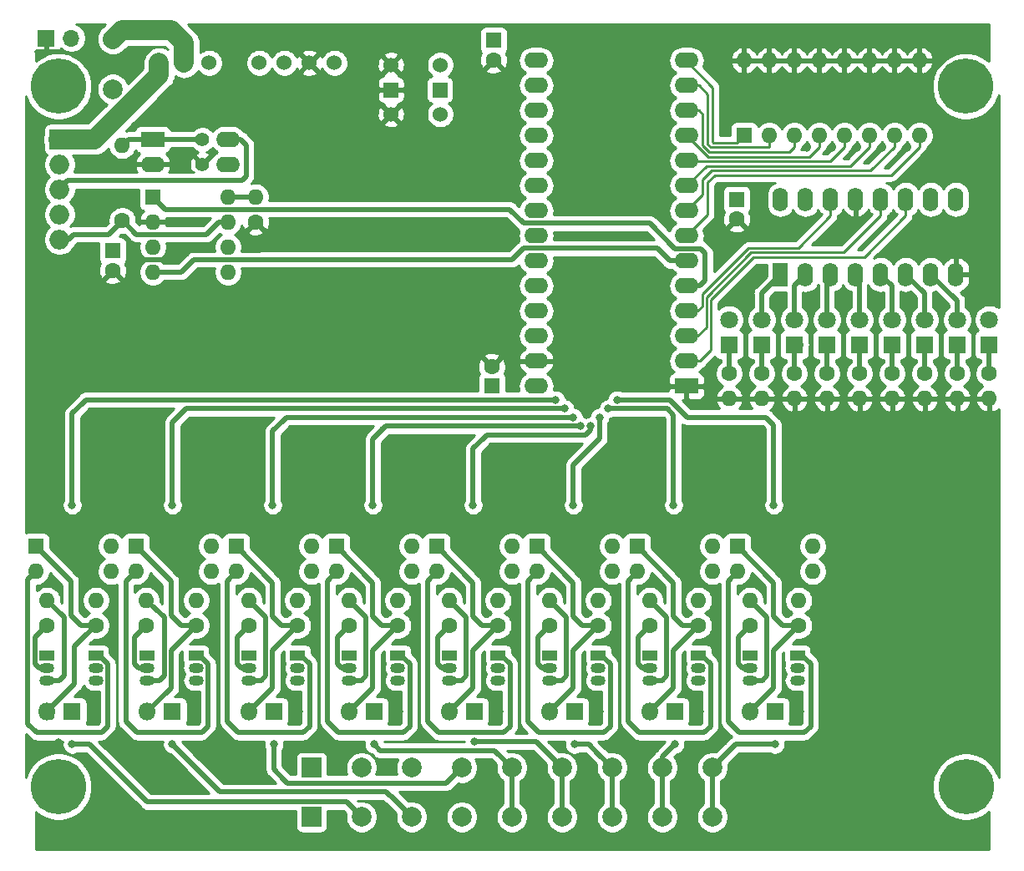
<source format=gbl>
G04 #@! TF.GenerationSoftware,KiCad,Pcbnew,5.1.10-88a1d61d58~90~ubuntu20.04.1*
G04 #@! TF.CreationDate,2022-11-29T16:27:44+00:00*
G04 #@! TF.ProjectId,SIM108,53494d31-3038-42e6-9b69-6361645f7063,221101*
G04 #@! TF.SameCoordinates,Original*
G04 #@! TF.FileFunction,Copper,L2,Bot*
G04 #@! TF.FilePolarity,Positive*
%FSLAX46Y46*%
G04 Gerber Fmt 4.6, Leading zero omitted, Abs format (unit mm)*
G04 Created by KiCad (PCBNEW 5.1.10-88a1d61d58~90~ubuntu20.04.1) date 2022-11-29 16:27:44*
%MOMM*%
%LPD*%
G01*
G04 APERTURE LIST*
G04 #@! TA.AperFunction,ComponentPad*
%ADD10C,1.400000*%
G04 #@! TD*
G04 #@! TA.AperFunction,ComponentPad*
%ADD11C,1.524000*%
G04 #@! TD*
G04 #@! TA.AperFunction,ComponentPad*
%ADD12R,2.000000X2.000000*%
G04 #@! TD*
G04 #@! TA.AperFunction,ComponentPad*
%ADD13C,2.000000*%
G04 #@! TD*
G04 #@! TA.AperFunction,ComponentPad*
%ADD14C,1.600000*%
G04 #@! TD*
G04 #@! TA.AperFunction,ComponentPad*
%ADD15R,1.600000X1.600000*%
G04 #@! TD*
G04 #@! TA.AperFunction,ComponentPad*
%ADD16C,3.600000*%
G04 #@! TD*
G04 #@! TA.AperFunction,ConnectorPad*
%ADD17C,5.600000*%
G04 #@! TD*
G04 #@! TA.AperFunction,ComponentPad*
%ADD18R,1.500000X1.500000*%
G04 #@! TD*
G04 #@! TA.AperFunction,ComponentPad*
%ADD19O,1.600000X1.600000*%
G04 #@! TD*
G04 #@! TA.AperFunction,ComponentPad*
%ADD20R,1.500000X1.050000*%
G04 #@! TD*
G04 #@! TA.AperFunction,ComponentPad*
%ADD21O,1.500000X1.050000*%
G04 #@! TD*
G04 #@! TA.AperFunction,ComponentPad*
%ADD22C,1.800000*%
G04 #@! TD*
G04 #@! TA.AperFunction,ComponentPad*
%ADD23R,1.800000X1.800000*%
G04 #@! TD*
G04 #@! TA.AperFunction,ComponentPad*
%ADD24O,2.000000X2.000000*%
G04 #@! TD*
G04 #@! TA.AperFunction,ComponentPad*
%ADD25O,1.800000X1.800000*%
G04 #@! TD*
G04 #@! TA.AperFunction,ComponentPad*
%ADD26O,2.400000X1.600000*%
G04 #@! TD*
G04 #@! TA.AperFunction,ComponentPad*
%ADD27R,2.400000X1.600000*%
G04 #@! TD*
G04 #@! TA.AperFunction,ComponentPad*
%ADD28O,1.600000X2.400000*%
G04 #@! TD*
G04 #@! TA.AperFunction,ComponentPad*
%ADD29R,1.600000X2.400000*%
G04 #@! TD*
G04 #@! TA.AperFunction,ComponentPad*
%ADD30O,1.700000X1.700000*%
G04 #@! TD*
G04 #@! TA.AperFunction,ComponentPad*
%ADD31R,1.700000X1.700000*%
G04 #@! TD*
G04 #@! TA.AperFunction,ViaPad*
%ADD32C,0.800000*%
G04 #@! TD*
G04 #@! TA.AperFunction,Conductor*
%ADD33C,0.500000*%
G04 #@! TD*
G04 #@! TA.AperFunction,Conductor*
%ADD34C,2.000000*%
G04 #@! TD*
G04 #@! TA.AperFunction,Conductor*
%ADD35C,0.250000*%
G04 #@! TD*
G04 #@! TA.AperFunction,Conductor*
%ADD36C,1.000000*%
G04 #@! TD*
G04 #@! TA.AperFunction,Conductor*
%ADD37C,0.254000*%
G04 #@! TD*
G04 #@! TA.AperFunction,Conductor*
%ADD38C,0.100000*%
G04 #@! TD*
G04 APERTURE END LIST*
D10*
X38608200Y-34899600D03*
X38608200Y-32359600D03*
D11*
X57709000Y-29820000D03*
X62709000Y-29820000D03*
X57709000Y-24820000D03*
X62709000Y-24820000D03*
D12*
X49657000Y-101067000D03*
D13*
X54737000Y-101067000D03*
X59817000Y-101067000D03*
X64897000Y-101067000D03*
X69977000Y-101067000D03*
X75057000Y-101067000D03*
X80137000Y-101067000D03*
X85217000Y-101067000D03*
X90297000Y-101067000D03*
X59817000Y-96067000D03*
X90297000Y-96067000D03*
D12*
X49657000Y-96067000D03*
D13*
X80137000Y-96067000D03*
X85217000Y-96067000D03*
X69977000Y-96067000D03*
X54737000Y-96067000D03*
X75057000Y-96067000D03*
X64897000Y-96067000D03*
G04 #@! TA.AperFunction,ComponentPad*
G36*
G01*
X33452000Y-24994000D02*
X33452000Y-24232000D01*
G75*
G02*
X33833000Y-23851000I381000J0D01*
G01*
X34595000Y-23851000D01*
G75*
G02*
X34976000Y-24232000I0J-381000D01*
G01*
X34976000Y-24994000D01*
G75*
G02*
X34595000Y-25375000I-381000J0D01*
G01*
X33833000Y-25375000D01*
G75*
G02*
X33452000Y-24994000I0J381000D01*
G01*
G37*
G04 #@! TD.AperFunction*
D11*
X36754000Y-24613000D03*
X39294000Y-24613000D03*
X44374000Y-24613000D03*
X46914000Y-24613000D03*
X49454000Y-24613000D03*
X51994000Y-24613000D03*
D14*
X68123000Y-24327000D03*
D15*
X68123000Y-22327000D03*
D16*
X116002500Y-97994000D03*
D17*
X116002500Y-97994000D03*
X24002500Y-97994000D03*
D16*
X24002500Y-97994000D03*
D18*
X57721500Y-27343500D03*
X62674500Y-27343500D03*
D19*
X115125500Y-58649000D03*
D14*
X115125500Y-56109000D03*
D19*
X111823500Y-58649000D03*
D14*
X111823500Y-56109000D03*
D19*
X108521500Y-58649000D03*
D14*
X108521500Y-56109000D03*
D19*
X105219500Y-58649000D03*
D14*
X105219500Y-56109000D03*
D19*
X101917500Y-58649000D03*
D14*
X101917500Y-56109000D03*
D19*
X98615500Y-58649000D03*
D14*
X98615500Y-56109000D03*
D19*
X95313500Y-58649000D03*
D14*
X95313500Y-56109000D03*
D19*
X92011500Y-58649000D03*
D14*
X92011500Y-56109000D03*
D20*
X83947000Y-84684000D03*
D21*
X83947000Y-87224000D03*
X83947000Y-85954000D03*
D19*
X43993000Y-38202000D03*
D14*
X43993000Y-40742000D03*
X67945000Y-55379000D03*
D15*
X67945000Y-57379000D03*
D19*
X118364000Y-58649000D03*
D14*
X118364000Y-56109000D03*
D22*
X118364000Y-50648000D03*
D23*
X118364000Y-53188000D03*
D19*
X80137000Y-73635000D03*
X72517000Y-76175000D03*
X80137000Y-76175000D03*
D15*
X72517000Y-73635000D03*
D19*
X100457000Y-73635000D03*
X92837000Y-76175000D03*
X100457000Y-76175000D03*
D15*
X92837000Y-73635000D03*
D19*
X90297000Y-73635000D03*
X82677000Y-76175000D03*
X90297000Y-76175000D03*
D15*
X82677000Y-73635000D03*
D19*
X69977000Y-73635000D03*
X62357000Y-76175000D03*
X69977000Y-76175000D03*
D15*
X62357000Y-73635000D03*
D19*
X59817000Y-73635000D03*
X52197000Y-76175000D03*
X59817000Y-76175000D03*
D15*
X52197000Y-73635000D03*
D19*
X49657000Y-73635000D03*
X42037000Y-76175000D03*
X49657000Y-76175000D03*
D15*
X42037000Y-73635000D03*
D19*
X39497000Y-73635000D03*
X31877000Y-76175000D03*
X39497000Y-76175000D03*
D15*
X31877000Y-73635000D03*
D19*
X29337000Y-73635000D03*
X21717000Y-76175000D03*
X29337000Y-76175000D03*
D15*
X21717000Y-73635000D03*
D19*
X94107000Y-79096000D03*
D14*
X94107000Y-81636000D03*
D19*
X99060000Y-79096000D03*
D14*
X99060000Y-81636000D03*
D19*
X83947000Y-79096000D03*
D14*
X83947000Y-81636000D03*
D19*
X88900000Y-79096000D03*
D14*
X88900000Y-81636000D03*
D19*
X73787000Y-79096000D03*
D14*
X73787000Y-81636000D03*
D19*
X78740000Y-79096000D03*
D14*
X78740000Y-81636000D03*
D19*
X63627000Y-79096000D03*
D14*
X63627000Y-81636000D03*
D19*
X68580000Y-79096000D03*
D14*
X68580000Y-81636000D03*
D19*
X53467000Y-79096000D03*
D14*
X53467000Y-81636000D03*
D19*
X58420000Y-79096000D03*
D14*
X58420000Y-81636000D03*
D19*
X43307000Y-79096000D03*
D14*
X43307000Y-81636000D03*
D19*
X48260000Y-79096000D03*
D14*
X48260000Y-81636000D03*
D19*
X32893000Y-79096000D03*
D14*
X32893000Y-81636000D03*
D19*
X37973000Y-79096000D03*
D14*
X37973000Y-81636000D03*
D19*
X22860000Y-79096000D03*
D14*
X22860000Y-81636000D03*
D19*
X27813000Y-79096000D03*
D14*
X27813000Y-81636000D03*
D19*
X30480000Y-32995000D03*
D14*
X30480000Y-40615000D03*
D20*
X98933000Y-84684000D03*
D21*
X98933000Y-87224000D03*
X98933000Y-85954000D03*
D20*
X94107000Y-84684000D03*
D21*
X94107000Y-87224000D03*
X94107000Y-85954000D03*
D20*
X88900000Y-84684000D03*
D21*
X88900000Y-87224000D03*
X88900000Y-85954000D03*
D20*
X78740000Y-84684000D03*
D21*
X78740000Y-87224000D03*
X78740000Y-85954000D03*
D20*
X73787000Y-84684000D03*
D21*
X73787000Y-87224000D03*
X73787000Y-85954000D03*
D20*
X68580000Y-84684000D03*
D21*
X68580000Y-87224000D03*
X68580000Y-85954000D03*
D20*
X63627000Y-84684000D03*
D21*
X63627000Y-87224000D03*
X63627000Y-85954000D03*
D20*
X58420000Y-84684000D03*
D21*
X58420000Y-87224000D03*
X58420000Y-85954000D03*
D20*
X53467000Y-84684000D03*
D21*
X53467000Y-87224000D03*
X53467000Y-85954000D03*
D20*
X48260000Y-84684000D03*
D21*
X48260000Y-87224000D03*
X48260000Y-85954000D03*
D20*
X43307000Y-84684000D03*
D21*
X43307000Y-87224000D03*
X43307000Y-85954000D03*
D20*
X37973000Y-84684000D03*
D21*
X37973000Y-87224000D03*
X37973000Y-85954000D03*
D20*
X33020000Y-84684000D03*
D21*
X33020000Y-87224000D03*
X33020000Y-85954000D03*
D20*
X27813000Y-84684000D03*
D21*
X27813000Y-87224000D03*
X27813000Y-85954000D03*
D20*
X22860000Y-84684000D03*
D21*
X22860000Y-87224000D03*
X22860000Y-85954000D03*
D24*
X24130000Y-42520000D03*
X24130000Y-39980000D03*
X24130000Y-37440000D03*
X24130000Y-34900000D03*
D12*
X24130000Y-32360000D03*
D25*
X94107000Y-90399000D03*
D23*
X96647000Y-90399000D03*
D25*
X83947000Y-90399000D03*
D23*
X86487000Y-90399000D03*
D25*
X73787000Y-90399000D03*
D23*
X76327000Y-90399000D03*
D25*
X63627000Y-90399000D03*
D23*
X66167000Y-90399000D03*
D25*
X53467000Y-90399000D03*
D23*
X56007000Y-90399000D03*
D25*
X43307000Y-90399000D03*
D23*
X45847000Y-90399000D03*
D25*
X33020000Y-90399000D03*
D23*
X35560000Y-90399000D03*
D25*
X22860000Y-90399000D03*
D23*
X25400000Y-90399000D03*
D14*
X29515000Y-45663000D03*
D15*
X29515000Y-43663000D03*
D14*
X92761000Y-40456000D03*
D15*
X92761000Y-38456000D03*
D26*
X72441000Y-57379000D03*
X87681000Y-24359000D03*
X72441000Y-54839000D03*
X87681000Y-26899000D03*
X72441000Y-52299000D03*
X87681000Y-29439000D03*
X72441000Y-49759000D03*
X87681000Y-31979000D03*
X72441000Y-47219000D03*
X87681000Y-34519000D03*
X72441000Y-44679000D03*
X87681000Y-37059000D03*
X72441000Y-42139000D03*
X87681000Y-39599000D03*
X72441000Y-39599000D03*
X87681000Y-42139000D03*
X72441000Y-37059000D03*
X87681000Y-44679000D03*
X72441000Y-34519000D03*
X87681000Y-47219000D03*
X72441000Y-31979000D03*
X87681000Y-49759000D03*
X72441000Y-29439000D03*
X87681000Y-52299000D03*
X72441000Y-26899000D03*
X87681000Y-54839000D03*
X72441000Y-24359000D03*
D27*
X87681000Y-57379000D03*
D19*
X93523000Y-24359000D03*
X111303000Y-31979000D03*
X96063000Y-24359000D03*
X108763000Y-31979000D03*
X98603000Y-24359000D03*
X106223000Y-31979000D03*
X101143000Y-24359000D03*
X103683000Y-31979000D03*
X103683000Y-24359000D03*
X101143000Y-31979000D03*
X106223000Y-24359000D03*
X98603000Y-31979000D03*
X108763000Y-24359000D03*
X96063000Y-31979000D03*
X111303000Y-24359000D03*
D15*
X93523000Y-31979000D03*
D22*
X115113000Y-50648000D03*
D23*
X115113000Y-53188000D03*
D22*
X111811000Y-50648000D03*
D23*
X111811000Y-53188000D03*
D28*
X97206000Y-38456000D03*
X114986000Y-46076000D03*
X99746000Y-38456000D03*
X112446000Y-46076000D03*
X102286000Y-38456000D03*
X109906000Y-46076000D03*
X104826000Y-38456000D03*
X107366000Y-46076000D03*
X107366000Y-38456000D03*
X104826000Y-46076000D03*
X109906000Y-38456000D03*
X102286000Y-46076000D03*
X112446000Y-38456000D03*
X99746000Y-46076000D03*
X114986000Y-38456000D03*
D29*
X97206000Y-46076000D03*
D22*
X108509000Y-50648000D03*
D23*
X108509000Y-53188000D03*
D22*
X105207000Y-50648000D03*
D23*
X105207000Y-53188000D03*
D26*
X41199000Y-32360000D03*
X33579000Y-34900000D03*
X41199000Y-34900000D03*
D27*
X33579000Y-32360000D03*
D16*
X23995000Y-26999000D03*
D17*
X23995000Y-26999000D03*
X115995000Y-26999000D03*
D16*
X115995000Y-26999000D03*
D22*
X101905000Y-50648000D03*
D23*
X101905000Y-53188000D03*
D22*
X98603000Y-50648000D03*
D23*
X98603000Y-53188000D03*
D22*
X95301000Y-50648000D03*
D23*
X95301000Y-53188000D03*
D22*
X91999000Y-50648000D03*
D23*
X91999000Y-53188000D03*
D19*
X41199000Y-38202000D03*
X33579000Y-45822000D03*
X41199000Y-40742000D03*
X33579000Y-43282000D03*
X41199000Y-43282000D03*
X33579000Y-40742000D03*
X41199000Y-45822000D03*
D15*
X33579000Y-38202000D03*
D30*
X25324000Y-22098000D03*
D31*
X22784000Y-22098000D03*
D13*
X29525000Y-22200000D03*
X29515000Y-27280000D03*
D32*
X31496200Y-45834300D03*
X68326000Y-72746000D03*
X78486000Y-72746000D03*
X88646000Y-72746000D03*
X98806000Y-72746000D03*
X53213000Y-65380000D03*
X58166000Y-72746000D03*
X63373000Y-65380000D03*
X73533000Y-65380000D03*
X76200000Y-70841000D03*
X83693000Y-65380000D03*
X86360000Y-70841000D03*
X93853000Y-65380000D03*
X96520000Y-70841000D03*
X66040000Y-70841000D03*
X43053000Y-65380000D03*
X32893000Y-65380000D03*
X45720000Y-70841000D03*
X35560000Y-70841000D03*
X24130000Y-45568000D03*
X44259700Y-33591500D03*
X41821300Y-21666200D03*
X35966600Y-43307000D03*
X27305000Y-22073000D03*
X94742000Y-46076000D03*
X96901000Y-49505000D03*
X100203000Y-49505000D03*
X103505000Y-49505000D03*
X106807000Y-49505000D03*
X110109000Y-49505000D03*
X113411000Y-49505000D03*
X108585000Y-40107000D03*
X30480200Y-34925000D03*
X110045500Y-33185500D03*
X107505500Y-33249000D03*
X104965500Y-33249000D03*
X102425500Y-33249000D03*
X99885500Y-33249000D03*
X83566000Y-42139000D03*
X74168000Y-33249000D03*
X74168000Y-35789000D03*
X74168000Y-38329000D03*
X74168000Y-45949000D03*
X74168000Y-48489000D03*
X22733000Y-65380000D03*
X25400000Y-70841000D03*
X27686000Y-72746000D03*
X37846000Y-72746000D03*
X48006000Y-72746000D03*
X55880000Y-70841000D03*
X89027000Y-90399000D03*
X99187000Y-90399000D03*
X78867000Y-90399000D03*
X48387000Y-90399000D03*
X38100000Y-90399000D03*
X27940000Y-90399000D03*
X68707000Y-90399000D03*
X58547000Y-90399000D03*
X94488000Y-77064000D03*
X84328000Y-77064000D03*
X74168000Y-77064000D03*
X64008000Y-77064000D03*
X53848000Y-77064000D03*
X43688000Y-77064000D03*
X33528000Y-77064000D03*
X23368000Y-77064000D03*
X74041000Y-30709000D03*
X74041000Y-28169000D03*
X74041000Y-25629000D03*
X95123000Y-40615000D03*
X112649000Y-33122000D03*
X99441000Y-40615000D03*
X97663000Y-42393000D03*
X26200000Y-101600000D03*
X21300000Y-94800000D03*
X24000000Y-93500000D03*
X41821300Y-24650700D03*
X25400000Y-93701000D03*
X35560000Y-93701000D03*
X45847000Y-93701000D03*
X56007000Y-93701000D03*
X66167000Y-93447000D03*
X76327000Y-93701000D03*
X86487000Y-93701000D03*
X96647000Y-93701000D03*
X74422000Y-58776000D03*
X25400000Y-69444000D03*
X75311000Y-59665000D03*
X35560000Y-69444000D03*
X76200000Y-60554000D03*
X45720000Y-69444000D03*
X76962000Y-61443000D03*
X55880000Y-69444000D03*
X77978000Y-61443000D03*
X66040000Y-69444000D03*
X78867000Y-60554000D03*
X76200000Y-69444000D03*
X79756000Y-59665000D03*
X86360000Y-69444000D03*
X80645000Y-58776000D03*
X96520000Y-69444000D03*
D33*
X32486800Y-44551600D02*
X32994800Y-44551600D01*
X33071000Y-44552000D02*
X34722000Y-44552000D01*
X21800000Y-23500000D02*
X24500000Y-23500000D01*
D34*
X35484000Y-21311000D02*
X30414000Y-21311000D01*
X36754000Y-22581000D02*
X35484000Y-21311000D01*
X30414000Y-21311000D02*
X29525000Y-22200000D01*
X36754000Y-24613000D02*
X36754000Y-22581000D01*
D33*
X29337000Y-73635000D02*
X29337000Y-73381000D01*
X39497000Y-73635000D02*
X39497000Y-73381000D01*
X49657000Y-73635000D02*
X49657000Y-73381000D01*
X59817000Y-73635000D02*
X59817000Y-73381000D01*
X69977000Y-73635000D02*
X69977000Y-73381000D01*
X80137000Y-73635000D02*
X80137000Y-73381000D01*
X90297000Y-73635000D02*
X90297000Y-73381000D01*
X100457000Y-73635000D02*
X100457000Y-73381000D01*
X89078000Y-47219000D02*
X87681000Y-47219000D01*
X89586000Y-43917000D02*
X89586000Y-46711000D01*
X89586000Y-46711000D02*
X89078000Y-47219000D01*
X89097990Y-43428990D02*
X89586000Y-43917000D01*
X34829001Y-39452001D02*
X69754001Y-39452001D01*
X33579000Y-38202000D02*
X34829001Y-39452001D01*
X83958020Y-40869000D02*
X86518010Y-43428990D01*
X71171000Y-40869000D02*
X83958020Y-40869000D01*
X69754001Y-39452001D02*
X71171000Y-40869000D01*
X86518010Y-43428990D02*
X89097990Y-43428990D01*
X33579000Y-45822000D02*
X36500000Y-45822000D01*
X85981000Y-44679000D02*
X87681000Y-44679000D01*
X84711000Y-43409000D02*
X85981000Y-44679000D01*
X71171000Y-43409000D02*
X84711000Y-43409000D01*
X36500000Y-45822000D02*
X37750001Y-44571999D01*
X70028000Y-44552000D02*
X71171000Y-43409000D01*
X44613000Y-44552000D02*
X70028000Y-44552000D01*
X44593001Y-44571999D02*
X44613000Y-44552000D01*
X37750001Y-44571999D02*
X44593001Y-44571999D01*
X41198600Y-32359600D02*
X41199000Y-32360000D01*
X42482100Y-32360000D02*
X41199000Y-32360000D01*
X43065900Y-32943800D02*
X42482100Y-32360000D01*
X24943000Y-36551000D02*
X38468500Y-36525200D01*
X24054000Y-37440000D02*
X24943000Y-36551000D01*
X43065900Y-32943800D02*
X43065900Y-36068000D01*
X42608700Y-36525200D02*
X38468500Y-36525200D01*
X43065900Y-36068000D02*
X42608700Y-36525200D01*
X40310000Y-40742000D02*
X39040000Y-42012000D01*
X41199000Y-40742000D02*
X40310000Y-40742000D01*
X25578000Y-42012000D02*
X25070000Y-42520000D01*
X24054000Y-42520000D02*
X25070000Y-42520000D01*
X31928000Y-42012000D02*
X39040000Y-42012000D01*
X30531000Y-40615000D02*
X31928000Y-42012000D01*
X29134000Y-42012000D02*
X25578000Y-42012000D01*
X30531000Y-40615000D02*
X29134000Y-42012000D01*
D34*
X34214000Y-25837002D02*
X34214000Y-24613000D01*
X27691002Y-32360000D02*
X34214000Y-25837002D01*
X24054000Y-32360000D02*
X27691002Y-32360000D01*
D35*
X111303000Y-33122000D02*
X111303000Y-31979000D01*
X90532990Y-35985010D02*
X108439990Y-35985010D01*
X89840000Y-36678000D02*
X90532990Y-35985010D01*
X108439990Y-35985010D02*
X111303000Y-33122000D01*
X89840000Y-39980000D02*
X89840000Y-36678000D01*
X87681000Y-42139000D02*
X89840000Y-39980000D01*
X108763000Y-33122000D02*
X108763000Y-31979000D01*
X106350000Y-35535000D02*
X108763000Y-33122000D01*
X90221000Y-35535000D02*
X106350000Y-35535000D01*
X89332000Y-36424000D02*
X90221000Y-35535000D01*
X89332000Y-37948000D02*
X89332000Y-36424000D01*
X87681000Y-39599000D02*
X89332000Y-37948000D01*
X106223000Y-33122000D02*
X106223000Y-31979000D01*
X104295960Y-35049040D02*
X106223000Y-33122000D01*
X89690960Y-35049040D02*
X104295960Y-35049040D01*
X87681000Y-37059000D02*
X89690960Y-35049040D01*
X103683000Y-33122000D02*
X103683000Y-31979000D01*
X102205970Y-34599030D02*
X103683000Y-33122000D01*
X87761030Y-34599030D02*
X102205970Y-34599030D01*
X87681000Y-34519000D02*
X87761030Y-34599030D01*
X101143000Y-33122000D02*
X101143000Y-31979000D01*
X100115980Y-34149020D02*
X101143000Y-33122000D01*
X89851020Y-34149020D02*
X100115980Y-34149020D01*
X87681000Y-31979000D02*
X89851020Y-34149020D01*
X98603000Y-33122000D02*
X98603000Y-31979000D01*
X98095000Y-33630000D02*
X98603000Y-33122000D01*
X89968410Y-33630000D02*
X98095000Y-33630000D01*
X89332000Y-32993590D02*
X89968410Y-33630000D01*
X89332000Y-29820000D02*
X89332000Y-32993590D01*
X88951000Y-29439000D02*
X89332000Y-29820000D01*
X87681000Y-29439000D02*
X88951000Y-29439000D01*
X96005010Y-33179990D02*
X96063000Y-33122000D01*
X89840000Y-27788000D02*
X89840000Y-32865180D01*
X90154810Y-33179990D02*
X96005010Y-33179990D01*
X89840000Y-32865180D02*
X90154810Y-33179990D01*
X88951000Y-26899000D02*
X89840000Y-27788000D01*
X96063000Y-33122000D02*
X96063000Y-31979000D01*
X87681000Y-26899000D02*
X88951000Y-26899000D01*
X90348000Y-32665000D02*
X90412980Y-32729980D01*
X87681000Y-24450020D02*
X90348000Y-27117020D01*
X90412980Y-32729980D02*
X92772020Y-32729980D01*
X90348000Y-27117020D02*
X90348000Y-32665000D01*
X92772020Y-32729980D02*
X93523000Y-31979000D01*
X87681000Y-24359000D02*
X87681000Y-24450020D01*
D33*
X31115000Y-32360000D02*
X30480000Y-32995000D01*
X33579000Y-32360000D02*
X31115000Y-32360000D01*
X38607800Y-32360000D02*
X38608200Y-32359600D01*
X33579000Y-32360000D02*
X38607800Y-32360000D01*
X21659999Y-82836001D02*
X22860000Y-81636000D01*
X21659999Y-85515999D02*
X21659999Y-82836001D01*
X22098000Y-85954000D02*
X21659999Y-85515999D01*
X22860000Y-85954000D02*
X22098000Y-85954000D01*
X20917001Y-76974999D02*
X21717000Y-76175000D01*
X28146872Y-84684000D02*
X29013010Y-85550138D01*
X27813000Y-84684000D02*
X28146872Y-84684000D01*
X29013010Y-85550138D02*
X29013010Y-91865990D01*
X29013010Y-91865990D02*
X28382990Y-92496010D01*
X21782010Y-92496010D02*
X20917001Y-91631001D01*
X28382990Y-92496010D02*
X21782010Y-92496010D01*
X20917001Y-91631001D02*
X20917001Y-76974999D01*
X48593872Y-84684000D02*
X48260000Y-84684000D01*
X49460010Y-85550138D02*
X48593872Y-84684000D01*
X49460010Y-91865990D02*
X49460010Y-85550138D01*
X48829990Y-92496010D02*
X49460010Y-91865990D01*
X42229010Y-92496010D02*
X48829990Y-92496010D01*
X41148000Y-91415000D02*
X42229010Y-92496010D01*
X41148000Y-77191000D02*
X41148000Y-91415000D01*
X42037000Y-76175000D02*
X41148000Y-77191000D01*
X52266999Y-82836001D02*
X53467000Y-81636000D01*
X53467000Y-85954000D02*
X52705000Y-85954000D01*
X52705000Y-85954000D02*
X52266999Y-85515999D01*
X52266999Y-85515999D02*
X52266999Y-82836001D01*
X58753872Y-84684000D02*
X58420000Y-84684000D01*
X59620010Y-85550138D02*
X58753872Y-84684000D01*
X52389010Y-92496010D02*
X58989990Y-92496010D01*
X59620010Y-91865990D02*
X59620010Y-85550138D01*
X58989990Y-92496010D02*
X59620010Y-91865990D01*
X51308000Y-91415000D02*
X52389010Y-92496010D01*
X51308000Y-77191000D02*
X51308000Y-91415000D01*
X52197000Y-76175000D02*
X51308000Y-77191000D01*
X68913872Y-84684000D02*
X68580000Y-84684000D01*
X69780010Y-91865990D02*
X69780010Y-85550138D01*
X69149990Y-92496010D02*
X69780010Y-91865990D01*
X61468000Y-91415000D02*
X62549010Y-92496010D01*
X62549010Y-92496010D02*
X69149990Y-92496010D01*
X61468000Y-77191000D02*
X61468000Y-91415000D01*
X69780010Y-85550138D02*
X68913872Y-84684000D01*
X62357000Y-76175000D02*
X61468000Y-77191000D01*
X83947000Y-85954000D02*
X83185000Y-85954000D01*
X82746999Y-85515999D02*
X82746999Y-82836001D01*
X83185000Y-85954000D02*
X82746999Y-85515999D01*
X82746999Y-82836001D02*
X83947000Y-81636000D01*
X79073872Y-84684000D02*
X78740000Y-84684000D01*
X79940010Y-91865990D02*
X79940010Y-85550138D01*
X79309990Y-92496010D02*
X79940010Y-91865990D01*
X72709010Y-92496010D02*
X79309990Y-92496010D01*
X79940010Y-85550138D02*
X79073872Y-84684000D01*
X71628000Y-91415000D02*
X72709010Y-92496010D01*
X71628000Y-77191000D02*
X71628000Y-91415000D01*
X72517000Y-76175000D02*
X71628000Y-77191000D01*
X90100010Y-85550138D02*
X89233872Y-84684000D01*
X90100010Y-91865990D02*
X90100010Y-85550138D01*
X89469990Y-92496010D02*
X90100010Y-91865990D01*
X89233872Y-84684000D02*
X88900000Y-84684000D01*
X82869010Y-92496010D02*
X89469990Y-92496010D01*
X81788000Y-91415000D02*
X82869010Y-92496010D01*
X81788000Y-77191000D02*
X81788000Y-91415000D01*
X82677000Y-76175000D02*
X81788000Y-77191000D01*
X94107000Y-85954000D02*
X93345000Y-85954000D01*
X92906999Y-85515999D02*
X92906999Y-82836001D01*
X93345000Y-85954000D02*
X92906999Y-85515999D01*
X92906999Y-82836001D02*
X94107000Y-81636000D01*
X99393872Y-84684000D02*
X99060000Y-84684000D01*
X100260010Y-85550138D02*
X99393872Y-84684000D01*
X100260010Y-91865990D02*
X100260010Y-85550138D01*
X99629990Y-92496010D02*
X100260010Y-91865990D01*
X93029010Y-92496010D02*
X99629990Y-92496010D01*
X91948000Y-91415000D02*
X93029010Y-92496010D01*
X91948000Y-77191000D02*
X91948000Y-91415000D01*
X92837000Y-76175000D02*
X91948000Y-77191000D01*
X30861000Y-77191000D02*
X30861000Y-91415000D01*
X31877000Y-76175000D02*
X30861000Y-77191000D01*
X38542990Y-92496010D02*
X31942010Y-92496010D01*
X39173010Y-91865990D02*
X38542990Y-92496010D01*
X38306872Y-84684000D02*
X39173010Y-85550138D01*
X31942010Y-92496010D02*
X30861000Y-91415000D01*
X39173010Y-85550138D02*
X39173010Y-91865990D01*
X37973000Y-84684000D02*
X38306872Y-84684000D01*
X33020000Y-99543000D02*
X27178000Y-93701000D01*
X53213000Y-99543000D02*
X33020000Y-99543000D01*
X27178000Y-93701000D02*
X25400000Y-93701000D01*
X54737000Y-101067000D02*
X53213000Y-99543000D01*
X37274500Y-95415500D02*
X35560000Y-93701000D01*
X40386000Y-98527000D02*
X37274500Y-95415500D01*
X57213500Y-98527000D02*
X40386000Y-98527000D01*
X57603489Y-98916989D02*
X57213500Y-98527000D01*
X57666989Y-98916989D02*
X57603489Y-98916989D01*
X59817000Y-101067000D02*
X57666989Y-98916989D01*
X45847000Y-96241000D02*
X45847000Y-93701000D01*
X47244000Y-97638000D02*
X46894750Y-97288750D01*
X63309500Y-97638000D02*
X47244000Y-97638000D01*
X64880500Y-96067000D02*
X63309500Y-97638000D01*
X64897000Y-96067000D02*
X64880500Y-96067000D01*
X46894750Y-97288750D02*
X45847000Y-96241000D01*
X65754000Y-94336000D02*
X56642000Y-94336000D01*
X56642000Y-94336000D02*
X56007000Y-93701000D01*
X69977000Y-101067000D02*
X69977000Y-98559000D01*
X68246000Y-94336000D02*
X69977000Y-96067000D01*
X65754000Y-94336000D02*
X68246000Y-94336000D01*
X69977000Y-96067000D02*
X69977000Y-98559000D01*
X75057000Y-101067000D02*
X75057000Y-98639000D01*
X72437000Y-93447000D02*
X75057000Y-96067000D01*
X66167000Y-93447000D02*
X72437000Y-93447000D01*
X75057000Y-96067000D02*
X75057000Y-98639000D01*
X80137000Y-101067000D02*
X80137000Y-98719000D01*
X80137000Y-98719000D02*
X80137000Y-96067000D01*
X80137000Y-96067000D02*
X78740000Y-94670000D01*
X77771000Y-93701000D02*
X78740000Y-94670000D01*
X76327000Y-93701000D02*
X77771000Y-93701000D01*
X85217000Y-101067000D02*
X85217000Y-96067000D01*
X85217000Y-94971000D02*
X86487000Y-93701000D01*
X85217000Y-96067000D02*
X85217000Y-94971000D01*
X94996000Y-93701000D02*
X96647000Y-93701000D01*
X90297000Y-101067000D02*
X90297000Y-96067000D01*
X90297000Y-96067000D02*
X92138500Y-94225500D01*
X92138500Y-94225500D02*
X92138500Y-94209000D01*
X92646500Y-93701000D02*
X94996000Y-93701000D01*
X92138500Y-94209000D02*
X92646500Y-93701000D01*
X74422000Y-58776000D02*
X26797000Y-58776000D01*
X25400000Y-60173000D02*
X26543000Y-59030000D01*
X25400000Y-69444000D02*
X25400000Y-60173000D01*
X26543000Y-59030000D02*
X26797000Y-58776000D01*
X26289000Y-59284000D02*
X26543000Y-59030000D01*
X36957000Y-59665000D02*
X75311000Y-59665000D01*
X35560000Y-61062000D02*
X36957000Y-59665000D01*
X35560000Y-69444000D02*
X35560000Y-61062000D01*
X76200000Y-60554000D02*
X47117000Y-60554000D01*
X45720000Y-61951000D02*
X46863000Y-60808000D01*
X45720000Y-69444000D02*
X45720000Y-61951000D01*
X46863000Y-60808000D02*
X47117000Y-60554000D01*
X46609000Y-61062000D02*
X46863000Y-60808000D01*
X57192071Y-61443000D02*
X76962000Y-61443000D01*
X56769000Y-61781142D02*
X57192071Y-61443000D01*
X55880000Y-62755071D02*
X57192071Y-61443000D01*
X55880000Y-69444000D02*
X55880000Y-62755071D01*
X77470000Y-62332000D02*
X67437000Y-62332000D01*
X77978000Y-61824000D02*
X77470000Y-62332000D01*
X77978000Y-61443000D02*
X77978000Y-61824000D01*
X66040000Y-63729000D02*
X67183000Y-62586000D01*
X66040000Y-69444000D02*
X66040000Y-63729000D01*
X67183000Y-62586000D02*
X66929000Y-62840000D01*
X67437000Y-62332000D02*
X67183000Y-62586000D01*
X78867000Y-62713000D02*
X78867000Y-60554000D01*
X76200000Y-65380000D02*
X78867000Y-62713000D01*
X76200000Y-69444000D02*
X76200000Y-65380000D01*
X83693000Y-59665000D02*
X79756000Y-59665000D01*
X86360000Y-60300000D02*
X85725000Y-59665000D01*
X86360000Y-69444000D02*
X86360000Y-60300000D01*
X85725000Y-59665000D02*
X83693000Y-59665000D01*
X85979000Y-58776000D02*
X80645000Y-58776000D01*
X95758000Y-60554000D02*
X96520000Y-61316000D01*
X87757000Y-60554000D02*
X95758000Y-60554000D01*
X85979000Y-58776000D02*
X87757000Y-60554000D01*
X96520000Y-69444000D02*
X96520000Y-61316000D01*
X42106999Y-82836001D02*
X43307000Y-81636000D01*
X43307000Y-85954000D02*
X42545000Y-85954000D01*
X42545000Y-85954000D02*
X42106999Y-85515999D01*
X42106999Y-85515999D02*
X42106999Y-82836001D01*
X63627000Y-85954000D02*
X62865000Y-85954000D01*
X62426999Y-85515999D02*
X62426999Y-82836001D01*
X62865000Y-85954000D02*
X62426999Y-85515999D01*
X62426999Y-82836001D02*
X63627000Y-81636000D01*
X73787000Y-85954000D02*
X73025000Y-85954000D01*
X72586999Y-85515999D02*
X72586999Y-82836001D01*
X73025000Y-85954000D02*
X72586999Y-85515999D01*
X72586999Y-82836001D02*
X73787000Y-81636000D01*
X31692999Y-85515999D02*
X31692999Y-82836001D01*
X31692999Y-82836001D02*
X32893000Y-81636000D01*
X32893000Y-85954000D02*
X32131000Y-85954000D01*
X32131000Y-85954000D02*
X31692999Y-85515999D01*
X92011500Y-53200500D02*
X91999000Y-53188000D01*
X92011500Y-56109000D02*
X92011500Y-53200500D01*
X98603000Y-47219000D02*
X99746000Y-46076000D01*
X98603000Y-50648000D02*
X98603000Y-47219000D01*
D36*
X99045002Y-53188000D02*
X98603000Y-53188000D01*
D33*
X98615500Y-53200500D02*
X98603000Y-53188000D01*
X98615500Y-56109000D02*
X98615500Y-53200500D01*
X105207000Y-46457000D02*
X104826000Y-46076000D01*
X105207000Y-50648000D02*
X105207000Y-46457000D01*
X105219500Y-53200500D02*
X105207000Y-53188000D01*
X105219500Y-56109000D02*
X105219500Y-53200500D01*
X111176000Y-50648000D02*
X111811000Y-50648000D01*
X111811000Y-47981000D02*
X109906000Y-46076000D01*
X111811000Y-50648000D02*
X111811000Y-47981000D01*
X111823500Y-53200500D02*
X111811000Y-53188000D01*
X111823500Y-56109000D02*
X111823500Y-53200500D01*
X118364000Y-56109000D02*
X118364000Y-53188000D01*
X95301000Y-47981000D02*
X97206000Y-46076000D01*
X95301000Y-50648000D02*
X95301000Y-47981000D01*
X95313500Y-53200500D02*
X95301000Y-53188000D01*
X95313500Y-56109000D02*
X95313500Y-53200500D01*
X101905000Y-46457000D02*
X102286000Y-46076000D01*
X101905000Y-50648000D02*
X101905000Y-46457000D01*
X101917500Y-53200500D02*
X101905000Y-53188000D01*
X101917500Y-56109000D02*
X101917500Y-53200500D01*
X108509000Y-47219000D02*
X107366000Y-46076000D01*
X108509000Y-50648000D02*
X108509000Y-47219000D01*
X108521500Y-53200500D02*
X108509000Y-53188000D01*
X108521500Y-56109000D02*
X108521500Y-53200500D01*
X41199000Y-38202000D02*
X43993000Y-38202000D01*
D35*
X88824000Y-49759000D02*
X87681000Y-49759000D01*
X93915020Y-43397980D02*
X89268500Y-48044500D01*
X89268500Y-48044500D02*
X89268500Y-49314500D01*
X98995020Y-43397980D02*
X93915020Y-43397980D01*
X102286000Y-40107000D02*
X98995020Y-43397980D01*
X89268500Y-49314500D02*
X88824000Y-49759000D01*
X102286000Y-38456000D02*
X102286000Y-40107000D01*
X89718510Y-48356490D02*
X94227010Y-43847990D01*
X89718510Y-51404490D02*
X89718510Y-48356490D01*
X94227010Y-43847990D02*
X103625010Y-43847990D01*
X88824000Y-52299000D02*
X89718510Y-51404490D01*
X87681000Y-52299000D02*
X88824000Y-52299000D01*
X107366000Y-40107000D02*
X107366000Y-38456000D01*
X103625010Y-43847990D02*
X107366000Y-40107000D01*
X90168520Y-53748480D02*
X90168520Y-48623478D01*
X90168520Y-48623478D02*
X94493998Y-44298000D01*
X89078000Y-54839000D02*
X90168520Y-53748480D01*
X94493998Y-44298000D02*
X105715000Y-44298000D01*
X87681000Y-54839000D02*
X89078000Y-54839000D01*
X109906000Y-40107000D02*
X109906000Y-38456000D01*
X105715000Y-44298000D02*
X109906000Y-40107000D01*
D33*
X95819990Y-86761010D02*
X95357000Y-87224000D01*
X95819990Y-80808990D02*
X95819990Y-81316990D01*
X95819990Y-81316990D02*
X95819990Y-86761010D01*
X95357000Y-87224000D02*
X94107000Y-87224000D01*
X94107000Y-79096000D02*
X95819990Y-80808990D01*
X85659990Y-86761010D02*
X85197000Y-87224000D01*
X85659990Y-80808990D02*
X85659990Y-81316990D01*
X85659990Y-81316990D02*
X85659990Y-86761010D01*
X85197000Y-87224000D02*
X83947000Y-87224000D01*
X83947000Y-79096000D02*
X85659990Y-80808990D01*
X65339990Y-81316990D02*
X65339990Y-86761010D01*
X64877000Y-87224000D02*
X63627000Y-87224000D01*
X63627000Y-79096000D02*
X65339990Y-80808990D01*
X65339990Y-86761010D02*
X64877000Y-87224000D01*
X65339990Y-80808990D02*
X65339990Y-81316990D01*
X22860000Y-79096000D02*
X24572990Y-80808990D01*
X24110000Y-87224000D02*
X22860000Y-87224000D01*
X24572990Y-86761010D02*
X24110000Y-87224000D01*
X24572990Y-80808990D02*
X24572990Y-86761010D01*
X34732990Y-86761010D02*
X34270000Y-87224000D01*
X34732990Y-80808990D02*
X34732990Y-86761010D01*
X34270000Y-87224000D02*
X33020000Y-87224000D01*
X32893000Y-79096000D02*
X34732990Y-80808990D01*
X55179990Y-86761010D02*
X54717000Y-87224000D01*
X54717000Y-87224000D02*
X53467000Y-87224000D01*
X44557000Y-87224000D02*
X43307000Y-87224000D01*
X45019990Y-86761010D02*
X44557000Y-87224000D01*
X45019990Y-80808990D02*
X45019990Y-86761010D01*
X43307000Y-79096000D02*
X45019990Y-80808990D01*
X53467000Y-79096000D02*
X55179990Y-80808990D01*
X55179990Y-81316990D02*
X55179990Y-86761010D01*
X55179990Y-80808990D02*
X55179990Y-81316990D01*
X75037000Y-87224000D02*
X75499990Y-86761010D01*
X73787000Y-87224000D02*
X75037000Y-87224000D01*
X75499990Y-80808990D02*
X75499990Y-81443990D01*
X73787000Y-79096000D02*
X75499990Y-80808990D01*
X75499990Y-81443990D02*
X75499990Y-81036953D01*
X75499990Y-86761010D02*
X75499990Y-81443990D01*
X115113000Y-48743000D02*
X112446000Y-46076000D01*
X115113000Y-50648000D02*
X115113000Y-48743000D01*
X115125500Y-53200500D02*
X115113000Y-53188000D01*
X115125500Y-56109000D02*
X115125500Y-53200500D01*
X27813000Y-81636000D02*
X26289000Y-81636000D01*
X26289000Y-81636000D02*
X25273000Y-80620000D01*
X25273000Y-77191000D02*
X21717000Y-73635000D01*
X25273000Y-80620000D02*
X25273000Y-77191000D01*
X23368000Y-90907000D02*
X23368000Y-90977002D01*
X22860000Y-90399000D02*
X23368000Y-90907000D01*
X22860000Y-90399000D02*
X25654000Y-87605000D01*
X25654000Y-83795000D02*
X26670000Y-82779000D01*
X25654000Y-87605000D02*
X25654000Y-83795000D01*
X26670000Y-82779000D02*
X27813000Y-81636000D01*
X45720000Y-84176000D02*
X48260000Y-81636000D01*
X45720000Y-87986000D02*
X45720000Y-84176000D01*
X43307000Y-90399000D02*
X45720000Y-87986000D01*
X45720000Y-77318000D02*
X42037000Y-73635000D01*
X45720000Y-80747000D02*
X45720000Y-77318000D01*
X46609000Y-81636000D02*
X45720000Y-80747000D01*
X48260000Y-81636000D02*
X46609000Y-81636000D01*
X55880000Y-84176000D02*
X58420000Y-81636000D01*
X55880000Y-87986000D02*
X55880000Y-84176000D01*
X53467000Y-90399000D02*
X55880000Y-87986000D01*
X55880000Y-77318000D02*
X52197000Y-73635000D01*
X55880000Y-80747000D02*
X55880000Y-77318000D01*
X56769000Y-81636000D02*
X55880000Y-80747000D01*
X58420000Y-81636000D02*
X56769000Y-81636000D01*
X66040000Y-84176000D02*
X68580000Y-81636000D01*
X66040000Y-87986000D02*
X66040000Y-87097000D01*
X63627000Y-90399000D02*
X66040000Y-87986000D01*
X66040000Y-87097000D02*
X66040000Y-84176000D01*
X66040000Y-87661998D02*
X66040000Y-87097000D01*
X66929000Y-81636000D02*
X68580000Y-81636000D01*
X66040000Y-80747000D02*
X66929000Y-81636000D01*
X66040000Y-77318000D02*
X66040000Y-80747000D01*
X62357000Y-73635000D02*
X66040000Y-77318000D01*
X76200000Y-84176000D02*
X78740000Y-81636000D01*
X76200000Y-87986000D02*
X76200000Y-84176000D01*
X73787000Y-90399000D02*
X76200000Y-87986000D01*
X77089000Y-81636000D02*
X76200000Y-80747000D01*
X78740000Y-81636000D02*
X77089000Y-81636000D01*
X76200000Y-77318000D02*
X72517000Y-73635000D01*
X76200000Y-77318000D02*
X76200000Y-80747000D01*
X86360000Y-84176000D02*
X88900000Y-81636000D01*
X88900000Y-81636000D02*
X87249000Y-81636000D01*
X86360000Y-87986000D02*
X86360000Y-86970000D01*
X83947000Y-90399000D02*
X86360000Y-87986000D01*
X86360000Y-86970000D02*
X86360000Y-84176000D01*
X86360000Y-87661998D02*
X86360000Y-86970000D01*
X86360000Y-77318000D02*
X86360000Y-80747000D01*
X82677000Y-73635000D02*
X86360000Y-77318000D01*
X86360000Y-80747000D02*
X86550500Y-80937500D01*
X87249000Y-81636000D02*
X86550500Y-80937500D01*
X96520000Y-84176000D02*
X99060000Y-81636000D01*
X99060000Y-81636000D02*
X97409000Y-81636000D01*
X96520000Y-87986000D02*
X96520000Y-87224000D01*
X94107000Y-90399000D02*
X96520000Y-87986000D01*
X96520000Y-87224000D02*
X96520000Y-84176000D01*
X96520000Y-87661998D02*
X96520000Y-87224000D01*
X96520000Y-80747000D02*
X96710500Y-80937500D01*
X96520000Y-77318000D02*
X96520000Y-80747000D01*
X92837000Y-73635000D02*
X96520000Y-77318000D01*
X97409000Y-81636000D02*
X96710500Y-80937500D01*
X35433000Y-84176000D02*
X37973000Y-81636000D01*
X37973000Y-81636000D02*
X36449000Y-81636000D01*
X35433000Y-77191000D02*
X31877000Y-73635000D01*
X36449000Y-81636000D02*
X35433000Y-80620000D01*
X35433000Y-80620000D02*
X35433000Y-77191000D01*
X35433000Y-87986000D02*
X35433000Y-87478000D01*
X33020000Y-90399000D02*
X35433000Y-87986000D01*
X35433000Y-87478000D02*
X35433000Y-84176000D01*
X35433000Y-87661998D02*
X35433000Y-87478000D01*
D37*
X28728684Y-20684078D02*
X28482751Y-20930011D01*
X28482748Y-20930013D01*
X28255013Y-21157748D01*
X28210168Y-21224863D01*
X28158970Y-21287248D01*
X28120926Y-21358424D01*
X28076082Y-21425537D01*
X28045194Y-21500108D01*
X28007148Y-21571286D01*
X27983721Y-21648517D01*
X27952832Y-21723088D01*
X27937084Y-21802257D01*
X27913658Y-21879484D01*
X27905747Y-21959799D01*
X27890000Y-22038967D01*
X27890000Y-22119681D01*
X27882089Y-22200000D01*
X27890000Y-22280319D01*
X27890000Y-22361033D01*
X27905747Y-22440201D01*
X27913658Y-22520516D01*
X27937084Y-22597743D01*
X27952832Y-22676912D01*
X27983721Y-22751483D01*
X28007148Y-22828714D01*
X28045194Y-22899892D01*
X28076082Y-22974463D01*
X28120926Y-23041576D01*
X28158970Y-23112752D01*
X28210169Y-23175138D01*
X28255013Y-23242252D01*
X28312089Y-23299328D01*
X28363287Y-23361713D01*
X28425672Y-23412911D01*
X28482748Y-23469987D01*
X28549862Y-23514831D01*
X28612248Y-23566030D01*
X28683424Y-23604074D01*
X28750537Y-23648918D01*
X28825108Y-23679806D01*
X28896286Y-23717852D01*
X28973517Y-23741279D01*
X29048088Y-23772168D01*
X29127257Y-23787916D01*
X29204484Y-23811342D01*
X29284799Y-23819253D01*
X29363967Y-23835000D01*
X29444681Y-23835000D01*
X29525000Y-23842911D01*
X29605319Y-23835000D01*
X29686033Y-23835000D01*
X29765201Y-23819253D01*
X29845516Y-23811342D01*
X29922743Y-23787916D01*
X30001912Y-23772168D01*
X30076483Y-23741279D01*
X30153714Y-23717852D01*
X30224892Y-23679806D01*
X30299463Y-23648918D01*
X30366576Y-23604074D01*
X30437752Y-23566030D01*
X30500137Y-23514832D01*
X30567252Y-23469987D01*
X30794987Y-23242252D01*
X30794989Y-23242249D01*
X31091238Y-22946000D01*
X34806762Y-22946000D01*
X35085888Y-23225127D01*
X34842715Y-23095148D01*
X34534516Y-23001657D01*
X34214000Y-22970089D01*
X33893485Y-23001657D01*
X33585286Y-23095148D01*
X33301249Y-23246969D01*
X33052287Y-23451286D01*
X32847970Y-23700248D01*
X32696148Y-23984285D01*
X32602657Y-24292484D01*
X32579000Y-24532678D01*
X32579000Y-25159763D01*
X31042797Y-26695967D01*
X30963918Y-26505537D01*
X30784987Y-26237748D01*
X30557252Y-26010013D01*
X30289463Y-25831082D01*
X29991912Y-25707832D01*
X29676033Y-25645000D01*
X29353967Y-25645000D01*
X29038088Y-25707832D01*
X28740537Y-25831082D01*
X28472748Y-26010013D01*
X28245013Y-26237748D01*
X28066082Y-26505537D01*
X27942832Y-26803088D01*
X27880000Y-27118967D01*
X27880000Y-27441033D01*
X27942832Y-27756912D01*
X28066082Y-28054463D01*
X28245013Y-28322252D01*
X28472748Y-28549987D01*
X28740537Y-28728918D01*
X28930967Y-28807797D01*
X27013764Y-30725000D01*
X25161192Y-30725000D01*
X25130000Y-30721928D01*
X23130000Y-30721928D01*
X23005518Y-30734188D01*
X22885820Y-30770498D01*
X22775506Y-30829463D01*
X22678815Y-30908815D01*
X22599463Y-31005506D01*
X22540498Y-31115820D01*
X22504188Y-31235518D01*
X22491928Y-31360000D01*
X22491928Y-31877059D01*
X22442657Y-32039484D01*
X22411089Y-32360000D01*
X22442657Y-32680516D01*
X22491928Y-32842941D01*
X22491928Y-33360000D01*
X22504188Y-33484482D01*
X22540498Y-33604180D01*
X22599463Y-33714494D01*
X22678815Y-33811185D01*
X22775506Y-33890537D01*
X22821630Y-33915191D01*
X22681082Y-34125537D01*
X22557832Y-34423088D01*
X22495000Y-34738967D01*
X22495000Y-35061033D01*
X22557832Y-35376912D01*
X22681082Y-35674463D01*
X22860013Y-35942252D01*
X23087748Y-36169987D01*
X23087767Y-36170000D01*
X23087748Y-36170013D01*
X22860013Y-36397748D01*
X22681082Y-36665537D01*
X22557832Y-36963088D01*
X22495000Y-37278967D01*
X22495000Y-37601033D01*
X22557832Y-37916912D01*
X22681082Y-38214463D01*
X22860013Y-38482252D01*
X23087748Y-38709987D01*
X23087767Y-38710000D01*
X23087748Y-38710013D01*
X22860013Y-38937748D01*
X22681082Y-39205537D01*
X22557832Y-39503088D01*
X22495000Y-39818967D01*
X22495000Y-40141033D01*
X22557832Y-40456912D01*
X22681082Y-40754463D01*
X22860013Y-41022252D01*
X23087748Y-41249987D01*
X23087767Y-41250000D01*
X23087748Y-41250013D01*
X22860013Y-41477748D01*
X22681082Y-41745537D01*
X22557832Y-42043088D01*
X22495000Y-42358967D01*
X22495000Y-42681033D01*
X22557832Y-42996912D01*
X22681082Y-43294463D01*
X22860013Y-43562252D01*
X23087748Y-43789987D01*
X23355537Y-43968918D01*
X23653088Y-44092168D01*
X23968967Y-44155000D01*
X24291033Y-44155000D01*
X24606912Y-44092168D01*
X24904463Y-43968918D01*
X25172252Y-43789987D01*
X25399987Y-43562252D01*
X25578918Y-43294463D01*
X25608567Y-43222884D01*
X25698817Y-43148817D01*
X25726534Y-43115044D01*
X25944578Y-42897000D01*
X28076928Y-42897000D01*
X28076928Y-44463000D01*
X28089188Y-44587482D01*
X28125498Y-44707180D01*
X28184463Y-44817494D01*
X28263815Y-44914185D01*
X28276758Y-44924807D01*
X28157429Y-45176996D01*
X28088700Y-45451184D01*
X28074783Y-45733512D01*
X28116213Y-46013130D01*
X28211397Y-46279292D01*
X28278329Y-46404514D01*
X28522298Y-46476097D01*
X29335395Y-45663000D01*
X29321253Y-45648858D01*
X29500858Y-45469253D01*
X29515000Y-45483395D01*
X29529143Y-45469253D01*
X29708748Y-45648858D01*
X29694605Y-45663000D01*
X30507702Y-46476097D01*
X30751671Y-46404514D01*
X30872571Y-46149004D01*
X30941300Y-45874816D01*
X30955217Y-45592488D01*
X30913787Y-45312870D01*
X30818603Y-45046708D01*
X30753384Y-44924691D01*
X30766185Y-44914185D01*
X30845537Y-44817494D01*
X30904502Y-44707180D01*
X30940812Y-44587482D01*
X30953072Y-44463000D01*
X30953072Y-42863000D01*
X30940812Y-42738518D01*
X30904502Y-42618820D01*
X30845537Y-42508506D01*
X30766185Y-42411815D01*
X30669494Y-42332463D01*
X30559180Y-42273498D01*
X30439482Y-42237188D01*
X30315000Y-42224928D01*
X30172650Y-42224928D01*
X30347578Y-42050000D01*
X30621335Y-42050000D01*
X30698977Y-42034556D01*
X31271470Y-42607049D01*
X31299183Y-42640817D01*
X31332951Y-42668530D01*
X31332953Y-42668532D01*
X31404452Y-42727210D01*
X31433941Y-42751411D01*
X31587687Y-42833589D01*
X31754510Y-42884195D01*
X31884523Y-42897000D01*
X31884533Y-42897000D01*
X31927999Y-42901281D01*
X31971465Y-42897000D01*
X32192469Y-42897000D01*
X32144000Y-43140665D01*
X32144000Y-43423335D01*
X32199147Y-43700574D01*
X32307320Y-43961727D01*
X32464363Y-44196759D01*
X32664241Y-44396637D01*
X32896759Y-44552000D01*
X32664241Y-44707363D01*
X32464363Y-44907241D01*
X32307320Y-45142273D01*
X32199147Y-45403426D01*
X32144000Y-45680665D01*
X32144000Y-45963335D01*
X32199147Y-46240574D01*
X32307320Y-46501727D01*
X32464363Y-46736759D01*
X32664241Y-46936637D01*
X32899273Y-47093680D01*
X33160426Y-47201853D01*
X33437665Y-47257000D01*
X33720335Y-47257000D01*
X33997574Y-47201853D01*
X34258727Y-47093680D01*
X34493759Y-46936637D01*
X34693637Y-46736759D01*
X34713521Y-46707000D01*
X36456531Y-46707000D01*
X36500000Y-46711281D01*
X36543469Y-46707000D01*
X36543477Y-46707000D01*
X36673490Y-46694195D01*
X36840313Y-46643589D01*
X36994059Y-46561411D01*
X37128817Y-46450817D01*
X37156534Y-46417044D01*
X38116580Y-45456999D01*
X39808491Y-45456999D01*
X39764000Y-45680665D01*
X39764000Y-45963335D01*
X39819147Y-46240574D01*
X39927320Y-46501727D01*
X40084363Y-46736759D01*
X40284241Y-46936637D01*
X40519273Y-47093680D01*
X40780426Y-47201853D01*
X41057665Y-47257000D01*
X41340335Y-47257000D01*
X41617574Y-47201853D01*
X41878727Y-47093680D01*
X42113759Y-46936637D01*
X42313637Y-46736759D01*
X42470680Y-46501727D01*
X42578853Y-46240574D01*
X42634000Y-45963335D01*
X42634000Y-45680665D01*
X42589509Y-45456999D01*
X44549532Y-45456999D01*
X44593001Y-45461280D01*
X44636470Y-45456999D01*
X44636478Y-45456999D01*
X44766491Y-45444194D01*
X44790206Y-45437000D01*
X69984531Y-45437000D01*
X70028000Y-45441281D01*
X70071469Y-45437000D01*
X70071477Y-45437000D01*
X70201490Y-45424195D01*
X70368313Y-45373589D01*
X70522059Y-45291411D01*
X70656817Y-45180817D01*
X70683712Y-45148045D01*
X70708818Y-45230808D01*
X70842068Y-45480101D01*
X71021392Y-45698608D01*
X71239899Y-45877932D01*
X71372858Y-45949000D01*
X71239899Y-46020068D01*
X71021392Y-46199392D01*
X70842068Y-46417899D01*
X70708818Y-46667192D01*
X70626764Y-46937691D01*
X70599057Y-47219000D01*
X70626764Y-47500309D01*
X70708818Y-47770808D01*
X70842068Y-48020101D01*
X71021392Y-48238608D01*
X71239899Y-48417932D01*
X71372858Y-48489000D01*
X71239899Y-48560068D01*
X71021392Y-48739392D01*
X70842068Y-48957899D01*
X70708818Y-49207192D01*
X70626764Y-49477691D01*
X70599057Y-49759000D01*
X70626764Y-50040309D01*
X70708818Y-50310808D01*
X70842068Y-50560101D01*
X71021392Y-50778608D01*
X71239899Y-50957932D01*
X71372858Y-51029000D01*
X71239899Y-51100068D01*
X71021392Y-51279392D01*
X70842068Y-51497899D01*
X70708818Y-51747192D01*
X70626764Y-52017691D01*
X70599057Y-52299000D01*
X70626764Y-52580309D01*
X70708818Y-52850808D01*
X70842068Y-53100101D01*
X71021392Y-53318608D01*
X71239899Y-53497932D01*
X71367741Y-53566265D01*
X71138161Y-53716399D01*
X70936500Y-53914105D01*
X70777285Y-54147354D01*
X70666633Y-54407182D01*
X70649096Y-54489961D01*
X70771085Y-54712000D01*
X72314000Y-54712000D01*
X72314000Y-54692000D01*
X72568000Y-54692000D01*
X72568000Y-54712000D01*
X74110915Y-54712000D01*
X74232904Y-54489961D01*
X74215367Y-54407182D01*
X74104715Y-54147354D01*
X73945500Y-53914105D01*
X73743839Y-53716399D01*
X73514259Y-53566265D01*
X73642101Y-53497932D01*
X73860608Y-53318608D01*
X74039932Y-53100101D01*
X74173182Y-52850808D01*
X74255236Y-52580309D01*
X74282943Y-52299000D01*
X74255236Y-52017691D01*
X74173182Y-51747192D01*
X74039932Y-51497899D01*
X73860608Y-51279392D01*
X73642101Y-51100068D01*
X73509142Y-51029000D01*
X73642101Y-50957932D01*
X73860608Y-50778608D01*
X74039932Y-50560101D01*
X74173182Y-50310808D01*
X74255236Y-50040309D01*
X74282943Y-49759000D01*
X74255236Y-49477691D01*
X74173182Y-49207192D01*
X74039932Y-48957899D01*
X73860608Y-48739392D01*
X73642101Y-48560068D01*
X73509142Y-48489000D01*
X73642101Y-48417932D01*
X73860608Y-48238608D01*
X74039932Y-48020101D01*
X74173182Y-47770808D01*
X74255236Y-47500309D01*
X74282943Y-47219000D01*
X74255236Y-46937691D01*
X74173182Y-46667192D01*
X74039932Y-46417899D01*
X73860608Y-46199392D01*
X73642101Y-46020068D01*
X73509142Y-45949000D01*
X73642101Y-45877932D01*
X73860608Y-45698608D01*
X74039932Y-45480101D01*
X74173182Y-45230808D01*
X74255236Y-44960309D01*
X74282943Y-44679000D01*
X74255236Y-44397691D01*
X74223782Y-44294000D01*
X84344422Y-44294000D01*
X85324470Y-45274049D01*
X85352183Y-45307817D01*
X85385951Y-45335530D01*
X85385953Y-45335532D01*
X85432324Y-45373588D01*
X85486941Y-45418411D01*
X85640687Y-45500589D01*
X85807510Y-45551195D01*
X85937523Y-45564000D01*
X85937533Y-45564000D01*
X85980999Y-45568281D01*
X86024465Y-45564000D01*
X86150922Y-45564000D01*
X86261392Y-45698608D01*
X86479899Y-45877932D01*
X86612858Y-45949000D01*
X86479899Y-46020068D01*
X86261392Y-46199392D01*
X86082068Y-46417899D01*
X85948818Y-46667192D01*
X85866764Y-46937691D01*
X85839057Y-47219000D01*
X85866764Y-47500309D01*
X85948818Y-47770808D01*
X86082068Y-48020101D01*
X86261392Y-48238608D01*
X86479899Y-48417932D01*
X86612858Y-48489000D01*
X86479899Y-48560068D01*
X86261392Y-48739392D01*
X86082068Y-48957899D01*
X85948818Y-49207192D01*
X85866764Y-49477691D01*
X85839057Y-49759000D01*
X85866764Y-50040309D01*
X85948818Y-50310808D01*
X86082068Y-50560101D01*
X86261392Y-50778608D01*
X86479899Y-50957932D01*
X86612858Y-51029000D01*
X86479899Y-51100068D01*
X86261392Y-51279392D01*
X86082068Y-51497899D01*
X85948818Y-51747192D01*
X85866764Y-52017691D01*
X85839057Y-52299000D01*
X85866764Y-52580309D01*
X85948818Y-52850808D01*
X86082068Y-53100101D01*
X86261392Y-53318608D01*
X86479899Y-53497932D01*
X86612858Y-53569000D01*
X86479899Y-53640068D01*
X86261392Y-53819392D01*
X86082068Y-54037899D01*
X85948818Y-54287192D01*
X85866764Y-54557691D01*
X85839057Y-54839000D01*
X85866764Y-55120309D01*
X85948818Y-55390808D01*
X86082068Y-55640101D01*
X86261392Y-55858608D01*
X86374482Y-55951419D01*
X86356518Y-55953188D01*
X86236820Y-55989498D01*
X86126506Y-56048463D01*
X86029815Y-56127815D01*
X85950463Y-56224506D01*
X85891498Y-56334820D01*
X85855188Y-56454518D01*
X85842928Y-56579000D01*
X85846000Y-57093250D01*
X86004750Y-57252000D01*
X87554000Y-57252000D01*
X87554000Y-57232000D01*
X87808000Y-57232000D01*
X87808000Y-57252000D01*
X89357250Y-57252000D01*
X89516000Y-57093250D01*
X89519072Y-56579000D01*
X89506812Y-56454518D01*
X89470502Y-56334820D01*
X89411537Y-56224506D01*
X89332185Y-56127815D01*
X89235494Y-56048463D01*
X89125180Y-55989498D01*
X89005482Y-55953188D01*
X88987518Y-55951419D01*
X89100608Y-55858608D01*
X89279932Y-55640101D01*
X89323414Y-55558752D01*
X89370247Y-55544546D01*
X89502276Y-55473974D01*
X89618001Y-55379001D01*
X89641804Y-55349998D01*
X90561791Y-54430011D01*
X90568463Y-54442494D01*
X90647815Y-54539185D01*
X90744506Y-54618537D01*
X90854820Y-54677502D01*
X90974518Y-54713812D01*
X91099000Y-54726072D01*
X91126500Y-54726072D01*
X91126500Y-54974478D01*
X91096741Y-54994363D01*
X90896863Y-55194241D01*
X90739820Y-55429273D01*
X90631647Y-55690426D01*
X90576500Y-55967665D01*
X90576500Y-56250335D01*
X90631647Y-56527574D01*
X90739820Y-56788727D01*
X90896863Y-57023759D01*
X91096741Y-57223637D01*
X91331773Y-57380680D01*
X91343065Y-57385357D01*
X91274080Y-57417963D01*
X91048086Y-57585481D01*
X90859115Y-57793869D01*
X90714430Y-58035119D01*
X90619591Y-58299960D01*
X90740876Y-58522000D01*
X91884500Y-58522000D01*
X91884500Y-58502000D01*
X92138500Y-58502000D01*
X92138500Y-58522000D01*
X93282124Y-58522000D01*
X93403409Y-58299960D01*
X93308570Y-58035119D01*
X93163885Y-57793869D01*
X92974914Y-57585481D01*
X92748920Y-57417963D01*
X92679935Y-57385357D01*
X92691227Y-57380680D01*
X92926259Y-57223637D01*
X93126137Y-57023759D01*
X93283180Y-56788727D01*
X93391353Y-56527574D01*
X93446500Y-56250335D01*
X93446500Y-55967665D01*
X93391353Y-55690426D01*
X93283180Y-55429273D01*
X93126137Y-55194241D01*
X92926259Y-54994363D01*
X92896500Y-54974479D01*
X92896500Y-54726072D01*
X92899000Y-54726072D01*
X93023482Y-54713812D01*
X93143180Y-54677502D01*
X93253494Y-54618537D01*
X93350185Y-54539185D01*
X93429537Y-54442494D01*
X93488502Y-54332180D01*
X93524812Y-54212482D01*
X93537072Y-54088000D01*
X93537072Y-52288000D01*
X93524812Y-52163518D01*
X93488502Y-52043820D01*
X93429537Y-51933506D01*
X93350185Y-51836815D01*
X93253494Y-51757463D01*
X93143180Y-51698498D01*
X93124873Y-51692944D01*
X93191312Y-51626505D01*
X93359299Y-51375095D01*
X93475011Y-51095743D01*
X93534000Y-50799184D01*
X93534000Y-50496816D01*
X93475011Y-50200257D01*
X93359299Y-49920905D01*
X93191312Y-49669495D01*
X92977505Y-49455688D01*
X92726095Y-49287701D01*
X92446743Y-49171989D01*
X92150184Y-49113000D01*
X91847816Y-49113000D01*
X91551257Y-49171989D01*
X91271905Y-49287701D01*
X91020495Y-49455688D01*
X90928520Y-49547663D01*
X90928520Y-48938279D01*
X94808800Y-45058000D01*
X95767928Y-45058000D01*
X95767928Y-46262493D01*
X94705951Y-47324471D01*
X94672184Y-47352183D01*
X94644471Y-47385951D01*
X94644468Y-47385954D01*
X94561590Y-47486941D01*
X94479412Y-47640687D01*
X94428805Y-47807510D01*
X94411719Y-47981000D01*
X94416001Y-48024479D01*
X94416000Y-49393210D01*
X94322495Y-49455688D01*
X94108688Y-49669495D01*
X93940701Y-49920905D01*
X93824989Y-50200257D01*
X93766000Y-50496816D01*
X93766000Y-50799184D01*
X93824989Y-51095743D01*
X93940701Y-51375095D01*
X94108688Y-51626505D01*
X94175127Y-51692944D01*
X94156820Y-51698498D01*
X94046506Y-51757463D01*
X93949815Y-51836815D01*
X93870463Y-51933506D01*
X93811498Y-52043820D01*
X93775188Y-52163518D01*
X93762928Y-52288000D01*
X93762928Y-54088000D01*
X93775188Y-54212482D01*
X93811498Y-54332180D01*
X93870463Y-54442494D01*
X93949815Y-54539185D01*
X94046506Y-54618537D01*
X94156820Y-54677502D01*
X94276518Y-54713812D01*
X94401000Y-54726072D01*
X94428500Y-54726072D01*
X94428500Y-54974478D01*
X94398741Y-54994363D01*
X94198863Y-55194241D01*
X94041820Y-55429273D01*
X93933647Y-55690426D01*
X93878500Y-55967665D01*
X93878500Y-56250335D01*
X93933647Y-56527574D01*
X94041820Y-56788727D01*
X94198863Y-57023759D01*
X94398741Y-57223637D01*
X94633773Y-57380680D01*
X94645065Y-57385357D01*
X94576080Y-57417963D01*
X94350086Y-57585481D01*
X94161115Y-57793869D01*
X94016430Y-58035119D01*
X93921591Y-58299960D01*
X94042876Y-58522000D01*
X95186500Y-58522000D01*
X95186500Y-58502000D01*
X95440500Y-58502000D01*
X95440500Y-58522000D01*
X96584124Y-58522000D01*
X96705409Y-58299960D01*
X96610570Y-58035119D01*
X96465885Y-57793869D01*
X96276914Y-57585481D01*
X96050920Y-57417963D01*
X95981935Y-57385357D01*
X95993227Y-57380680D01*
X96228259Y-57223637D01*
X96428137Y-57023759D01*
X96585180Y-56788727D01*
X96693353Y-56527574D01*
X96748500Y-56250335D01*
X96748500Y-55967665D01*
X96693353Y-55690426D01*
X96585180Y-55429273D01*
X96428137Y-55194241D01*
X96228259Y-54994363D01*
X96198500Y-54974479D01*
X96198500Y-54726072D01*
X96201000Y-54726072D01*
X96325482Y-54713812D01*
X96445180Y-54677502D01*
X96555494Y-54618537D01*
X96652185Y-54539185D01*
X96731537Y-54442494D01*
X96790502Y-54332180D01*
X96826812Y-54212482D01*
X96839072Y-54088000D01*
X96839072Y-52288000D01*
X96826812Y-52163518D01*
X96790502Y-52043820D01*
X96731537Y-51933506D01*
X96652185Y-51836815D01*
X96555494Y-51757463D01*
X96445180Y-51698498D01*
X96426873Y-51692944D01*
X96493312Y-51626505D01*
X96661299Y-51375095D01*
X96777011Y-51095743D01*
X96836000Y-50799184D01*
X96836000Y-50496816D01*
X96777011Y-50200257D01*
X96661299Y-49920905D01*
X96493312Y-49669495D01*
X96279505Y-49455688D01*
X96186000Y-49393210D01*
X96186000Y-48347578D01*
X96619506Y-47914072D01*
X97718001Y-47914072D01*
X97718000Y-49393210D01*
X97624495Y-49455688D01*
X97410688Y-49669495D01*
X97242701Y-49920905D01*
X97126989Y-50200257D01*
X97068000Y-50496816D01*
X97068000Y-50799184D01*
X97126989Y-51095743D01*
X97242701Y-51375095D01*
X97410688Y-51626505D01*
X97477127Y-51692944D01*
X97458820Y-51698498D01*
X97348506Y-51757463D01*
X97251815Y-51836815D01*
X97172463Y-51933506D01*
X97113498Y-52043820D01*
X97077188Y-52163518D01*
X97064928Y-52288000D01*
X97064928Y-54088000D01*
X97077188Y-54212482D01*
X97113498Y-54332180D01*
X97172463Y-54442494D01*
X97251815Y-54539185D01*
X97348506Y-54618537D01*
X97458820Y-54677502D01*
X97578518Y-54713812D01*
X97703000Y-54726072D01*
X97730500Y-54726072D01*
X97730500Y-54974478D01*
X97700741Y-54994363D01*
X97500863Y-55194241D01*
X97343820Y-55429273D01*
X97235647Y-55690426D01*
X97180500Y-55967665D01*
X97180500Y-56250335D01*
X97235647Y-56527574D01*
X97343820Y-56788727D01*
X97500863Y-57023759D01*
X97700741Y-57223637D01*
X97935773Y-57380680D01*
X97947065Y-57385357D01*
X97878080Y-57417963D01*
X97652086Y-57585481D01*
X97463115Y-57793869D01*
X97318430Y-58035119D01*
X97223591Y-58299960D01*
X97344876Y-58522000D01*
X98488500Y-58522000D01*
X98488500Y-58502000D01*
X98742500Y-58502000D01*
X98742500Y-58522000D01*
X99886124Y-58522000D01*
X100007409Y-58299960D01*
X99912570Y-58035119D01*
X99767885Y-57793869D01*
X99578914Y-57585481D01*
X99352920Y-57417963D01*
X99283935Y-57385357D01*
X99295227Y-57380680D01*
X99530259Y-57223637D01*
X99730137Y-57023759D01*
X99887180Y-56788727D01*
X99995353Y-56527574D01*
X100050500Y-56250335D01*
X100050500Y-55967665D01*
X99995353Y-55690426D01*
X99887180Y-55429273D01*
X99730137Y-55194241D01*
X99530259Y-54994363D01*
X99500500Y-54974479D01*
X99500500Y-54726072D01*
X99503000Y-54726072D01*
X99627482Y-54713812D01*
X99747180Y-54677502D01*
X99857494Y-54618537D01*
X99954185Y-54539185D01*
X100033537Y-54442494D01*
X100092502Y-54332180D01*
X100128812Y-54212482D01*
X100141072Y-54088000D01*
X100141072Y-53484694D01*
X100163579Y-53410499D01*
X100185493Y-53188000D01*
X100163579Y-52965501D01*
X100141072Y-52891306D01*
X100141072Y-52288000D01*
X100128812Y-52163518D01*
X100092502Y-52043820D01*
X100033537Y-51933506D01*
X99954185Y-51836815D01*
X99857494Y-51757463D01*
X99747180Y-51698498D01*
X99728873Y-51692944D01*
X99795312Y-51626505D01*
X99963299Y-51375095D01*
X100079011Y-51095743D01*
X100138000Y-50799184D01*
X100138000Y-50496816D01*
X100079011Y-50200257D01*
X99963299Y-49920905D01*
X99795312Y-49669495D01*
X99581505Y-49455688D01*
X99488000Y-49393210D01*
X99488000Y-47892532D01*
X99746000Y-47917943D01*
X100027309Y-47890236D01*
X100297808Y-47808182D01*
X100547101Y-47674932D01*
X100765608Y-47495608D01*
X100944932Y-47277101D01*
X101016000Y-47144142D01*
X101020001Y-47151627D01*
X101020000Y-49393210D01*
X100926495Y-49455688D01*
X100712688Y-49669495D01*
X100544701Y-49920905D01*
X100428989Y-50200257D01*
X100370000Y-50496816D01*
X100370000Y-50799184D01*
X100428989Y-51095743D01*
X100544701Y-51375095D01*
X100712688Y-51626505D01*
X100779127Y-51692944D01*
X100760820Y-51698498D01*
X100650506Y-51757463D01*
X100553815Y-51836815D01*
X100474463Y-51933506D01*
X100415498Y-52043820D01*
X100379188Y-52163518D01*
X100366928Y-52288000D01*
X100366928Y-54088000D01*
X100379188Y-54212482D01*
X100415498Y-54332180D01*
X100474463Y-54442494D01*
X100553815Y-54539185D01*
X100650506Y-54618537D01*
X100760820Y-54677502D01*
X100880518Y-54713812D01*
X101005000Y-54726072D01*
X101032500Y-54726072D01*
X101032500Y-54974478D01*
X101002741Y-54994363D01*
X100802863Y-55194241D01*
X100645820Y-55429273D01*
X100537647Y-55690426D01*
X100482500Y-55967665D01*
X100482500Y-56250335D01*
X100537647Y-56527574D01*
X100645820Y-56788727D01*
X100802863Y-57023759D01*
X101002741Y-57223637D01*
X101237773Y-57380680D01*
X101249065Y-57385357D01*
X101180080Y-57417963D01*
X100954086Y-57585481D01*
X100765115Y-57793869D01*
X100620430Y-58035119D01*
X100525591Y-58299960D01*
X100646876Y-58522000D01*
X101790500Y-58522000D01*
X101790500Y-58502000D01*
X102044500Y-58502000D01*
X102044500Y-58522000D01*
X103188124Y-58522000D01*
X103309409Y-58299960D01*
X103214570Y-58035119D01*
X103069885Y-57793869D01*
X102880914Y-57585481D01*
X102654920Y-57417963D01*
X102585935Y-57385357D01*
X102597227Y-57380680D01*
X102832259Y-57223637D01*
X103032137Y-57023759D01*
X103189180Y-56788727D01*
X103297353Y-56527574D01*
X103352500Y-56250335D01*
X103352500Y-55967665D01*
X103297353Y-55690426D01*
X103189180Y-55429273D01*
X103032137Y-55194241D01*
X102832259Y-54994363D01*
X102802500Y-54974479D01*
X102802500Y-54726072D01*
X102805000Y-54726072D01*
X102929482Y-54713812D01*
X103049180Y-54677502D01*
X103159494Y-54618537D01*
X103256185Y-54539185D01*
X103335537Y-54442494D01*
X103394502Y-54332180D01*
X103430812Y-54212482D01*
X103443072Y-54088000D01*
X103443072Y-52288000D01*
X103430812Y-52163518D01*
X103394502Y-52043820D01*
X103335537Y-51933506D01*
X103256185Y-51836815D01*
X103159494Y-51757463D01*
X103049180Y-51698498D01*
X103030873Y-51692944D01*
X103097312Y-51626505D01*
X103265299Y-51375095D01*
X103381011Y-51095743D01*
X103440000Y-50799184D01*
X103440000Y-50496816D01*
X103381011Y-50200257D01*
X103265299Y-49920905D01*
X103097312Y-49669495D01*
X102883505Y-49455688D01*
X102790000Y-49393210D01*
X102790000Y-47822684D01*
X102837808Y-47808182D01*
X103087101Y-47674932D01*
X103305608Y-47495608D01*
X103484932Y-47277101D01*
X103556000Y-47144142D01*
X103627068Y-47277101D01*
X103806393Y-47495608D01*
X104024900Y-47674932D01*
X104274193Y-47808182D01*
X104322001Y-47822684D01*
X104322000Y-49393210D01*
X104228495Y-49455688D01*
X104014688Y-49669495D01*
X103846701Y-49920905D01*
X103730989Y-50200257D01*
X103672000Y-50496816D01*
X103672000Y-50799184D01*
X103730989Y-51095743D01*
X103846701Y-51375095D01*
X104014688Y-51626505D01*
X104081127Y-51692944D01*
X104062820Y-51698498D01*
X103952506Y-51757463D01*
X103855815Y-51836815D01*
X103776463Y-51933506D01*
X103717498Y-52043820D01*
X103681188Y-52163518D01*
X103668928Y-52288000D01*
X103668928Y-54088000D01*
X103681188Y-54212482D01*
X103717498Y-54332180D01*
X103776463Y-54442494D01*
X103855815Y-54539185D01*
X103952506Y-54618537D01*
X104062820Y-54677502D01*
X104182518Y-54713812D01*
X104307000Y-54726072D01*
X104334500Y-54726072D01*
X104334500Y-54974478D01*
X104304741Y-54994363D01*
X104104863Y-55194241D01*
X103947820Y-55429273D01*
X103839647Y-55690426D01*
X103784500Y-55967665D01*
X103784500Y-56250335D01*
X103839647Y-56527574D01*
X103947820Y-56788727D01*
X104104863Y-57023759D01*
X104304741Y-57223637D01*
X104539773Y-57380680D01*
X104551065Y-57385357D01*
X104482080Y-57417963D01*
X104256086Y-57585481D01*
X104067115Y-57793869D01*
X103922430Y-58035119D01*
X103827591Y-58299960D01*
X103948876Y-58522000D01*
X105092500Y-58522000D01*
X105092500Y-58502000D01*
X105346500Y-58502000D01*
X105346500Y-58522000D01*
X106490124Y-58522000D01*
X106611409Y-58299960D01*
X106516570Y-58035119D01*
X106371885Y-57793869D01*
X106182914Y-57585481D01*
X105956920Y-57417963D01*
X105887935Y-57385357D01*
X105899227Y-57380680D01*
X106134259Y-57223637D01*
X106334137Y-57023759D01*
X106491180Y-56788727D01*
X106599353Y-56527574D01*
X106654500Y-56250335D01*
X106654500Y-55967665D01*
X106599353Y-55690426D01*
X106491180Y-55429273D01*
X106334137Y-55194241D01*
X106134259Y-54994363D01*
X106104500Y-54974479D01*
X106104500Y-54726072D01*
X106107000Y-54726072D01*
X106231482Y-54713812D01*
X106351180Y-54677502D01*
X106461494Y-54618537D01*
X106558185Y-54539185D01*
X106637537Y-54442494D01*
X106696502Y-54332180D01*
X106732812Y-54212482D01*
X106745072Y-54088000D01*
X106745072Y-52288000D01*
X106732812Y-52163518D01*
X106696502Y-52043820D01*
X106637537Y-51933506D01*
X106558185Y-51836815D01*
X106461494Y-51757463D01*
X106351180Y-51698498D01*
X106332873Y-51692944D01*
X106399312Y-51626505D01*
X106567299Y-51375095D01*
X106683011Y-51095743D01*
X106742000Y-50799184D01*
X106742000Y-50496816D01*
X106683011Y-50200257D01*
X106567299Y-49920905D01*
X106399312Y-49669495D01*
X106185505Y-49455688D01*
X106092000Y-49393210D01*
X106092000Y-47151626D01*
X106096000Y-47144142D01*
X106167068Y-47277101D01*
X106346393Y-47495608D01*
X106564900Y-47674932D01*
X106814193Y-47808182D01*
X107084692Y-47890236D01*
X107366000Y-47917943D01*
X107624001Y-47892532D01*
X107624000Y-49393210D01*
X107530495Y-49455688D01*
X107316688Y-49669495D01*
X107148701Y-49920905D01*
X107032989Y-50200257D01*
X106974000Y-50496816D01*
X106974000Y-50799184D01*
X107032989Y-51095743D01*
X107148701Y-51375095D01*
X107316688Y-51626505D01*
X107383127Y-51692944D01*
X107364820Y-51698498D01*
X107254506Y-51757463D01*
X107157815Y-51836815D01*
X107078463Y-51933506D01*
X107019498Y-52043820D01*
X106983188Y-52163518D01*
X106970928Y-52288000D01*
X106970928Y-54088000D01*
X106983188Y-54212482D01*
X107019498Y-54332180D01*
X107078463Y-54442494D01*
X107157815Y-54539185D01*
X107254506Y-54618537D01*
X107364820Y-54677502D01*
X107484518Y-54713812D01*
X107609000Y-54726072D01*
X107636500Y-54726072D01*
X107636500Y-54974478D01*
X107606741Y-54994363D01*
X107406863Y-55194241D01*
X107249820Y-55429273D01*
X107141647Y-55690426D01*
X107086500Y-55967665D01*
X107086500Y-56250335D01*
X107141647Y-56527574D01*
X107249820Y-56788727D01*
X107406863Y-57023759D01*
X107606741Y-57223637D01*
X107841773Y-57380680D01*
X107853065Y-57385357D01*
X107784080Y-57417963D01*
X107558086Y-57585481D01*
X107369115Y-57793869D01*
X107224430Y-58035119D01*
X107129591Y-58299960D01*
X107250876Y-58522000D01*
X108394500Y-58522000D01*
X108394500Y-58502000D01*
X108648500Y-58502000D01*
X108648500Y-58522000D01*
X109792124Y-58522000D01*
X109913409Y-58299960D01*
X109818570Y-58035119D01*
X109673885Y-57793869D01*
X109484914Y-57585481D01*
X109258920Y-57417963D01*
X109189935Y-57385357D01*
X109201227Y-57380680D01*
X109436259Y-57223637D01*
X109636137Y-57023759D01*
X109793180Y-56788727D01*
X109901353Y-56527574D01*
X109956500Y-56250335D01*
X109956500Y-55967665D01*
X109901353Y-55690426D01*
X109793180Y-55429273D01*
X109636137Y-55194241D01*
X109436259Y-54994363D01*
X109406500Y-54974479D01*
X109406500Y-54726072D01*
X109409000Y-54726072D01*
X109533482Y-54713812D01*
X109653180Y-54677502D01*
X109763494Y-54618537D01*
X109860185Y-54539185D01*
X109939537Y-54442494D01*
X109998502Y-54332180D01*
X110034812Y-54212482D01*
X110047072Y-54088000D01*
X110047072Y-52288000D01*
X110034812Y-52163518D01*
X109998502Y-52043820D01*
X109939537Y-51933506D01*
X109860185Y-51836815D01*
X109763494Y-51757463D01*
X109653180Y-51698498D01*
X109634873Y-51692944D01*
X109701312Y-51626505D01*
X109869299Y-51375095D01*
X109985011Y-51095743D01*
X110044000Y-50799184D01*
X110044000Y-50496816D01*
X109985011Y-50200257D01*
X109869299Y-49920905D01*
X109701312Y-49669495D01*
X109487505Y-49455688D01*
X109394000Y-49393210D01*
X109394000Y-47820257D01*
X109624692Y-47890236D01*
X109906000Y-47917943D01*
X110187309Y-47890236D01*
X110403176Y-47824754D01*
X110926001Y-48347580D01*
X110926000Y-49393210D01*
X110832495Y-49455688D01*
X110618688Y-49669495D01*
X110450701Y-49920905D01*
X110334989Y-50200257D01*
X110276000Y-50496816D01*
X110276000Y-50799184D01*
X110334989Y-51095743D01*
X110450701Y-51375095D01*
X110618688Y-51626505D01*
X110685127Y-51692944D01*
X110666820Y-51698498D01*
X110556506Y-51757463D01*
X110459815Y-51836815D01*
X110380463Y-51933506D01*
X110321498Y-52043820D01*
X110285188Y-52163518D01*
X110272928Y-52288000D01*
X110272928Y-54088000D01*
X110285188Y-54212482D01*
X110321498Y-54332180D01*
X110380463Y-54442494D01*
X110459815Y-54539185D01*
X110556506Y-54618537D01*
X110666820Y-54677502D01*
X110786518Y-54713812D01*
X110911000Y-54726072D01*
X110938500Y-54726072D01*
X110938500Y-54974478D01*
X110908741Y-54994363D01*
X110708863Y-55194241D01*
X110551820Y-55429273D01*
X110443647Y-55690426D01*
X110388500Y-55967665D01*
X110388500Y-56250335D01*
X110443647Y-56527574D01*
X110551820Y-56788727D01*
X110708863Y-57023759D01*
X110908741Y-57223637D01*
X111143773Y-57380680D01*
X111155065Y-57385357D01*
X111086080Y-57417963D01*
X110860086Y-57585481D01*
X110671115Y-57793869D01*
X110526430Y-58035119D01*
X110431591Y-58299960D01*
X110552876Y-58522000D01*
X111696500Y-58522000D01*
X111696500Y-58502000D01*
X111950500Y-58502000D01*
X111950500Y-58522000D01*
X113094124Y-58522000D01*
X113215409Y-58299960D01*
X113120570Y-58035119D01*
X112975885Y-57793869D01*
X112786914Y-57585481D01*
X112560920Y-57417963D01*
X112491935Y-57385357D01*
X112503227Y-57380680D01*
X112738259Y-57223637D01*
X112938137Y-57023759D01*
X113095180Y-56788727D01*
X113203353Y-56527574D01*
X113258500Y-56250335D01*
X113258500Y-55967665D01*
X113203353Y-55690426D01*
X113095180Y-55429273D01*
X112938137Y-55194241D01*
X112738259Y-54994363D01*
X112708500Y-54974479D01*
X112708500Y-54726072D01*
X112711000Y-54726072D01*
X112835482Y-54713812D01*
X112955180Y-54677502D01*
X113065494Y-54618537D01*
X113162185Y-54539185D01*
X113241537Y-54442494D01*
X113300502Y-54332180D01*
X113336812Y-54212482D01*
X113349072Y-54088000D01*
X113349072Y-52288000D01*
X113336812Y-52163518D01*
X113300502Y-52043820D01*
X113241537Y-51933506D01*
X113162185Y-51836815D01*
X113065494Y-51757463D01*
X112955180Y-51698498D01*
X112936873Y-51692944D01*
X113003312Y-51626505D01*
X113171299Y-51375095D01*
X113287011Y-51095743D01*
X113346000Y-50799184D01*
X113346000Y-50496816D01*
X113287011Y-50200257D01*
X113171299Y-49920905D01*
X113003312Y-49669495D01*
X112789505Y-49455688D01*
X112696000Y-49393210D01*
X112696000Y-48024469D01*
X112700281Y-47981000D01*
X112696000Y-47937531D01*
X112696000Y-47937523D01*
X112691688Y-47893744D01*
X112727309Y-47890236D01*
X112943176Y-47824754D01*
X114228001Y-49109580D01*
X114228001Y-49393209D01*
X114134495Y-49455688D01*
X113920688Y-49669495D01*
X113752701Y-49920905D01*
X113636989Y-50200257D01*
X113578000Y-50496816D01*
X113578000Y-50799184D01*
X113636989Y-51095743D01*
X113752701Y-51375095D01*
X113920688Y-51626505D01*
X113987127Y-51692944D01*
X113968820Y-51698498D01*
X113858506Y-51757463D01*
X113761815Y-51836815D01*
X113682463Y-51933506D01*
X113623498Y-52043820D01*
X113587188Y-52163518D01*
X113574928Y-52288000D01*
X113574928Y-54088000D01*
X113587188Y-54212482D01*
X113623498Y-54332180D01*
X113682463Y-54442494D01*
X113761815Y-54539185D01*
X113858506Y-54618537D01*
X113968820Y-54677502D01*
X114088518Y-54713812D01*
X114213000Y-54726072D01*
X114240500Y-54726072D01*
X114240500Y-54974478D01*
X114210741Y-54994363D01*
X114010863Y-55194241D01*
X113853820Y-55429273D01*
X113745647Y-55690426D01*
X113690500Y-55967665D01*
X113690500Y-56250335D01*
X113745647Y-56527574D01*
X113853820Y-56788727D01*
X114010863Y-57023759D01*
X114210741Y-57223637D01*
X114445773Y-57380680D01*
X114457065Y-57385357D01*
X114388080Y-57417963D01*
X114162086Y-57585481D01*
X113973115Y-57793869D01*
X113828430Y-58035119D01*
X113733591Y-58299960D01*
X113854876Y-58522000D01*
X114998500Y-58522000D01*
X114998500Y-58502000D01*
X115252500Y-58502000D01*
X115252500Y-58522000D01*
X116396124Y-58522000D01*
X116517409Y-58299960D01*
X116422570Y-58035119D01*
X116277885Y-57793869D01*
X116088914Y-57585481D01*
X115862920Y-57417963D01*
X115793935Y-57385357D01*
X115805227Y-57380680D01*
X116040259Y-57223637D01*
X116240137Y-57023759D01*
X116397180Y-56788727D01*
X116505353Y-56527574D01*
X116560500Y-56250335D01*
X116560500Y-55967665D01*
X116505353Y-55690426D01*
X116397180Y-55429273D01*
X116240137Y-55194241D01*
X116040259Y-54994363D01*
X116010500Y-54974479D01*
X116010500Y-54726072D01*
X116013000Y-54726072D01*
X116137482Y-54713812D01*
X116257180Y-54677502D01*
X116367494Y-54618537D01*
X116464185Y-54539185D01*
X116543537Y-54442494D01*
X116602502Y-54332180D01*
X116638812Y-54212482D01*
X116651072Y-54088000D01*
X116651072Y-52288000D01*
X116638812Y-52163518D01*
X116602502Y-52043820D01*
X116543537Y-51933506D01*
X116464185Y-51836815D01*
X116367494Y-51757463D01*
X116257180Y-51698498D01*
X116238873Y-51692944D01*
X116305312Y-51626505D01*
X116473299Y-51375095D01*
X116589011Y-51095743D01*
X116648000Y-50799184D01*
X116648000Y-50496816D01*
X116589011Y-50200257D01*
X116473299Y-49920905D01*
X116305312Y-49669495D01*
X116091505Y-49455688D01*
X115998000Y-49393210D01*
X115998000Y-48786469D01*
X116002281Y-48743000D01*
X115998000Y-48699531D01*
X115998000Y-48699523D01*
X115985195Y-48569510D01*
X115956543Y-48475059D01*
X115934589Y-48402686D01*
X115852411Y-48248941D01*
X115769532Y-48147953D01*
X115769530Y-48147951D01*
X115741817Y-48114183D01*
X115708049Y-48086470D01*
X115455779Y-47834201D01*
X115677646Y-47739715D01*
X115910895Y-47580500D01*
X116108601Y-47378839D01*
X116263166Y-47142483D01*
X116368650Y-46880514D01*
X116421000Y-46603000D01*
X116421000Y-46203000D01*
X115113000Y-46203000D01*
X115113000Y-46223000D01*
X114859000Y-46223000D01*
X114859000Y-46203000D01*
X114839000Y-46203000D01*
X114839000Y-45949000D01*
X114859000Y-45949000D01*
X114859000Y-44406085D01*
X115113000Y-44406085D01*
X115113000Y-45949000D01*
X116421000Y-45949000D01*
X116421000Y-45549000D01*
X116368650Y-45271486D01*
X116263166Y-45009517D01*
X116108601Y-44773161D01*
X115910895Y-44571500D01*
X115677646Y-44412285D01*
X115417818Y-44301633D01*
X115335039Y-44284096D01*
X115113000Y-44406085D01*
X114859000Y-44406085D01*
X114636961Y-44284096D01*
X114554182Y-44301633D01*
X114294354Y-44412285D01*
X114061105Y-44571500D01*
X113863399Y-44773161D01*
X113713265Y-45002741D01*
X113644932Y-44874899D01*
X113465607Y-44656392D01*
X113247100Y-44477068D01*
X112997807Y-44343818D01*
X112727308Y-44261764D01*
X112446000Y-44234057D01*
X112164691Y-44261764D01*
X111894192Y-44343818D01*
X111644899Y-44477068D01*
X111426392Y-44656393D01*
X111247068Y-44874900D01*
X111176000Y-45007858D01*
X111104932Y-44874899D01*
X110925607Y-44656392D01*
X110707100Y-44477068D01*
X110457807Y-44343818D01*
X110187308Y-44261764D01*
X109906000Y-44234057D01*
X109624691Y-44261764D01*
X109354192Y-44343818D01*
X109104899Y-44477068D01*
X108886392Y-44656393D01*
X108707068Y-44874900D01*
X108636000Y-45007858D01*
X108564932Y-44874899D01*
X108385607Y-44656392D01*
X108167100Y-44477068D01*
X107917807Y-44343818D01*
X107647308Y-44261764D01*
X107366000Y-44234057D01*
X107084691Y-44261764D01*
X106814192Y-44343818D01*
X106663364Y-44424438D01*
X110417004Y-40670798D01*
X110446001Y-40647001D01*
X110510417Y-40568510D01*
X110540974Y-40531277D01*
X110611546Y-40399247D01*
X110618919Y-40374940D01*
X110655003Y-40255986D01*
X110666000Y-40144333D01*
X110666000Y-40144324D01*
X110669676Y-40107001D01*
X110666676Y-40076540D01*
X110707101Y-40054932D01*
X110925608Y-39875608D01*
X111104932Y-39657101D01*
X111176000Y-39524142D01*
X111247068Y-39657101D01*
X111426393Y-39875608D01*
X111644900Y-40054932D01*
X111894193Y-40188182D01*
X112164692Y-40270236D01*
X112446000Y-40297943D01*
X112727309Y-40270236D01*
X112997808Y-40188182D01*
X113247101Y-40054932D01*
X113465608Y-39875608D01*
X113644932Y-39657101D01*
X113716000Y-39524142D01*
X113787068Y-39657101D01*
X113966393Y-39875608D01*
X114184900Y-40054932D01*
X114434193Y-40188182D01*
X114704692Y-40270236D01*
X114986000Y-40297943D01*
X115267309Y-40270236D01*
X115537808Y-40188182D01*
X115787101Y-40054932D01*
X116005608Y-39875608D01*
X116184932Y-39657101D01*
X116318182Y-39407808D01*
X116400236Y-39137309D01*
X116421000Y-38926491D01*
X116421000Y-37985508D01*
X116400236Y-37774691D01*
X116318182Y-37504192D01*
X116184932Y-37254899D01*
X116005607Y-37036392D01*
X115787100Y-36857068D01*
X115537807Y-36723818D01*
X115267308Y-36641764D01*
X114986000Y-36614057D01*
X114704691Y-36641764D01*
X114434192Y-36723818D01*
X114184899Y-36857068D01*
X113966392Y-37036393D01*
X113787068Y-37254900D01*
X113716000Y-37387858D01*
X113644932Y-37254899D01*
X113465607Y-37036392D01*
X113247100Y-36857068D01*
X112997807Y-36723818D01*
X112727308Y-36641764D01*
X112446000Y-36614057D01*
X112164691Y-36641764D01*
X111894192Y-36723818D01*
X111644899Y-36857068D01*
X111426392Y-37036393D01*
X111247068Y-37254900D01*
X111176000Y-37387858D01*
X111104932Y-37254899D01*
X110925607Y-37036392D01*
X110707100Y-36857068D01*
X110457807Y-36723818D01*
X110187308Y-36641764D01*
X109906000Y-36614057D01*
X109624691Y-36641764D01*
X109354192Y-36723818D01*
X109104899Y-36857068D01*
X108886392Y-37036393D01*
X108707068Y-37254900D01*
X108636000Y-37387858D01*
X108564932Y-37254899D01*
X108385607Y-37036392D01*
X108167100Y-36857068D01*
X107957454Y-36745010D01*
X108402668Y-36745010D01*
X108439990Y-36748686D01*
X108477312Y-36745010D01*
X108477323Y-36745010D01*
X108588976Y-36734013D01*
X108732237Y-36690556D01*
X108864266Y-36619984D01*
X108979991Y-36525011D01*
X109003794Y-36496007D01*
X111814004Y-33685798D01*
X111843001Y-33662001D01*
X111937974Y-33546276D01*
X112008546Y-33414247D01*
X112052003Y-33270986D01*
X112059024Y-33199700D01*
X112217759Y-33093637D01*
X112417637Y-32893759D01*
X112574680Y-32658727D01*
X112682853Y-32397574D01*
X112738000Y-32120335D01*
X112738000Y-31837665D01*
X112682853Y-31560426D01*
X112574680Y-31299273D01*
X112417637Y-31064241D01*
X112217759Y-30864363D01*
X111982727Y-30707320D01*
X111721574Y-30599147D01*
X111444335Y-30544000D01*
X111161665Y-30544000D01*
X110884426Y-30599147D01*
X110623273Y-30707320D01*
X110388241Y-30864363D01*
X110188363Y-31064241D01*
X110033000Y-31296759D01*
X109877637Y-31064241D01*
X109677759Y-30864363D01*
X109442727Y-30707320D01*
X109181574Y-30599147D01*
X108904335Y-30544000D01*
X108621665Y-30544000D01*
X108344426Y-30599147D01*
X108083273Y-30707320D01*
X107848241Y-30864363D01*
X107648363Y-31064241D01*
X107493000Y-31296759D01*
X107337637Y-31064241D01*
X107137759Y-30864363D01*
X106902727Y-30707320D01*
X106641574Y-30599147D01*
X106364335Y-30544000D01*
X106081665Y-30544000D01*
X105804426Y-30599147D01*
X105543273Y-30707320D01*
X105308241Y-30864363D01*
X105108363Y-31064241D01*
X104953000Y-31296759D01*
X104797637Y-31064241D01*
X104597759Y-30864363D01*
X104362727Y-30707320D01*
X104101574Y-30599147D01*
X103824335Y-30544000D01*
X103541665Y-30544000D01*
X103264426Y-30599147D01*
X103003273Y-30707320D01*
X102768241Y-30864363D01*
X102568363Y-31064241D01*
X102413000Y-31296759D01*
X102257637Y-31064241D01*
X102057759Y-30864363D01*
X101822727Y-30707320D01*
X101561574Y-30599147D01*
X101284335Y-30544000D01*
X101001665Y-30544000D01*
X100724426Y-30599147D01*
X100463273Y-30707320D01*
X100228241Y-30864363D01*
X100028363Y-31064241D01*
X99873000Y-31296759D01*
X99717637Y-31064241D01*
X99517759Y-30864363D01*
X99282727Y-30707320D01*
X99021574Y-30599147D01*
X98744335Y-30544000D01*
X98461665Y-30544000D01*
X98184426Y-30599147D01*
X97923273Y-30707320D01*
X97688241Y-30864363D01*
X97488363Y-31064241D01*
X97333000Y-31296759D01*
X97177637Y-31064241D01*
X96977759Y-30864363D01*
X96742727Y-30707320D01*
X96481574Y-30599147D01*
X96204335Y-30544000D01*
X95921665Y-30544000D01*
X95644426Y-30599147D01*
X95383273Y-30707320D01*
X95148241Y-30864363D01*
X94949643Y-31062961D01*
X94948812Y-31054518D01*
X94912502Y-30934820D01*
X94853537Y-30824506D01*
X94774185Y-30727815D01*
X94677494Y-30648463D01*
X94567180Y-30589498D01*
X94447482Y-30553188D01*
X94323000Y-30540928D01*
X92723000Y-30540928D01*
X92598518Y-30553188D01*
X92478820Y-30589498D01*
X92368506Y-30648463D01*
X92271815Y-30727815D01*
X92192463Y-30824506D01*
X92133498Y-30934820D01*
X92097188Y-31054518D01*
X92084928Y-31179000D01*
X92084928Y-31969980D01*
X91108000Y-31969980D01*
X91108000Y-27154353D01*
X91111677Y-27117020D01*
X91097003Y-26968034D01*
X91053546Y-26824773D01*
X90982974Y-26692744D01*
X90911799Y-26606017D01*
X90888001Y-26577019D01*
X90859004Y-26553222D01*
X89344704Y-25038922D01*
X89413182Y-24910808D01*
X89474690Y-24708040D01*
X92131091Y-24708040D01*
X92225930Y-24972881D01*
X92370615Y-25214131D01*
X92559586Y-25422519D01*
X92785580Y-25590037D01*
X93039913Y-25710246D01*
X93173961Y-25750904D01*
X93396000Y-25628915D01*
X93396000Y-24486000D01*
X93650000Y-24486000D01*
X93650000Y-25628915D01*
X93872039Y-25750904D01*
X94006087Y-25710246D01*
X94260420Y-25590037D01*
X94486414Y-25422519D01*
X94675385Y-25214131D01*
X94793000Y-25018018D01*
X94910615Y-25214131D01*
X95099586Y-25422519D01*
X95325580Y-25590037D01*
X95579913Y-25710246D01*
X95713961Y-25750904D01*
X95936000Y-25628915D01*
X95936000Y-24486000D01*
X96190000Y-24486000D01*
X96190000Y-25628915D01*
X96412039Y-25750904D01*
X96546087Y-25710246D01*
X96800420Y-25590037D01*
X97026414Y-25422519D01*
X97215385Y-25214131D01*
X97333000Y-25018018D01*
X97450615Y-25214131D01*
X97639586Y-25422519D01*
X97865580Y-25590037D01*
X98119913Y-25710246D01*
X98253961Y-25750904D01*
X98476000Y-25628915D01*
X98476000Y-24486000D01*
X98730000Y-24486000D01*
X98730000Y-25628915D01*
X98952039Y-25750904D01*
X99086087Y-25710246D01*
X99340420Y-25590037D01*
X99566414Y-25422519D01*
X99755385Y-25214131D01*
X99873000Y-25018018D01*
X99990615Y-25214131D01*
X100179586Y-25422519D01*
X100405580Y-25590037D01*
X100659913Y-25710246D01*
X100793961Y-25750904D01*
X101016000Y-25628915D01*
X101016000Y-24486000D01*
X101270000Y-24486000D01*
X101270000Y-25628915D01*
X101492039Y-25750904D01*
X101626087Y-25710246D01*
X101880420Y-25590037D01*
X102106414Y-25422519D01*
X102295385Y-25214131D01*
X102413000Y-25018018D01*
X102530615Y-25214131D01*
X102719586Y-25422519D01*
X102945580Y-25590037D01*
X103199913Y-25710246D01*
X103333961Y-25750904D01*
X103556000Y-25628915D01*
X103556000Y-24486000D01*
X103810000Y-24486000D01*
X103810000Y-25628915D01*
X104032039Y-25750904D01*
X104166087Y-25710246D01*
X104420420Y-25590037D01*
X104646414Y-25422519D01*
X104835385Y-25214131D01*
X104953000Y-25018018D01*
X105070615Y-25214131D01*
X105259586Y-25422519D01*
X105485580Y-25590037D01*
X105739913Y-25710246D01*
X105873961Y-25750904D01*
X106096000Y-25628915D01*
X106096000Y-24486000D01*
X106350000Y-24486000D01*
X106350000Y-25628915D01*
X106572039Y-25750904D01*
X106706087Y-25710246D01*
X106960420Y-25590037D01*
X107186414Y-25422519D01*
X107375385Y-25214131D01*
X107493000Y-25018018D01*
X107610615Y-25214131D01*
X107799586Y-25422519D01*
X108025580Y-25590037D01*
X108279913Y-25710246D01*
X108413961Y-25750904D01*
X108636000Y-25628915D01*
X108636000Y-24486000D01*
X108890000Y-24486000D01*
X108890000Y-25628915D01*
X109112039Y-25750904D01*
X109246087Y-25710246D01*
X109500420Y-25590037D01*
X109726414Y-25422519D01*
X109915385Y-25214131D01*
X110033000Y-25018018D01*
X110150615Y-25214131D01*
X110339586Y-25422519D01*
X110565580Y-25590037D01*
X110819913Y-25710246D01*
X110953961Y-25750904D01*
X111176000Y-25628915D01*
X111176000Y-24486000D01*
X111430000Y-24486000D01*
X111430000Y-25628915D01*
X111652039Y-25750904D01*
X111786087Y-25710246D01*
X112040420Y-25590037D01*
X112266414Y-25422519D01*
X112455385Y-25214131D01*
X112600070Y-24972881D01*
X112694909Y-24708040D01*
X112573624Y-24486000D01*
X111430000Y-24486000D01*
X111176000Y-24486000D01*
X108890000Y-24486000D01*
X108636000Y-24486000D01*
X106350000Y-24486000D01*
X106096000Y-24486000D01*
X103810000Y-24486000D01*
X103556000Y-24486000D01*
X101270000Y-24486000D01*
X101016000Y-24486000D01*
X98730000Y-24486000D01*
X98476000Y-24486000D01*
X96190000Y-24486000D01*
X95936000Y-24486000D01*
X93650000Y-24486000D01*
X93396000Y-24486000D01*
X92252376Y-24486000D01*
X92131091Y-24708040D01*
X89474690Y-24708040D01*
X89495236Y-24640309D01*
X89522943Y-24359000D01*
X89495236Y-24077691D01*
X89474691Y-24009960D01*
X92131091Y-24009960D01*
X92252376Y-24232000D01*
X93396000Y-24232000D01*
X93396000Y-23089085D01*
X93650000Y-23089085D01*
X93650000Y-24232000D01*
X95936000Y-24232000D01*
X95936000Y-23089085D01*
X96190000Y-23089085D01*
X96190000Y-24232000D01*
X98476000Y-24232000D01*
X98476000Y-23089085D01*
X98730000Y-23089085D01*
X98730000Y-24232000D01*
X101016000Y-24232000D01*
X101016000Y-23089085D01*
X101270000Y-23089085D01*
X101270000Y-24232000D01*
X103556000Y-24232000D01*
X103556000Y-23089085D01*
X103810000Y-23089085D01*
X103810000Y-24232000D01*
X106096000Y-24232000D01*
X106096000Y-23089085D01*
X106350000Y-23089085D01*
X106350000Y-24232000D01*
X108636000Y-24232000D01*
X108636000Y-23089085D01*
X108890000Y-23089085D01*
X108890000Y-24232000D01*
X111176000Y-24232000D01*
X111176000Y-23089085D01*
X111430000Y-23089085D01*
X111430000Y-24232000D01*
X112573624Y-24232000D01*
X112694909Y-24009960D01*
X112600070Y-23745119D01*
X112455385Y-23503869D01*
X112266414Y-23295481D01*
X112040420Y-23127963D01*
X111786087Y-23007754D01*
X111652039Y-22967096D01*
X111430000Y-23089085D01*
X111176000Y-23089085D01*
X110953961Y-22967096D01*
X110819913Y-23007754D01*
X110565580Y-23127963D01*
X110339586Y-23295481D01*
X110150615Y-23503869D01*
X110033000Y-23699982D01*
X109915385Y-23503869D01*
X109726414Y-23295481D01*
X109500420Y-23127963D01*
X109246087Y-23007754D01*
X109112039Y-22967096D01*
X108890000Y-23089085D01*
X108636000Y-23089085D01*
X108413961Y-22967096D01*
X108279913Y-23007754D01*
X108025580Y-23127963D01*
X107799586Y-23295481D01*
X107610615Y-23503869D01*
X107493000Y-23699982D01*
X107375385Y-23503869D01*
X107186414Y-23295481D01*
X106960420Y-23127963D01*
X106706087Y-23007754D01*
X106572039Y-22967096D01*
X106350000Y-23089085D01*
X106096000Y-23089085D01*
X105873961Y-22967096D01*
X105739913Y-23007754D01*
X105485580Y-23127963D01*
X105259586Y-23295481D01*
X105070615Y-23503869D01*
X104953000Y-23699982D01*
X104835385Y-23503869D01*
X104646414Y-23295481D01*
X104420420Y-23127963D01*
X104166087Y-23007754D01*
X104032039Y-22967096D01*
X103810000Y-23089085D01*
X103556000Y-23089085D01*
X103333961Y-22967096D01*
X103199913Y-23007754D01*
X102945580Y-23127963D01*
X102719586Y-23295481D01*
X102530615Y-23503869D01*
X102413000Y-23699982D01*
X102295385Y-23503869D01*
X102106414Y-23295481D01*
X101880420Y-23127963D01*
X101626087Y-23007754D01*
X101492039Y-22967096D01*
X101270000Y-23089085D01*
X101016000Y-23089085D01*
X100793961Y-22967096D01*
X100659913Y-23007754D01*
X100405580Y-23127963D01*
X100179586Y-23295481D01*
X99990615Y-23503869D01*
X99873000Y-23699982D01*
X99755385Y-23503869D01*
X99566414Y-23295481D01*
X99340420Y-23127963D01*
X99086087Y-23007754D01*
X98952039Y-22967096D01*
X98730000Y-23089085D01*
X98476000Y-23089085D01*
X98253961Y-22967096D01*
X98119913Y-23007754D01*
X97865580Y-23127963D01*
X97639586Y-23295481D01*
X97450615Y-23503869D01*
X97333000Y-23699982D01*
X97215385Y-23503869D01*
X97026414Y-23295481D01*
X96800420Y-23127963D01*
X96546087Y-23007754D01*
X96412039Y-22967096D01*
X96190000Y-23089085D01*
X95936000Y-23089085D01*
X95713961Y-22967096D01*
X95579913Y-23007754D01*
X95325580Y-23127963D01*
X95099586Y-23295481D01*
X94910615Y-23503869D01*
X94793000Y-23699982D01*
X94675385Y-23503869D01*
X94486414Y-23295481D01*
X94260420Y-23127963D01*
X94006087Y-23007754D01*
X93872039Y-22967096D01*
X93650000Y-23089085D01*
X93396000Y-23089085D01*
X93173961Y-22967096D01*
X93039913Y-23007754D01*
X92785580Y-23127963D01*
X92559586Y-23295481D01*
X92370615Y-23503869D01*
X92225930Y-23745119D01*
X92131091Y-24009960D01*
X89474691Y-24009960D01*
X89413182Y-23807192D01*
X89279932Y-23557899D01*
X89100608Y-23339392D01*
X88882101Y-23160068D01*
X88632808Y-23026818D01*
X88362309Y-22944764D01*
X88151492Y-22924000D01*
X87210508Y-22924000D01*
X86999691Y-22944764D01*
X86729192Y-23026818D01*
X86479899Y-23160068D01*
X86261392Y-23339392D01*
X86082068Y-23557899D01*
X85948818Y-23807192D01*
X85866764Y-24077691D01*
X85839057Y-24359000D01*
X85866764Y-24640309D01*
X85948818Y-24910808D01*
X86082068Y-25160101D01*
X86261392Y-25378608D01*
X86479899Y-25557932D01*
X86612858Y-25629000D01*
X86479899Y-25700068D01*
X86261392Y-25879392D01*
X86082068Y-26097899D01*
X85948818Y-26347192D01*
X85866764Y-26617691D01*
X85839057Y-26899000D01*
X85866764Y-27180309D01*
X85948818Y-27450808D01*
X86082068Y-27700101D01*
X86261392Y-27918608D01*
X86479899Y-28097932D01*
X86612858Y-28169000D01*
X86479899Y-28240068D01*
X86261392Y-28419392D01*
X86082068Y-28637899D01*
X85948818Y-28887192D01*
X85866764Y-29157691D01*
X85839057Y-29439000D01*
X85866764Y-29720309D01*
X85948818Y-29990808D01*
X86082068Y-30240101D01*
X86261392Y-30458608D01*
X86479899Y-30637932D01*
X86612858Y-30709000D01*
X86479899Y-30780068D01*
X86261392Y-30959392D01*
X86082068Y-31177899D01*
X85948818Y-31427192D01*
X85866764Y-31697691D01*
X85839057Y-31979000D01*
X85866764Y-32260309D01*
X85948818Y-32530808D01*
X86082068Y-32780101D01*
X86261392Y-32998608D01*
X86479899Y-33177932D01*
X86612858Y-33249000D01*
X86479899Y-33320068D01*
X86261392Y-33499392D01*
X86082068Y-33717899D01*
X85948818Y-33967192D01*
X85866764Y-34237691D01*
X85839057Y-34519000D01*
X85866764Y-34800309D01*
X85948818Y-35070808D01*
X86082068Y-35320101D01*
X86261392Y-35538608D01*
X86479899Y-35717932D01*
X86612858Y-35789000D01*
X86479899Y-35860068D01*
X86261392Y-36039392D01*
X86082068Y-36257899D01*
X85948818Y-36507192D01*
X85866764Y-36777691D01*
X85839057Y-37059000D01*
X85866764Y-37340309D01*
X85948818Y-37610808D01*
X86082068Y-37860101D01*
X86261392Y-38078608D01*
X86479899Y-38257932D01*
X86612858Y-38329000D01*
X86479899Y-38400068D01*
X86261392Y-38579392D01*
X86082068Y-38797899D01*
X85948818Y-39047192D01*
X85866764Y-39317691D01*
X85839057Y-39599000D01*
X85866764Y-39880309D01*
X85948818Y-40150808D01*
X86082068Y-40400101D01*
X86261392Y-40618608D01*
X86479899Y-40797932D01*
X86612858Y-40869000D01*
X86479899Y-40940068D01*
X86261392Y-41119392D01*
X86082068Y-41337899D01*
X85948818Y-41587192D01*
X85943924Y-41603325D01*
X84614554Y-40273956D01*
X84586837Y-40240183D01*
X84452079Y-40129589D01*
X84298333Y-40047411D01*
X84131510Y-39996805D01*
X84001497Y-39984000D01*
X84001489Y-39984000D01*
X83958020Y-39979719D01*
X83914551Y-39984000D01*
X74223782Y-39984000D01*
X74255236Y-39880309D01*
X74282943Y-39599000D01*
X74255236Y-39317691D01*
X74173182Y-39047192D01*
X74039932Y-38797899D01*
X73860608Y-38579392D01*
X73642101Y-38400068D01*
X73509142Y-38329000D01*
X73642101Y-38257932D01*
X73860608Y-38078608D01*
X74039932Y-37860101D01*
X74173182Y-37610808D01*
X74255236Y-37340309D01*
X74282943Y-37059000D01*
X74255236Y-36777691D01*
X74173182Y-36507192D01*
X74039932Y-36257899D01*
X73860608Y-36039392D01*
X73642101Y-35860068D01*
X73509142Y-35789000D01*
X73642101Y-35717932D01*
X73860608Y-35538608D01*
X74039932Y-35320101D01*
X74173182Y-35070808D01*
X74255236Y-34800309D01*
X74282943Y-34519000D01*
X74255236Y-34237691D01*
X74173182Y-33967192D01*
X74039932Y-33717899D01*
X73860608Y-33499392D01*
X73642101Y-33320068D01*
X73509142Y-33249000D01*
X73642101Y-33177932D01*
X73860608Y-32998608D01*
X74039932Y-32780101D01*
X74173182Y-32530808D01*
X74255236Y-32260309D01*
X74282943Y-31979000D01*
X74255236Y-31697691D01*
X74173182Y-31427192D01*
X74039932Y-31177899D01*
X73860608Y-30959392D01*
X73642101Y-30780068D01*
X73509142Y-30709000D01*
X73642101Y-30637932D01*
X73860608Y-30458608D01*
X74039932Y-30240101D01*
X74173182Y-29990808D01*
X74255236Y-29720309D01*
X74282943Y-29439000D01*
X74255236Y-29157691D01*
X74173182Y-28887192D01*
X74039932Y-28637899D01*
X73860608Y-28419392D01*
X73642101Y-28240068D01*
X73509142Y-28169000D01*
X73642101Y-28097932D01*
X73860608Y-27918608D01*
X74039932Y-27700101D01*
X74173182Y-27450808D01*
X74255236Y-27180309D01*
X74282943Y-26899000D01*
X74255236Y-26617691D01*
X74173182Y-26347192D01*
X74039932Y-26097899D01*
X73860608Y-25879392D01*
X73642101Y-25700068D01*
X73509142Y-25629000D01*
X73642101Y-25557932D01*
X73860608Y-25378608D01*
X74039932Y-25160101D01*
X74173182Y-24910808D01*
X74255236Y-24640309D01*
X74282943Y-24359000D01*
X74255236Y-24077691D01*
X74173182Y-23807192D01*
X74039932Y-23557899D01*
X73860608Y-23339392D01*
X73642101Y-23160068D01*
X73392808Y-23026818D01*
X73122309Y-22944764D01*
X72911492Y-22924000D01*
X71970508Y-22924000D01*
X71759691Y-22944764D01*
X71489192Y-23026818D01*
X71239899Y-23160068D01*
X71021392Y-23339392D01*
X70842068Y-23557899D01*
X70708818Y-23807192D01*
X70626764Y-24077691D01*
X70599057Y-24359000D01*
X70626764Y-24640309D01*
X70708818Y-24910808D01*
X70842068Y-25160101D01*
X71021392Y-25378608D01*
X71239899Y-25557932D01*
X71372858Y-25629000D01*
X71239899Y-25700068D01*
X71021392Y-25879392D01*
X70842068Y-26097899D01*
X70708818Y-26347192D01*
X70626764Y-26617691D01*
X70599057Y-26899000D01*
X70626764Y-27180309D01*
X70708818Y-27450808D01*
X70842068Y-27700101D01*
X71021392Y-27918608D01*
X71239899Y-28097932D01*
X71372858Y-28169000D01*
X71239899Y-28240068D01*
X71021392Y-28419392D01*
X70842068Y-28637899D01*
X70708818Y-28887192D01*
X70626764Y-29157691D01*
X70599057Y-29439000D01*
X70626764Y-29720309D01*
X70708818Y-29990808D01*
X70842068Y-30240101D01*
X71021392Y-30458608D01*
X71239899Y-30637932D01*
X71372858Y-30709000D01*
X71239899Y-30780068D01*
X71021392Y-30959392D01*
X70842068Y-31177899D01*
X70708818Y-31427192D01*
X70626764Y-31697691D01*
X70599057Y-31979000D01*
X70626764Y-32260309D01*
X70708818Y-32530808D01*
X70842068Y-32780101D01*
X71021392Y-32998608D01*
X71239899Y-33177932D01*
X71372858Y-33249000D01*
X71239899Y-33320068D01*
X71021392Y-33499392D01*
X70842068Y-33717899D01*
X70708818Y-33967192D01*
X70626764Y-34237691D01*
X70599057Y-34519000D01*
X70626764Y-34800309D01*
X70708818Y-35070808D01*
X70842068Y-35320101D01*
X71021392Y-35538608D01*
X71239899Y-35717932D01*
X71372858Y-35789000D01*
X71239899Y-35860068D01*
X71021392Y-36039392D01*
X70842068Y-36257899D01*
X70708818Y-36507192D01*
X70626764Y-36777691D01*
X70599057Y-37059000D01*
X70626764Y-37340309D01*
X70708818Y-37610808D01*
X70842068Y-37860101D01*
X71021392Y-38078608D01*
X71239899Y-38257932D01*
X71372858Y-38329000D01*
X71239899Y-38400068D01*
X71021392Y-38579392D01*
X70842068Y-38797899D01*
X70708818Y-39047192D01*
X70683671Y-39130092D01*
X70410535Y-38856957D01*
X70382818Y-38823184D01*
X70248060Y-38712590D01*
X70094314Y-38630412D01*
X69927491Y-38579806D01*
X69797478Y-38567001D01*
X69797470Y-38567001D01*
X69754001Y-38562720D01*
X69710532Y-38567001D01*
X45383509Y-38567001D01*
X45428000Y-38343335D01*
X45428000Y-38060665D01*
X45372853Y-37783426D01*
X45264680Y-37522273D01*
X45107637Y-37287241D01*
X44907759Y-37087363D01*
X44672727Y-36930320D01*
X44411574Y-36822147D01*
X44134335Y-36767000D01*
X43851665Y-36767000D01*
X43574426Y-36822147D01*
X43555486Y-36829992D01*
X43660944Y-36724534D01*
X43694717Y-36696817D01*
X43805311Y-36562059D01*
X43887489Y-36408313D01*
X43938095Y-36241490D01*
X43950900Y-36111477D01*
X43950900Y-36111467D01*
X43955181Y-36068001D01*
X43950900Y-36024535D01*
X43950900Y-32987269D01*
X43955181Y-32943800D01*
X43950900Y-32900331D01*
X43950900Y-32900323D01*
X43938095Y-32770310D01*
X43887489Y-32603487D01*
X43805311Y-32449741D01*
X43694717Y-32314983D01*
X43660945Y-32287267D01*
X43138632Y-31764954D01*
X43110917Y-31731183D01*
X42976159Y-31620589D01*
X42822413Y-31538411D01*
X42767430Y-31521732D01*
X42618608Y-31340392D01*
X42400101Y-31161068D01*
X42150808Y-31027818D01*
X41880309Y-30945764D01*
X41669492Y-30925000D01*
X40728508Y-30925000D01*
X40517691Y-30945764D01*
X40247192Y-31027818D01*
X39997899Y-31161068D01*
X39779392Y-31340392D01*
X39643073Y-31506498D01*
X39459213Y-31322638D01*
X39240559Y-31176539D01*
X38997605Y-31075904D01*
X38739686Y-31024600D01*
X38476714Y-31024600D01*
X38218795Y-31075904D01*
X37975841Y-31176539D01*
X37757187Y-31322638D01*
X37604825Y-31475000D01*
X35408701Y-31475000D01*
X35404812Y-31435518D01*
X35368502Y-31315820D01*
X35309537Y-31205506D01*
X35230185Y-31108815D01*
X35133494Y-31029463D01*
X35023180Y-30970498D01*
X34903482Y-30934188D01*
X34779000Y-30921928D01*
X32379000Y-30921928D01*
X32254518Y-30934188D01*
X32134820Y-30970498D01*
X32024506Y-31029463D01*
X31927815Y-31108815D01*
X31848463Y-31205506D01*
X31789498Y-31315820D01*
X31753188Y-31435518D01*
X31749299Y-31475000D01*
X31158469Y-31475000D01*
X31115000Y-31470719D01*
X31071531Y-31475000D01*
X31071523Y-31475000D01*
X30941510Y-31487805D01*
X30846664Y-31516577D01*
X31577676Y-30785565D01*
X56923040Y-30785565D01*
X56990020Y-31025656D01*
X57239048Y-31142756D01*
X57506135Y-31209023D01*
X57781017Y-31221910D01*
X58053133Y-31180922D01*
X58312023Y-31087636D01*
X58427980Y-31025656D01*
X58494960Y-30785565D01*
X57709000Y-29999605D01*
X56923040Y-30785565D01*
X31577676Y-30785565D01*
X32471224Y-29892017D01*
X56307090Y-29892017D01*
X56348078Y-30164133D01*
X56441364Y-30423023D01*
X56503344Y-30538980D01*
X56743435Y-30605960D01*
X57529395Y-29820000D01*
X57888605Y-29820000D01*
X58674565Y-30605960D01*
X58914656Y-30538980D01*
X59031756Y-30289952D01*
X59098023Y-30022865D01*
X59110910Y-29747983D01*
X59069922Y-29475867D01*
X58976636Y-29216977D01*
X58914656Y-29101020D01*
X58674565Y-29034040D01*
X57888605Y-29820000D01*
X57529395Y-29820000D01*
X56743435Y-29034040D01*
X56503344Y-29101020D01*
X56386244Y-29350048D01*
X56319977Y-29617135D01*
X56307090Y-29892017D01*
X32471224Y-29892017D01*
X34269741Y-28093500D01*
X56333428Y-28093500D01*
X56345688Y-28217982D01*
X56381998Y-28337680D01*
X56440963Y-28447994D01*
X56520315Y-28544685D01*
X56617006Y-28624037D01*
X56727320Y-28683002D01*
X56847018Y-28719312D01*
X56957695Y-28730212D01*
X56923040Y-28854435D01*
X57709000Y-29640395D01*
X58494960Y-28854435D01*
X58460664Y-28731500D01*
X58471500Y-28731572D01*
X58595982Y-28719312D01*
X58715680Y-28683002D01*
X58825994Y-28624037D01*
X58922685Y-28544685D01*
X59002037Y-28447994D01*
X59061002Y-28337680D01*
X59097312Y-28217982D01*
X59109572Y-28093500D01*
X59106500Y-27629250D01*
X58947750Y-27470500D01*
X57848500Y-27470500D01*
X57848500Y-27490500D01*
X57594500Y-27490500D01*
X57594500Y-27470500D01*
X56495250Y-27470500D01*
X56336500Y-27629250D01*
X56333428Y-28093500D01*
X34269741Y-28093500D01*
X35313320Y-27049921D01*
X35375714Y-26998716D01*
X35580031Y-26749754D01*
X35663550Y-26593500D01*
X56333428Y-26593500D01*
X56336500Y-27057750D01*
X56495250Y-27216500D01*
X57594500Y-27216500D01*
X57594500Y-27196500D01*
X57848500Y-27196500D01*
X57848500Y-27216500D01*
X58947750Y-27216500D01*
X59106500Y-27057750D01*
X59109572Y-26593500D01*
X61286428Y-26593500D01*
X61286428Y-28093500D01*
X61298688Y-28217982D01*
X61334998Y-28337680D01*
X61393963Y-28447994D01*
X61473315Y-28544685D01*
X61570006Y-28624037D01*
X61680320Y-28683002D01*
X61800018Y-28719312D01*
X61836401Y-28722895D01*
X61818465Y-28734880D01*
X61623880Y-28929465D01*
X61470995Y-29158273D01*
X61365686Y-29412510D01*
X61312000Y-29682408D01*
X61312000Y-29957592D01*
X61365686Y-30227490D01*
X61470995Y-30481727D01*
X61623880Y-30710535D01*
X61818465Y-30905120D01*
X62047273Y-31058005D01*
X62301510Y-31163314D01*
X62571408Y-31217000D01*
X62846592Y-31217000D01*
X63116490Y-31163314D01*
X63370727Y-31058005D01*
X63599535Y-30905120D01*
X63794120Y-30710535D01*
X63947005Y-30481727D01*
X64052314Y-30227490D01*
X64106000Y-29957592D01*
X64106000Y-29682408D01*
X64052314Y-29412510D01*
X63947005Y-29158273D01*
X63794120Y-28929465D01*
X63599535Y-28734880D01*
X63567726Y-28713626D01*
X63668680Y-28683002D01*
X63778994Y-28624037D01*
X63875685Y-28544685D01*
X63955037Y-28447994D01*
X64014002Y-28337680D01*
X64050312Y-28217982D01*
X64062572Y-28093500D01*
X64062572Y-26593500D01*
X64050312Y-26469018D01*
X64014002Y-26349320D01*
X63955037Y-26239006D01*
X63875685Y-26142315D01*
X63778994Y-26062963D01*
X63668680Y-26003998D01*
X63548982Y-25967688D01*
X63511431Y-25963990D01*
X63599535Y-25905120D01*
X63794120Y-25710535D01*
X63947005Y-25481727D01*
X64014118Y-25319702D01*
X67309903Y-25319702D01*
X67381486Y-25563671D01*
X67636996Y-25684571D01*
X67911184Y-25753300D01*
X68193512Y-25767217D01*
X68473130Y-25725787D01*
X68739292Y-25630603D01*
X68864514Y-25563671D01*
X68936097Y-25319702D01*
X68123000Y-24506605D01*
X67309903Y-25319702D01*
X64014118Y-25319702D01*
X64052314Y-25227490D01*
X64106000Y-24957592D01*
X64106000Y-24682408D01*
X64052314Y-24412510D01*
X64046102Y-24397512D01*
X66682783Y-24397512D01*
X66724213Y-24677130D01*
X66819397Y-24943292D01*
X66886329Y-25068514D01*
X67130298Y-25140097D01*
X67943395Y-24327000D01*
X67929253Y-24312858D01*
X68108858Y-24133253D01*
X68123000Y-24147395D01*
X68137143Y-24133253D01*
X68316748Y-24312858D01*
X68302605Y-24327000D01*
X69115702Y-25140097D01*
X69359671Y-25068514D01*
X69480571Y-24813004D01*
X69549300Y-24538816D01*
X69563217Y-24256488D01*
X69521787Y-23976870D01*
X69426603Y-23710708D01*
X69361384Y-23588691D01*
X69374185Y-23578185D01*
X69453537Y-23481494D01*
X69512502Y-23371180D01*
X69548812Y-23251482D01*
X69561072Y-23127000D01*
X69561072Y-21527000D01*
X69548812Y-21402518D01*
X69512502Y-21282820D01*
X69453537Y-21172506D01*
X69374185Y-21075815D01*
X69277494Y-20996463D01*
X69167180Y-20937498D01*
X69047482Y-20901188D01*
X68923000Y-20888928D01*
X67323000Y-20888928D01*
X67198518Y-20901188D01*
X67078820Y-20937498D01*
X66968506Y-20996463D01*
X66871815Y-21075815D01*
X66792463Y-21172506D01*
X66733498Y-21282820D01*
X66697188Y-21402518D01*
X66684928Y-21527000D01*
X66684928Y-23127000D01*
X66697188Y-23251482D01*
X66733498Y-23371180D01*
X66792463Y-23481494D01*
X66871815Y-23578185D01*
X66884758Y-23588807D01*
X66765429Y-23840996D01*
X66696700Y-24115184D01*
X66682783Y-24397512D01*
X64046102Y-24397512D01*
X63947005Y-24158273D01*
X63794120Y-23929465D01*
X63599535Y-23734880D01*
X63370727Y-23581995D01*
X63116490Y-23476686D01*
X62846592Y-23423000D01*
X62571408Y-23423000D01*
X62301510Y-23476686D01*
X62047273Y-23581995D01*
X61818465Y-23734880D01*
X61623880Y-23929465D01*
X61470995Y-24158273D01*
X61365686Y-24412510D01*
X61312000Y-24682408D01*
X61312000Y-24957592D01*
X61365686Y-25227490D01*
X61470995Y-25481727D01*
X61623880Y-25710535D01*
X61818465Y-25905120D01*
X61897705Y-25958067D01*
X61800018Y-25967688D01*
X61680320Y-26003998D01*
X61570006Y-26062963D01*
X61473315Y-26142315D01*
X61393963Y-26239006D01*
X61334998Y-26349320D01*
X61298688Y-26469018D01*
X61286428Y-26593500D01*
X59109572Y-26593500D01*
X59097312Y-26469018D01*
X59061002Y-26349320D01*
X59002037Y-26239006D01*
X58922685Y-26142315D01*
X58825994Y-26062963D01*
X58715680Y-26003998D01*
X58595982Y-25967688D01*
X58471500Y-25955428D01*
X58447528Y-25955587D01*
X58494960Y-25785565D01*
X57709000Y-24999605D01*
X56923040Y-25785565D01*
X56970457Y-25955531D01*
X56847018Y-25967688D01*
X56727320Y-26003998D01*
X56617006Y-26062963D01*
X56520315Y-26142315D01*
X56440963Y-26239006D01*
X56381998Y-26349320D01*
X56345688Y-26469018D01*
X56333428Y-26593500D01*
X35663550Y-26593500D01*
X35731852Y-26465717D01*
X35825343Y-26157518D01*
X35842839Y-25979881D01*
X36125285Y-26130852D01*
X36433484Y-26224343D01*
X36754000Y-26255911D01*
X37074515Y-26224343D01*
X37382714Y-26130852D01*
X37666751Y-25979031D01*
X37915714Y-25774714D01*
X38120031Y-25525752D01*
X38166116Y-25439534D01*
X38208880Y-25503535D01*
X38403465Y-25698120D01*
X38632273Y-25851005D01*
X38886510Y-25956314D01*
X39156408Y-26010000D01*
X39431592Y-26010000D01*
X39701490Y-25956314D01*
X39955727Y-25851005D01*
X40184535Y-25698120D01*
X40379120Y-25503535D01*
X40532005Y-25274727D01*
X40637314Y-25020490D01*
X40691000Y-24750592D01*
X40691000Y-24475408D01*
X42977000Y-24475408D01*
X42977000Y-24750592D01*
X43030686Y-25020490D01*
X43135995Y-25274727D01*
X43288880Y-25503535D01*
X43483465Y-25698120D01*
X43712273Y-25851005D01*
X43966510Y-25956314D01*
X44236408Y-26010000D01*
X44511592Y-26010000D01*
X44781490Y-25956314D01*
X45035727Y-25851005D01*
X45264535Y-25698120D01*
X45459120Y-25503535D01*
X45612005Y-25274727D01*
X45644000Y-25197485D01*
X45675995Y-25274727D01*
X45828880Y-25503535D01*
X46023465Y-25698120D01*
X46252273Y-25851005D01*
X46506510Y-25956314D01*
X46776408Y-26010000D01*
X47051592Y-26010000D01*
X47321490Y-25956314D01*
X47575727Y-25851005D01*
X47804535Y-25698120D01*
X47924090Y-25578565D01*
X48668040Y-25578565D01*
X48735020Y-25818656D01*
X48984048Y-25935756D01*
X49251135Y-26002023D01*
X49526017Y-26014910D01*
X49798133Y-25973922D01*
X50057023Y-25880636D01*
X50172980Y-25818656D01*
X50239960Y-25578565D01*
X49454000Y-24792605D01*
X48668040Y-25578565D01*
X47924090Y-25578565D01*
X47999120Y-25503535D01*
X48152005Y-25274727D01*
X48181692Y-25203057D01*
X48186364Y-25216023D01*
X48248344Y-25331980D01*
X48488435Y-25398960D01*
X49274395Y-24613000D01*
X49633605Y-24613000D01*
X50419565Y-25398960D01*
X50659656Y-25331980D01*
X50723485Y-25196240D01*
X50755995Y-25274727D01*
X50908880Y-25503535D01*
X51103465Y-25698120D01*
X51332273Y-25851005D01*
X51586510Y-25956314D01*
X51856408Y-26010000D01*
X52131592Y-26010000D01*
X52401490Y-25956314D01*
X52655727Y-25851005D01*
X52884535Y-25698120D01*
X53079120Y-25503535D01*
X53232005Y-25274727D01*
X53337314Y-25020490D01*
X53362868Y-24892017D01*
X56307090Y-24892017D01*
X56348078Y-25164133D01*
X56441364Y-25423023D01*
X56503344Y-25538980D01*
X56743435Y-25605960D01*
X57529395Y-24820000D01*
X57888605Y-24820000D01*
X58674565Y-25605960D01*
X58914656Y-25538980D01*
X59031756Y-25289952D01*
X59098023Y-25022865D01*
X59110910Y-24747983D01*
X59069922Y-24475867D01*
X58976636Y-24216977D01*
X58914656Y-24101020D01*
X58674565Y-24034040D01*
X57888605Y-24820000D01*
X57529395Y-24820000D01*
X56743435Y-24034040D01*
X56503344Y-24101020D01*
X56386244Y-24350048D01*
X56319977Y-24617135D01*
X56307090Y-24892017D01*
X53362868Y-24892017D01*
X53391000Y-24750592D01*
X53391000Y-24475408D01*
X53337314Y-24205510D01*
X53232005Y-23951273D01*
X53167300Y-23854435D01*
X56923040Y-23854435D01*
X57709000Y-24640395D01*
X58494960Y-23854435D01*
X58427980Y-23614344D01*
X58178952Y-23497244D01*
X57911865Y-23430977D01*
X57636983Y-23418090D01*
X57364867Y-23459078D01*
X57105977Y-23552364D01*
X56990020Y-23614344D01*
X56923040Y-23854435D01*
X53167300Y-23854435D01*
X53079120Y-23722465D01*
X52884535Y-23527880D01*
X52655727Y-23374995D01*
X52401490Y-23269686D01*
X52131592Y-23216000D01*
X51856408Y-23216000D01*
X51586510Y-23269686D01*
X51332273Y-23374995D01*
X51103465Y-23527880D01*
X50908880Y-23722465D01*
X50755995Y-23951273D01*
X50726308Y-24022943D01*
X50721636Y-24009977D01*
X50659656Y-23894020D01*
X50419565Y-23827040D01*
X49633605Y-24613000D01*
X49274395Y-24613000D01*
X48488435Y-23827040D01*
X48248344Y-23894020D01*
X48184515Y-24029760D01*
X48152005Y-23951273D01*
X47999120Y-23722465D01*
X47924090Y-23647435D01*
X48668040Y-23647435D01*
X49454000Y-24433395D01*
X50239960Y-23647435D01*
X50172980Y-23407344D01*
X49923952Y-23290244D01*
X49656865Y-23223977D01*
X49381983Y-23211090D01*
X49109867Y-23252078D01*
X48850977Y-23345364D01*
X48735020Y-23407344D01*
X48668040Y-23647435D01*
X47924090Y-23647435D01*
X47804535Y-23527880D01*
X47575727Y-23374995D01*
X47321490Y-23269686D01*
X47051592Y-23216000D01*
X46776408Y-23216000D01*
X46506510Y-23269686D01*
X46252273Y-23374995D01*
X46023465Y-23527880D01*
X45828880Y-23722465D01*
X45675995Y-23951273D01*
X45644000Y-24028515D01*
X45612005Y-23951273D01*
X45459120Y-23722465D01*
X45264535Y-23527880D01*
X45035727Y-23374995D01*
X44781490Y-23269686D01*
X44511592Y-23216000D01*
X44236408Y-23216000D01*
X43966510Y-23269686D01*
X43712273Y-23374995D01*
X43483465Y-23527880D01*
X43288880Y-23722465D01*
X43135995Y-23951273D01*
X43030686Y-24205510D01*
X42977000Y-24475408D01*
X40691000Y-24475408D01*
X40637314Y-24205510D01*
X40532005Y-23951273D01*
X40379120Y-23722465D01*
X40184535Y-23527880D01*
X39955727Y-23374995D01*
X39701490Y-23269686D01*
X39431592Y-23216000D01*
X39156408Y-23216000D01*
X38886510Y-23269686D01*
X38632273Y-23374995D01*
X38403465Y-23527880D01*
X38389000Y-23542345D01*
X38389000Y-22661319D01*
X38396911Y-22580999D01*
X38386246Y-22472714D01*
X38365343Y-22260484D01*
X38271852Y-21952285D01*
X38120031Y-21668248D01*
X37915714Y-21419286D01*
X37853318Y-21368079D01*
X37169403Y-20684164D01*
X118315001Y-20684993D01*
X118315000Y-24461177D01*
X118184685Y-24330862D01*
X117622082Y-23954943D01*
X116996952Y-23696006D01*
X116333318Y-23564000D01*
X115656682Y-23564000D01*
X114993048Y-23696006D01*
X114367918Y-23954943D01*
X113805315Y-24330862D01*
X113326862Y-24809315D01*
X112950943Y-25371918D01*
X112692006Y-25997048D01*
X112560000Y-26660682D01*
X112560000Y-27337318D01*
X112692006Y-28000952D01*
X112950943Y-28626082D01*
X113326862Y-29188685D01*
X113805315Y-29667138D01*
X114367918Y-30043057D01*
X114993048Y-30301994D01*
X115656682Y-30434000D01*
X116333318Y-30434000D01*
X116996952Y-30301994D01*
X117622082Y-30043057D01*
X118184685Y-29667138D01*
X118663138Y-29188685D01*
X119039057Y-28626082D01*
X119297994Y-28000952D01*
X119315000Y-27915458D01*
X119315000Y-49437310D01*
X119091095Y-49287701D01*
X118811743Y-49171989D01*
X118515184Y-49113000D01*
X118212816Y-49113000D01*
X117916257Y-49171989D01*
X117636905Y-49287701D01*
X117385495Y-49455688D01*
X117171688Y-49669495D01*
X117003701Y-49920905D01*
X116887989Y-50200257D01*
X116829000Y-50496816D01*
X116829000Y-50799184D01*
X116887989Y-51095743D01*
X117003701Y-51375095D01*
X117171688Y-51626505D01*
X117238127Y-51692944D01*
X117219820Y-51698498D01*
X117109506Y-51757463D01*
X117012815Y-51836815D01*
X116933463Y-51933506D01*
X116874498Y-52043820D01*
X116838188Y-52163518D01*
X116825928Y-52288000D01*
X116825928Y-54088000D01*
X116838188Y-54212482D01*
X116874498Y-54332180D01*
X116933463Y-54442494D01*
X117012815Y-54539185D01*
X117109506Y-54618537D01*
X117219820Y-54677502D01*
X117339518Y-54713812D01*
X117464000Y-54726072D01*
X117479000Y-54726072D01*
X117479000Y-54974478D01*
X117449241Y-54994363D01*
X117249363Y-55194241D01*
X117092320Y-55429273D01*
X116984147Y-55690426D01*
X116929000Y-55967665D01*
X116929000Y-56250335D01*
X116984147Y-56527574D01*
X117092320Y-56788727D01*
X117249363Y-57023759D01*
X117449241Y-57223637D01*
X117684273Y-57380680D01*
X117695565Y-57385357D01*
X117626580Y-57417963D01*
X117400586Y-57585481D01*
X117211615Y-57793869D01*
X117066930Y-58035119D01*
X116972091Y-58299960D01*
X117093376Y-58522000D01*
X118237000Y-58522000D01*
X118237000Y-58502000D01*
X118491000Y-58502000D01*
X118491000Y-58522000D01*
X118511000Y-58522000D01*
X118511000Y-58776000D01*
X118491000Y-58776000D01*
X118491000Y-59918915D01*
X118713039Y-60040904D01*
X118847087Y-60000246D01*
X119101420Y-59880037D01*
X119315000Y-59721721D01*
X119315001Y-97039842D01*
X119305494Y-96992048D01*
X119046557Y-96366918D01*
X118670638Y-95804315D01*
X118192185Y-95325862D01*
X117629582Y-94949943D01*
X117004452Y-94691006D01*
X116340818Y-94559000D01*
X115664182Y-94559000D01*
X115000548Y-94691006D01*
X114375418Y-94949943D01*
X113812815Y-95325862D01*
X113334362Y-95804315D01*
X112958443Y-96366918D01*
X112699506Y-96992048D01*
X112567500Y-97655682D01*
X112567500Y-98332318D01*
X112699506Y-98995952D01*
X112958443Y-99621082D01*
X113334362Y-100183685D01*
X113812815Y-100662138D01*
X114375418Y-101038057D01*
X115000548Y-101296994D01*
X115664182Y-101429000D01*
X116340818Y-101429000D01*
X117004452Y-101296994D01*
X117629582Y-101038057D01*
X118192185Y-100662138D01*
X118315000Y-100539323D01*
X118315001Y-104315000D01*
X21685000Y-104315000D01*
X21685000Y-100534323D01*
X21812815Y-100662138D01*
X22375418Y-101038057D01*
X23000548Y-101296994D01*
X23664182Y-101429000D01*
X24340818Y-101429000D01*
X25004452Y-101296994D01*
X25629582Y-101038057D01*
X26192185Y-100662138D01*
X26670638Y-100183685D01*
X27046557Y-99621082D01*
X27305494Y-98995952D01*
X27437500Y-98332318D01*
X27437500Y-97655682D01*
X27305494Y-96992048D01*
X27046557Y-96366918D01*
X26670638Y-95804315D01*
X26192185Y-95325862D01*
X25629582Y-94949943D01*
X25004452Y-94691006D01*
X24340818Y-94559000D01*
X23664182Y-94559000D01*
X23000548Y-94691006D01*
X22375418Y-94949943D01*
X21812815Y-95325862D01*
X21334362Y-95804315D01*
X20958443Y-96366918D01*
X20699506Y-96992048D01*
X20685000Y-97064974D01*
X20685000Y-92650578D01*
X21125480Y-93091059D01*
X21153193Y-93124827D01*
X21186961Y-93152540D01*
X21186963Y-93152542D01*
X21253248Y-93206941D01*
X21287951Y-93235421D01*
X21441697Y-93317599D01*
X21608520Y-93368205D01*
X21738533Y-93381010D01*
X21738543Y-93381010D01*
X21782009Y-93385291D01*
X21825475Y-93381010D01*
X24412268Y-93381010D01*
X24404774Y-93399102D01*
X24365000Y-93599061D01*
X24365000Y-93802939D01*
X24404774Y-94002898D01*
X24482795Y-94191256D01*
X24596063Y-94360774D01*
X24740226Y-94504937D01*
X24909744Y-94618205D01*
X25098102Y-94696226D01*
X25298061Y-94736000D01*
X25501939Y-94736000D01*
X25701898Y-94696226D01*
X25890256Y-94618205D01*
X25938454Y-94586000D01*
X26811422Y-94586000D01*
X32363470Y-100138049D01*
X32391183Y-100171817D01*
X32424951Y-100199530D01*
X32424953Y-100199532D01*
X32525941Y-100282411D01*
X32679686Y-100364589D01*
X32846510Y-100415195D01*
X32976523Y-100428000D01*
X32976531Y-100428000D01*
X33020000Y-100432281D01*
X33063469Y-100428000D01*
X48018928Y-100428000D01*
X48018928Y-102067000D01*
X48031188Y-102191482D01*
X48067498Y-102311180D01*
X48126463Y-102421494D01*
X48205815Y-102518185D01*
X48302506Y-102597537D01*
X48412820Y-102656502D01*
X48532518Y-102692812D01*
X48657000Y-102705072D01*
X50657000Y-102705072D01*
X50781482Y-102692812D01*
X50901180Y-102656502D01*
X51011494Y-102597537D01*
X51108185Y-102518185D01*
X51187537Y-102421494D01*
X51246502Y-102311180D01*
X51282812Y-102191482D01*
X51295072Y-102067000D01*
X51295072Y-100428000D01*
X52846422Y-100428000D01*
X53138897Y-100720475D01*
X53102000Y-100905967D01*
X53102000Y-101228033D01*
X53164832Y-101543912D01*
X53288082Y-101841463D01*
X53467013Y-102109252D01*
X53694748Y-102336987D01*
X53962537Y-102515918D01*
X54260088Y-102639168D01*
X54575967Y-102702000D01*
X54898033Y-102702000D01*
X55213912Y-102639168D01*
X55511463Y-102515918D01*
X55779252Y-102336987D01*
X56006987Y-102109252D01*
X56185918Y-101841463D01*
X56309168Y-101543912D01*
X56372000Y-101228033D01*
X56372000Y-100905967D01*
X56309168Y-100590088D01*
X56185918Y-100292537D01*
X56006987Y-100024748D01*
X55779252Y-99797013D01*
X55511463Y-99618082D01*
X55213912Y-99494832D01*
X54898033Y-99432000D01*
X54575967Y-99432000D01*
X54390475Y-99468897D01*
X54333578Y-99412000D01*
X56846922Y-99412000D01*
X56946955Y-99512033D01*
X56974672Y-99545806D01*
X57109430Y-99656400D01*
X57206943Y-99708521D01*
X58218897Y-100720475D01*
X58182000Y-100905967D01*
X58182000Y-101228033D01*
X58244832Y-101543912D01*
X58368082Y-101841463D01*
X58547013Y-102109252D01*
X58774748Y-102336987D01*
X59042537Y-102515918D01*
X59340088Y-102639168D01*
X59655967Y-102702000D01*
X59978033Y-102702000D01*
X60293912Y-102639168D01*
X60591463Y-102515918D01*
X60859252Y-102336987D01*
X61086987Y-102109252D01*
X61265918Y-101841463D01*
X61389168Y-101543912D01*
X61452000Y-101228033D01*
X61452000Y-100905967D01*
X63262000Y-100905967D01*
X63262000Y-101228033D01*
X63324832Y-101543912D01*
X63448082Y-101841463D01*
X63627013Y-102109252D01*
X63854748Y-102336987D01*
X64122537Y-102515918D01*
X64420088Y-102639168D01*
X64735967Y-102702000D01*
X65058033Y-102702000D01*
X65373912Y-102639168D01*
X65671463Y-102515918D01*
X65939252Y-102336987D01*
X66166987Y-102109252D01*
X66345918Y-101841463D01*
X66469168Y-101543912D01*
X66532000Y-101228033D01*
X66532000Y-100905967D01*
X66469168Y-100590088D01*
X66345918Y-100292537D01*
X66166987Y-100024748D01*
X65939252Y-99797013D01*
X65671463Y-99618082D01*
X65373912Y-99494832D01*
X65058033Y-99432000D01*
X64735967Y-99432000D01*
X64420088Y-99494832D01*
X64122537Y-99618082D01*
X63854748Y-99797013D01*
X63627013Y-100024748D01*
X63448082Y-100292537D01*
X63324832Y-100590088D01*
X63262000Y-100905967D01*
X61452000Y-100905967D01*
X61389168Y-100590088D01*
X61265918Y-100292537D01*
X61086987Y-100024748D01*
X60859252Y-99797013D01*
X60591463Y-99618082D01*
X60293912Y-99494832D01*
X59978033Y-99432000D01*
X59655967Y-99432000D01*
X59470475Y-99468897D01*
X58524578Y-98523000D01*
X63266031Y-98523000D01*
X63309500Y-98527281D01*
X63352969Y-98523000D01*
X63352977Y-98523000D01*
X63482990Y-98510195D01*
X63649813Y-98459589D01*
X63803559Y-98377411D01*
X63938317Y-98266817D01*
X63966034Y-98233044D01*
X64536712Y-97662366D01*
X64735967Y-97702000D01*
X65058033Y-97702000D01*
X65373912Y-97639168D01*
X65671463Y-97515918D01*
X65939252Y-97336987D01*
X66166987Y-97109252D01*
X66345918Y-96841463D01*
X66469168Y-96543912D01*
X66532000Y-96228033D01*
X66532000Y-95905967D01*
X66469168Y-95590088D01*
X66345918Y-95292537D01*
X66298118Y-95221000D01*
X67879422Y-95221000D01*
X68378897Y-95720475D01*
X68342000Y-95905967D01*
X68342000Y-96228033D01*
X68404832Y-96543912D01*
X68528082Y-96841463D01*
X68707013Y-97109252D01*
X68934748Y-97336987D01*
X69092001Y-97442060D01*
X69092001Y-99691940D01*
X68934748Y-99797013D01*
X68707013Y-100024748D01*
X68528082Y-100292537D01*
X68404832Y-100590088D01*
X68342000Y-100905967D01*
X68342000Y-101228033D01*
X68404832Y-101543912D01*
X68528082Y-101841463D01*
X68707013Y-102109252D01*
X68934748Y-102336987D01*
X69202537Y-102515918D01*
X69500088Y-102639168D01*
X69815967Y-102702000D01*
X70138033Y-102702000D01*
X70453912Y-102639168D01*
X70751463Y-102515918D01*
X71019252Y-102336987D01*
X71246987Y-102109252D01*
X71425918Y-101841463D01*
X71549168Y-101543912D01*
X71612000Y-101228033D01*
X71612000Y-100905967D01*
X71549168Y-100590088D01*
X71425918Y-100292537D01*
X71246987Y-100024748D01*
X71019252Y-99797013D01*
X70862000Y-99691941D01*
X70862000Y-97442059D01*
X71019252Y-97336987D01*
X71246987Y-97109252D01*
X71425918Y-96841463D01*
X71549168Y-96543912D01*
X71612000Y-96228033D01*
X71612000Y-95905967D01*
X71549168Y-95590088D01*
X71425918Y-95292537D01*
X71246987Y-95024748D01*
X71019252Y-94797013D01*
X70751463Y-94618082D01*
X70453912Y-94494832D01*
X70138033Y-94432000D01*
X69815967Y-94432000D01*
X69630475Y-94468897D01*
X69493578Y-94332000D01*
X72070422Y-94332000D01*
X73458896Y-95720475D01*
X73422000Y-95905967D01*
X73422000Y-96228033D01*
X73484832Y-96543912D01*
X73608082Y-96841463D01*
X73787013Y-97109252D01*
X74014748Y-97336987D01*
X74172001Y-97442060D01*
X74172001Y-99691940D01*
X74014748Y-99797013D01*
X73787013Y-100024748D01*
X73608082Y-100292537D01*
X73484832Y-100590088D01*
X73422000Y-100905967D01*
X73422000Y-101228033D01*
X73484832Y-101543912D01*
X73608082Y-101841463D01*
X73787013Y-102109252D01*
X74014748Y-102336987D01*
X74282537Y-102515918D01*
X74580088Y-102639168D01*
X74895967Y-102702000D01*
X75218033Y-102702000D01*
X75533912Y-102639168D01*
X75831463Y-102515918D01*
X76099252Y-102336987D01*
X76326987Y-102109252D01*
X76505918Y-101841463D01*
X76629168Y-101543912D01*
X76692000Y-101228033D01*
X76692000Y-100905967D01*
X76629168Y-100590088D01*
X76505918Y-100292537D01*
X76326987Y-100024748D01*
X76099252Y-99797013D01*
X75942000Y-99691941D01*
X75942000Y-97442059D01*
X76099252Y-97336987D01*
X76326987Y-97109252D01*
X76505918Y-96841463D01*
X76629168Y-96543912D01*
X76692000Y-96228033D01*
X76692000Y-95905967D01*
X76629168Y-95590088D01*
X76505918Y-95292537D01*
X76326987Y-95024748D01*
X76099252Y-94797013D01*
X75831463Y-94618082D01*
X75533912Y-94494832D01*
X75218033Y-94432000D01*
X74895967Y-94432000D01*
X74710475Y-94468896D01*
X73622588Y-93381010D01*
X75339268Y-93381010D01*
X75331774Y-93399102D01*
X75292000Y-93599061D01*
X75292000Y-93802939D01*
X75331774Y-94002898D01*
X75409795Y-94191256D01*
X75523063Y-94360774D01*
X75667226Y-94504937D01*
X75836744Y-94618205D01*
X76025102Y-94696226D01*
X76225061Y-94736000D01*
X76428939Y-94736000D01*
X76628898Y-94696226D01*
X76817256Y-94618205D01*
X76865454Y-94586000D01*
X77404422Y-94586000D01*
X78144953Y-95326532D01*
X78144958Y-95326536D01*
X78538897Y-95720475D01*
X78502000Y-95905967D01*
X78502000Y-96228033D01*
X78564832Y-96543912D01*
X78688082Y-96841463D01*
X78867013Y-97109252D01*
X79094748Y-97336987D01*
X79252000Y-97442060D01*
X79252000Y-98762476D01*
X79252001Y-98762486D01*
X79252001Y-99691940D01*
X79094748Y-99797013D01*
X78867013Y-100024748D01*
X78688082Y-100292537D01*
X78564832Y-100590088D01*
X78502000Y-100905967D01*
X78502000Y-101228033D01*
X78564832Y-101543912D01*
X78688082Y-101841463D01*
X78867013Y-102109252D01*
X79094748Y-102336987D01*
X79362537Y-102515918D01*
X79660088Y-102639168D01*
X79975967Y-102702000D01*
X80298033Y-102702000D01*
X80613912Y-102639168D01*
X80911463Y-102515918D01*
X81179252Y-102336987D01*
X81406987Y-102109252D01*
X81585918Y-101841463D01*
X81709168Y-101543912D01*
X81772000Y-101228033D01*
X81772000Y-100905967D01*
X81709168Y-100590088D01*
X81585918Y-100292537D01*
X81406987Y-100024748D01*
X81179252Y-99797013D01*
X81022000Y-99691941D01*
X81022000Y-97442059D01*
X81179252Y-97336987D01*
X81406987Y-97109252D01*
X81585918Y-96841463D01*
X81709168Y-96543912D01*
X81772000Y-96228033D01*
X81772000Y-95905967D01*
X81709168Y-95590088D01*
X81585918Y-95292537D01*
X81406987Y-95024748D01*
X81179252Y-94797013D01*
X80911463Y-94618082D01*
X80613912Y-94494832D01*
X80298033Y-94432000D01*
X79975967Y-94432000D01*
X79790475Y-94468897D01*
X79396536Y-94074958D01*
X79396532Y-94074953D01*
X78702588Y-93381010D01*
X79266521Y-93381010D01*
X79309990Y-93385291D01*
X79353459Y-93381010D01*
X79353467Y-93381010D01*
X79483480Y-93368205D01*
X79650303Y-93317599D01*
X79804049Y-93235421D01*
X79938807Y-93124827D01*
X79966524Y-93091054D01*
X80535060Y-92522519D01*
X80568827Y-92494807D01*
X80679421Y-92360049D01*
X80761599Y-92206303D01*
X80812205Y-92039480D01*
X80825010Y-91909467D01*
X80825010Y-91909459D01*
X80829291Y-91865990D01*
X80825010Y-91822521D01*
X80825010Y-85593603D01*
X80829291Y-85550137D01*
X80825010Y-85506671D01*
X80825010Y-85506661D01*
X80812205Y-85376648D01*
X80761599Y-85209825D01*
X80679421Y-85056079D01*
X80568827Y-84921321D01*
X80535059Y-84893608D01*
X80128072Y-84486622D01*
X80128072Y-84159000D01*
X80115812Y-84034518D01*
X80079502Y-83914820D01*
X80020537Y-83804506D01*
X79941185Y-83707815D01*
X79844494Y-83628463D01*
X79734180Y-83569498D01*
X79614482Y-83533188D01*
X79490000Y-83520928D01*
X78106651Y-83520928D01*
X78563561Y-83064017D01*
X78598665Y-83071000D01*
X78881335Y-83071000D01*
X79158574Y-83015853D01*
X79419727Y-82907680D01*
X79654759Y-82750637D01*
X79854637Y-82550759D01*
X80011680Y-82315727D01*
X80119853Y-82054574D01*
X80175000Y-81777335D01*
X80175000Y-81494665D01*
X80119853Y-81217426D01*
X80011680Y-80956273D01*
X79854637Y-80721241D01*
X79654759Y-80521363D01*
X79422241Y-80366000D01*
X79654759Y-80210637D01*
X79854637Y-80010759D01*
X80011680Y-79775727D01*
X80119853Y-79514574D01*
X80175000Y-79237335D01*
X80175000Y-78954665D01*
X80119853Y-78677426D01*
X80011680Y-78416273D01*
X79854637Y-78181241D01*
X79654759Y-77981363D01*
X79419727Y-77824320D01*
X79158574Y-77716147D01*
X78881335Y-77661000D01*
X78598665Y-77661000D01*
X78321426Y-77716147D01*
X78060273Y-77824320D01*
X77825241Y-77981363D01*
X77625363Y-78181241D01*
X77468320Y-78416273D01*
X77360147Y-78677426D01*
X77305000Y-78954665D01*
X77305000Y-79237335D01*
X77360147Y-79514574D01*
X77468320Y-79775727D01*
X77625363Y-80010759D01*
X77825241Y-80210637D01*
X78057759Y-80366000D01*
X77825241Y-80521363D01*
X77625363Y-80721241D01*
X77605479Y-80751000D01*
X77455579Y-80751000D01*
X77085000Y-80380422D01*
X77085000Y-77361469D01*
X77089281Y-77318000D01*
X77085000Y-77274531D01*
X77085000Y-77274523D01*
X77072195Y-77144510D01*
X77033670Y-77017511D01*
X77021589Y-76977686D01*
X76939411Y-76823941D01*
X76856532Y-76722953D01*
X76856530Y-76722951D01*
X76828817Y-76689183D01*
X76795050Y-76661471D01*
X73955072Y-73821494D01*
X73955072Y-73493665D01*
X78702000Y-73493665D01*
X78702000Y-73776335D01*
X78757147Y-74053574D01*
X78865320Y-74314727D01*
X79022363Y-74549759D01*
X79222241Y-74749637D01*
X79454759Y-74905000D01*
X79222241Y-75060363D01*
X79022363Y-75260241D01*
X78865320Y-75495273D01*
X78757147Y-75756426D01*
X78702000Y-76033665D01*
X78702000Y-76316335D01*
X78757147Y-76593574D01*
X78865320Y-76854727D01*
X79022363Y-77089759D01*
X79222241Y-77289637D01*
X79457273Y-77446680D01*
X79718426Y-77554853D01*
X79995665Y-77610000D01*
X80278335Y-77610000D01*
X80555574Y-77554853D01*
X80816727Y-77446680D01*
X80903000Y-77389034D01*
X80903001Y-91371521D01*
X80898719Y-91415000D01*
X80915805Y-91588490D01*
X80966412Y-91755313D01*
X81048590Y-91909059D01*
X81131468Y-92010046D01*
X81131471Y-92010049D01*
X81159184Y-92043817D01*
X81192951Y-92071529D01*
X82212480Y-93091059D01*
X82240193Y-93124827D01*
X82273961Y-93152540D01*
X82273963Y-93152542D01*
X82340248Y-93206941D01*
X82374951Y-93235421D01*
X82528697Y-93317599D01*
X82695520Y-93368205D01*
X82825533Y-93381010D01*
X82825543Y-93381010D01*
X82869009Y-93385291D01*
X82912476Y-93381010D01*
X85499268Y-93381010D01*
X85491774Y-93399102D01*
X85480465Y-93455956D01*
X84621951Y-94314471D01*
X84588184Y-94342183D01*
X84560471Y-94375951D01*
X84560468Y-94375954D01*
X84477590Y-94476941D01*
X84395412Y-94630687D01*
X84388227Y-94654371D01*
X84174748Y-94797013D01*
X83947013Y-95024748D01*
X83768082Y-95292537D01*
X83644832Y-95590088D01*
X83582000Y-95905967D01*
X83582000Y-96228033D01*
X83644832Y-96543912D01*
X83768082Y-96841463D01*
X83947013Y-97109252D01*
X84174748Y-97336987D01*
X84332001Y-97442060D01*
X84332000Y-99691940D01*
X84174748Y-99797013D01*
X83947013Y-100024748D01*
X83768082Y-100292537D01*
X83644832Y-100590088D01*
X83582000Y-100905967D01*
X83582000Y-101228033D01*
X83644832Y-101543912D01*
X83768082Y-101841463D01*
X83947013Y-102109252D01*
X84174748Y-102336987D01*
X84442537Y-102515918D01*
X84740088Y-102639168D01*
X85055967Y-102702000D01*
X85378033Y-102702000D01*
X85693912Y-102639168D01*
X85991463Y-102515918D01*
X86259252Y-102336987D01*
X86486987Y-102109252D01*
X86665918Y-101841463D01*
X86789168Y-101543912D01*
X86852000Y-101228033D01*
X86852000Y-100905967D01*
X86789168Y-100590088D01*
X86665918Y-100292537D01*
X86486987Y-100024748D01*
X86259252Y-99797013D01*
X86102000Y-99691941D01*
X86102000Y-97442059D01*
X86259252Y-97336987D01*
X86486987Y-97109252D01*
X86665918Y-96841463D01*
X86789168Y-96543912D01*
X86852000Y-96228033D01*
X86852000Y-95905967D01*
X88662000Y-95905967D01*
X88662000Y-96228033D01*
X88724832Y-96543912D01*
X88848082Y-96841463D01*
X89027013Y-97109252D01*
X89254748Y-97336987D01*
X89412001Y-97442060D01*
X89412000Y-99691940D01*
X89254748Y-99797013D01*
X89027013Y-100024748D01*
X88848082Y-100292537D01*
X88724832Y-100590088D01*
X88662000Y-100905967D01*
X88662000Y-101228033D01*
X88724832Y-101543912D01*
X88848082Y-101841463D01*
X89027013Y-102109252D01*
X89254748Y-102336987D01*
X89522537Y-102515918D01*
X89820088Y-102639168D01*
X90135967Y-102702000D01*
X90458033Y-102702000D01*
X90773912Y-102639168D01*
X91071463Y-102515918D01*
X91339252Y-102336987D01*
X91566987Y-102109252D01*
X91745918Y-101841463D01*
X91869168Y-101543912D01*
X91932000Y-101228033D01*
X91932000Y-100905967D01*
X91869168Y-100590088D01*
X91745918Y-100292537D01*
X91566987Y-100024748D01*
X91339252Y-99797013D01*
X91182000Y-99691941D01*
X91182000Y-97442059D01*
X91339252Y-97336987D01*
X91566987Y-97109252D01*
X91745918Y-96841463D01*
X91869168Y-96543912D01*
X91932000Y-96228033D01*
X91932000Y-95905967D01*
X91895103Y-95720475D01*
X92733550Y-94882029D01*
X92767317Y-94854317D01*
X92822824Y-94786683D01*
X92870551Y-94728527D01*
X93013078Y-94586000D01*
X96108546Y-94586000D01*
X96156744Y-94618205D01*
X96345102Y-94696226D01*
X96545061Y-94736000D01*
X96748939Y-94736000D01*
X96948898Y-94696226D01*
X97137256Y-94618205D01*
X97306774Y-94504937D01*
X97450937Y-94360774D01*
X97564205Y-94191256D01*
X97642226Y-94002898D01*
X97682000Y-93802939D01*
X97682000Y-93599061D01*
X97642226Y-93399102D01*
X97634732Y-93381010D01*
X99586521Y-93381010D01*
X99629990Y-93385291D01*
X99673459Y-93381010D01*
X99673467Y-93381010D01*
X99803480Y-93368205D01*
X99970303Y-93317599D01*
X100124049Y-93235421D01*
X100258807Y-93124827D01*
X100286524Y-93091054D01*
X100855060Y-92522519D01*
X100888827Y-92494807D01*
X100999421Y-92360049D01*
X101081599Y-92206303D01*
X101132205Y-92039480D01*
X101145010Y-91909467D01*
X101145010Y-91909459D01*
X101149291Y-91865990D01*
X101145010Y-91822521D01*
X101145010Y-85593603D01*
X101149291Y-85550137D01*
X101145010Y-85506671D01*
X101145010Y-85506661D01*
X101132205Y-85376648D01*
X101081599Y-85209825D01*
X100999421Y-85056079D01*
X100888827Y-84921321D01*
X100855059Y-84893608D01*
X100321072Y-84359622D01*
X100321072Y-84159000D01*
X100308812Y-84034518D01*
X100272502Y-83914820D01*
X100213537Y-83804506D01*
X100134185Y-83707815D01*
X100037494Y-83628463D01*
X99927180Y-83569498D01*
X99807482Y-83533188D01*
X99683000Y-83520928D01*
X98426651Y-83520928D01*
X98883561Y-83064017D01*
X98918665Y-83071000D01*
X99201335Y-83071000D01*
X99478574Y-83015853D01*
X99739727Y-82907680D01*
X99974759Y-82750637D01*
X100174637Y-82550759D01*
X100331680Y-82315727D01*
X100439853Y-82054574D01*
X100495000Y-81777335D01*
X100495000Y-81494665D01*
X100439853Y-81217426D01*
X100331680Y-80956273D01*
X100174637Y-80721241D01*
X99974759Y-80521363D01*
X99742241Y-80366000D01*
X99974759Y-80210637D01*
X100174637Y-80010759D01*
X100331680Y-79775727D01*
X100439853Y-79514574D01*
X100495000Y-79237335D01*
X100495000Y-78954665D01*
X100439853Y-78677426D01*
X100331680Y-78416273D01*
X100174637Y-78181241D01*
X99974759Y-77981363D01*
X99739727Y-77824320D01*
X99478574Y-77716147D01*
X99201335Y-77661000D01*
X98918665Y-77661000D01*
X98641426Y-77716147D01*
X98380273Y-77824320D01*
X98145241Y-77981363D01*
X97945363Y-78181241D01*
X97788320Y-78416273D01*
X97680147Y-78677426D01*
X97625000Y-78954665D01*
X97625000Y-79237335D01*
X97680147Y-79514574D01*
X97788320Y-79775727D01*
X97945363Y-80010759D01*
X98145241Y-80210637D01*
X98377759Y-80366000D01*
X98145241Y-80521363D01*
X97945363Y-80721241D01*
X97925479Y-80751000D01*
X97775579Y-80751000D01*
X97405000Y-80380422D01*
X97405000Y-77361469D01*
X97409281Y-77318000D01*
X97405000Y-77274531D01*
X97405000Y-77274523D01*
X97392195Y-77144510D01*
X97353670Y-77017511D01*
X97341589Y-76977686D01*
X97259411Y-76823941D01*
X97176532Y-76722953D01*
X97176530Y-76722951D01*
X97148817Y-76689183D01*
X97115050Y-76661471D01*
X94275072Y-73821494D01*
X94275072Y-73493665D01*
X99022000Y-73493665D01*
X99022000Y-73776335D01*
X99077147Y-74053574D01*
X99185320Y-74314727D01*
X99342363Y-74549759D01*
X99542241Y-74749637D01*
X99774759Y-74905000D01*
X99542241Y-75060363D01*
X99342363Y-75260241D01*
X99185320Y-75495273D01*
X99077147Y-75756426D01*
X99022000Y-76033665D01*
X99022000Y-76316335D01*
X99077147Y-76593574D01*
X99185320Y-76854727D01*
X99342363Y-77089759D01*
X99542241Y-77289637D01*
X99777273Y-77446680D01*
X100038426Y-77554853D01*
X100315665Y-77610000D01*
X100598335Y-77610000D01*
X100875574Y-77554853D01*
X101136727Y-77446680D01*
X101371759Y-77289637D01*
X101571637Y-77089759D01*
X101728680Y-76854727D01*
X101836853Y-76593574D01*
X101892000Y-76316335D01*
X101892000Y-76033665D01*
X101836853Y-75756426D01*
X101728680Y-75495273D01*
X101571637Y-75260241D01*
X101371759Y-75060363D01*
X101139241Y-74905000D01*
X101371759Y-74749637D01*
X101571637Y-74549759D01*
X101728680Y-74314727D01*
X101836853Y-74053574D01*
X101892000Y-73776335D01*
X101892000Y-73493665D01*
X101836853Y-73216426D01*
X101728680Y-72955273D01*
X101571637Y-72720241D01*
X101371759Y-72520363D01*
X101136727Y-72363320D01*
X100875574Y-72255147D01*
X100598335Y-72200000D01*
X100315665Y-72200000D01*
X100038426Y-72255147D01*
X99777273Y-72363320D01*
X99542241Y-72520363D01*
X99342363Y-72720241D01*
X99185320Y-72955273D01*
X99077147Y-73216426D01*
X99022000Y-73493665D01*
X94275072Y-73493665D01*
X94275072Y-72835000D01*
X94262812Y-72710518D01*
X94226502Y-72590820D01*
X94167537Y-72480506D01*
X94088185Y-72383815D01*
X93991494Y-72304463D01*
X93881180Y-72245498D01*
X93761482Y-72209188D01*
X93637000Y-72196928D01*
X92037000Y-72196928D01*
X91912518Y-72209188D01*
X91792820Y-72245498D01*
X91682506Y-72304463D01*
X91585815Y-72383815D01*
X91506463Y-72480506D01*
X91447498Y-72590820D01*
X91411188Y-72710518D01*
X91410357Y-72718961D01*
X91211759Y-72520363D01*
X90976727Y-72363320D01*
X90715574Y-72255147D01*
X90438335Y-72200000D01*
X90155665Y-72200000D01*
X89878426Y-72255147D01*
X89617273Y-72363320D01*
X89382241Y-72520363D01*
X89182363Y-72720241D01*
X89025320Y-72955273D01*
X88917147Y-73216426D01*
X88862000Y-73493665D01*
X88862000Y-73776335D01*
X88917147Y-74053574D01*
X89025320Y-74314727D01*
X89182363Y-74549759D01*
X89382241Y-74749637D01*
X89614759Y-74905000D01*
X89382241Y-75060363D01*
X89182363Y-75260241D01*
X89025320Y-75495273D01*
X88917147Y-75756426D01*
X88862000Y-76033665D01*
X88862000Y-76316335D01*
X88917147Y-76593574D01*
X89025320Y-76854727D01*
X89182363Y-77089759D01*
X89382241Y-77289637D01*
X89617273Y-77446680D01*
X89878426Y-77554853D01*
X90155665Y-77610000D01*
X90438335Y-77610000D01*
X90715574Y-77554853D01*
X90976727Y-77446680D01*
X91063000Y-77389034D01*
X91063001Y-91371521D01*
X91058719Y-91415000D01*
X91075805Y-91588490D01*
X91126412Y-91755313D01*
X91208590Y-91909059D01*
X91291468Y-92010046D01*
X91291471Y-92010049D01*
X91319184Y-92043817D01*
X91352951Y-92071529D01*
X92211463Y-92930042D01*
X92152441Y-92961589D01*
X92017683Y-93072183D01*
X91989966Y-93105956D01*
X91543455Y-93552467D01*
X91509683Y-93580183D01*
X91406453Y-93705968D01*
X90643525Y-94468897D01*
X90458033Y-94432000D01*
X90135967Y-94432000D01*
X89820088Y-94494832D01*
X89522537Y-94618082D01*
X89254748Y-94797013D01*
X89027013Y-95024748D01*
X88848082Y-95292537D01*
X88724832Y-95590088D01*
X88662000Y-95905967D01*
X86852000Y-95905967D01*
X86789168Y-95590088D01*
X86665918Y-95292537D01*
X86486987Y-95024748D01*
X86450909Y-94988670D01*
X86732044Y-94707535D01*
X86788898Y-94696226D01*
X86977256Y-94618205D01*
X87146774Y-94504937D01*
X87290937Y-94360774D01*
X87404205Y-94191256D01*
X87482226Y-94002898D01*
X87522000Y-93802939D01*
X87522000Y-93599061D01*
X87482226Y-93399102D01*
X87474732Y-93381010D01*
X89426521Y-93381010D01*
X89469990Y-93385291D01*
X89513459Y-93381010D01*
X89513467Y-93381010D01*
X89643480Y-93368205D01*
X89810303Y-93317599D01*
X89964049Y-93235421D01*
X90098807Y-93124827D01*
X90126524Y-93091054D01*
X90695060Y-92522519D01*
X90728827Y-92494807D01*
X90839421Y-92360049D01*
X90921599Y-92206303D01*
X90972205Y-92039480D01*
X90985010Y-91909467D01*
X90985010Y-91909459D01*
X90989291Y-91865990D01*
X90985010Y-91822521D01*
X90985010Y-85593603D01*
X90989291Y-85550137D01*
X90985010Y-85506671D01*
X90985010Y-85506661D01*
X90972205Y-85376648D01*
X90921599Y-85209825D01*
X90839421Y-85056079D01*
X90728827Y-84921321D01*
X90695059Y-84893608D01*
X90288072Y-84486622D01*
X90288072Y-84159000D01*
X90275812Y-84034518D01*
X90239502Y-83914820D01*
X90180537Y-83804506D01*
X90101185Y-83707815D01*
X90004494Y-83628463D01*
X89894180Y-83569498D01*
X89774482Y-83533188D01*
X89650000Y-83520928D01*
X88266651Y-83520928D01*
X88723561Y-83064017D01*
X88758665Y-83071000D01*
X89041335Y-83071000D01*
X89318574Y-83015853D01*
X89579727Y-82907680D01*
X89814759Y-82750637D01*
X90014637Y-82550759D01*
X90171680Y-82315727D01*
X90279853Y-82054574D01*
X90335000Y-81777335D01*
X90335000Y-81494665D01*
X90279853Y-81217426D01*
X90171680Y-80956273D01*
X90014637Y-80721241D01*
X89814759Y-80521363D01*
X89582241Y-80366000D01*
X89814759Y-80210637D01*
X90014637Y-80010759D01*
X90171680Y-79775727D01*
X90279853Y-79514574D01*
X90335000Y-79237335D01*
X90335000Y-78954665D01*
X90279853Y-78677426D01*
X90171680Y-78416273D01*
X90014637Y-78181241D01*
X89814759Y-77981363D01*
X89579727Y-77824320D01*
X89318574Y-77716147D01*
X89041335Y-77661000D01*
X88758665Y-77661000D01*
X88481426Y-77716147D01*
X88220273Y-77824320D01*
X87985241Y-77981363D01*
X87785363Y-78181241D01*
X87628320Y-78416273D01*
X87520147Y-78677426D01*
X87465000Y-78954665D01*
X87465000Y-79237335D01*
X87520147Y-79514574D01*
X87628320Y-79775727D01*
X87785363Y-80010759D01*
X87985241Y-80210637D01*
X88217759Y-80366000D01*
X87985241Y-80521363D01*
X87785363Y-80721241D01*
X87765479Y-80751000D01*
X87615579Y-80751000D01*
X87245000Y-80380422D01*
X87245000Y-77361469D01*
X87249281Y-77318000D01*
X87245000Y-77274531D01*
X87245000Y-77274523D01*
X87232195Y-77144510D01*
X87193670Y-77017511D01*
X87181589Y-76977686D01*
X87099411Y-76823941D01*
X87016532Y-76722953D01*
X87016530Y-76722951D01*
X86988817Y-76689183D01*
X86955050Y-76661471D01*
X84115072Y-73821494D01*
X84115072Y-72835000D01*
X84102812Y-72710518D01*
X84066502Y-72590820D01*
X84007537Y-72480506D01*
X83928185Y-72383815D01*
X83831494Y-72304463D01*
X83721180Y-72245498D01*
X83601482Y-72209188D01*
X83477000Y-72196928D01*
X81877000Y-72196928D01*
X81752518Y-72209188D01*
X81632820Y-72245498D01*
X81522506Y-72304463D01*
X81425815Y-72383815D01*
X81346463Y-72480506D01*
X81287498Y-72590820D01*
X81251188Y-72710518D01*
X81250357Y-72718961D01*
X81051759Y-72520363D01*
X80816727Y-72363320D01*
X80555574Y-72255147D01*
X80278335Y-72200000D01*
X79995665Y-72200000D01*
X79718426Y-72255147D01*
X79457273Y-72363320D01*
X79222241Y-72520363D01*
X79022363Y-72720241D01*
X78865320Y-72955273D01*
X78757147Y-73216426D01*
X78702000Y-73493665D01*
X73955072Y-73493665D01*
X73955072Y-72835000D01*
X73942812Y-72710518D01*
X73906502Y-72590820D01*
X73847537Y-72480506D01*
X73768185Y-72383815D01*
X73671494Y-72304463D01*
X73561180Y-72245498D01*
X73441482Y-72209188D01*
X73317000Y-72196928D01*
X71717000Y-72196928D01*
X71592518Y-72209188D01*
X71472820Y-72245498D01*
X71362506Y-72304463D01*
X71265815Y-72383815D01*
X71186463Y-72480506D01*
X71127498Y-72590820D01*
X71091188Y-72710518D01*
X71090357Y-72718961D01*
X70891759Y-72520363D01*
X70656727Y-72363320D01*
X70395574Y-72255147D01*
X70118335Y-72200000D01*
X69835665Y-72200000D01*
X69558426Y-72255147D01*
X69297273Y-72363320D01*
X69062241Y-72520363D01*
X68862363Y-72720241D01*
X68705320Y-72955273D01*
X68597147Y-73216426D01*
X68542000Y-73493665D01*
X68542000Y-73776335D01*
X68597147Y-74053574D01*
X68705320Y-74314727D01*
X68862363Y-74549759D01*
X69062241Y-74749637D01*
X69294759Y-74905000D01*
X69062241Y-75060363D01*
X68862363Y-75260241D01*
X68705320Y-75495273D01*
X68597147Y-75756426D01*
X68542000Y-76033665D01*
X68542000Y-76316335D01*
X68597147Y-76593574D01*
X68705320Y-76854727D01*
X68862363Y-77089759D01*
X69062241Y-77289637D01*
X69297273Y-77446680D01*
X69558426Y-77554853D01*
X69835665Y-77610000D01*
X70118335Y-77610000D01*
X70395574Y-77554853D01*
X70656727Y-77446680D01*
X70743000Y-77389034D01*
X70743001Y-91371521D01*
X70738719Y-91415000D01*
X70755805Y-91588490D01*
X70806412Y-91755313D01*
X70888590Y-91909059D01*
X70971468Y-92010046D01*
X70971471Y-92010049D01*
X70999184Y-92043817D01*
X71032951Y-92071529D01*
X71523422Y-92562000D01*
X70335579Y-92562000D01*
X70375060Y-92522519D01*
X70408827Y-92494807D01*
X70519421Y-92360049D01*
X70601599Y-92206303D01*
X70652205Y-92039480D01*
X70665010Y-91909467D01*
X70665010Y-91909459D01*
X70669291Y-91865990D01*
X70665010Y-91822521D01*
X70665010Y-85593603D01*
X70669291Y-85550137D01*
X70665010Y-85506671D01*
X70665010Y-85506661D01*
X70652205Y-85376648D01*
X70601599Y-85209825D01*
X70519421Y-85056079D01*
X70408827Y-84921321D01*
X70375059Y-84893608D01*
X69968072Y-84486622D01*
X69968072Y-84159000D01*
X69955812Y-84034518D01*
X69919502Y-83914820D01*
X69860537Y-83804506D01*
X69781185Y-83707815D01*
X69684494Y-83628463D01*
X69574180Y-83569498D01*
X69454482Y-83533188D01*
X69330000Y-83520928D01*
X67946651Y-83520928D01*
X68403561Y-83064017D01*
X68438665Y-83071000D01*
X68721335Y-83071000D01*
X68998574Y-83015853D01*
X69259727Y-82907680D01*
X69494759Y-82750637D01*
X69694637Y-82550759D01*
X69851680Y-82315727D01*
X69959853Y-82054574D01*
X70015000Y-81777335D01*
X70015000Y-81494665D01*
X69959853Y-81217426D01*
X69851680Y-80956273D01*
X69694637Y-80721241D01*
X69494759Y-80521363D01*
X69262241Y-80366000D01*
X69494759Y-80210637D01*
X69694637Y-80010759D01*
X69851680Y-79775727D01*
X69959853Y-79514574D01*
X70015000Y-79237335D01*
X70015000Y-78954665D01*
X69959853Y-78677426D01*
X69851680Y-78416273D01*
X69694637Y-78181241D01*
X69494759Y-77981363D01*
X69259727Y-77824320D01*
X68998574Y-77716147D01*
X68721335Y-77661000D01*
X68438665Y-77661000D01*
X68161426Y-77716147D01*
X67900273Y-77824320D01*
X67665241Y-77981363D01*
X67465363Y-78181241D01*
X67308320Y-78416273D01*
X67200147Y-78677426D01*
X67145000Y-78954665D01*
X67145000Y-79237335D01*
X67200147Y-79514574D01*
X67308320Y-79775727D01*
X67465363Y-80010759D01*
X67665241Y-80210637D01*
X67897759Y-80366000D01*
X67665241Y-80521363D01*
X67465363Y-80721241D01*
X67445479Y-80751000D01*
X67295579Y-80751000D01*
X66925000Y-80380422D01*
X66925000Y-77361469D01*
X66929281Y-77318000D01*
X66925000Y-77274531D01*
X66925000Y-77274523D01*
X66912195Y-77144510D01*
X66873670Y-77017511D01*
X66861589Y-76977686D01*
X66779411Y-76823941D01*
X66696532Y-76722953D01*
X66696530Y-76722951D01*
X66668817Y-76689183D01*
X66635050Y-76661471D01*
X63795072Y-73821494D01*
X63795072Y-72835000D01*
X63782812Y-72710518D01*
X63746502Y-72590820D01*
X63687537Y-72480506D01*
X63608185Y-72383815D01*
X63511494Y-72304463D01*
X63401180Y-72245498D01*
X63281482Y-72209188D01*
X63157000Y-72196928D01*
X61557000Y-72196928D01*
X61432518Y-72209188D01*
X61312820Y-72245498D01*
X61202506Y-72304463D01*
X61105815Y-72383815D01*
X61026463Y-72480506D01*
X60967498Y-72590820D01*
X60931188Y-72710518D01*
X60930357Y-72718961D01*
X60731759Y-72520363D01*
X60496727Y-72363320D01*
X60235574Y-72255147D01*
X59958335Y-72200000D01*
X59675665Y-72200000D01*
X59398426Y-72255147D01*
X59137273Y-72363320D01*
X58902241Y-72520363D01*
X58702363Y-72720241D01*
X58545320Y-72955273D01*
X58437147Y-73216426D01*
X58382000Y-73493665D01*
X58382000Y-73776335D01*
X58437147Y-74053574D01*
X58545320Y-74314727D01*
X58702363Y-74549759D01*
X58902241Y-74749637D01*
X59134759Y-74905000D01*
X58902241Y-75060363D01*
X58702363Y-75260241D01*
X58545320Y-75495273D01*
X58437147Y-75756426D01*
X58382000Y-76033665D01*
X58382000Y-76316335D01*
X58437147Y-76593574D01*
X58545320Y-76854727D01*
X58702363Y-77089759D01*
X58902241Y-77289637D01*
X59137273Y-77446680D01*
X59398426Y-77554853D01*
X59675665Y-77610000D01*
X59958335Y-77610000D01*
X60235574Y-77554853D01*
X60496727Y-77446680D01*
X60583000Y-77389034D01*
X60583001Y-91371521D01*
X60578719Y-91415000D01*
X60595805Y-91588490D01*
X60646412Y-91755313D01*
X60728590Y-91909059D01*
X60811468Y-92010046D01*
X60811471Y-92010049D01*
X60839184Y-92043817D01*
X60872951Y-92071529D01*
X61892480Y-93091059D01*
X61920193Y-93124827D01*
X61953961Y-93152540D01*
X61953963Y-93152542D01*
X62020248Y-93206941D01*
X62054951Y-93235421D01*
X62208697Y-93317599D01*
X62375520Y-93368205D01*
X62505533Y-93381010D01*
X62505543Y-93381010D01*
X62549009Y-93385291D01*
X62592476Y-93381010D01*
X65132000Y-93381010D01*
X65132000Y-93451000D01*
X57012549Y-93451000D01*
X57002226Y-93399102D01*
X56994732Y-93381010D01*
X58946521Y-93381010D01*
X58989990Y-93385291D01*
X59033459Y-93381010D01*
X59033467Y-93381010D01*
X59163480Y-93368205D01*
X59330303Y-93317599D01*
X59484049Y-93235421D01*
X59618807Y-93124827D01*
X59646524Y-93091054D01*
X60215060Y-92522519D01*
X60248827Y-92494807D01*
X60359421Y-92360049D01*
X60441599Y-92206303D01*
X60492205Y-92039480D01*
X60505010Y-91909467D01*
X60505010Y-91909459D01*
X60509291Y-91865990D01*
X60505010Y-91822521D01*
X60505010Y-85593603D01*
X60509291Y-85550137D01*
X60505010Y-85506671D01*
X60505010Y-85506661D01*
X60492205Y-85376648D01*
X60441599Y-85209825D01*
X60359421Y-85056079D01*
X60248827Y-84921321D01*
X60215059Y-84893608D01*
X59808072Y-84486622D01*
X59808072Y-84159000D01*
X59795812Y-84034518D01*
X59759502Y-83914820D01*
X59700537Y-83804506D01*
X59621185Y-83707815D01*
X59524494Y-83628463D01*
X59414180Y-83569498D01*
X59294482Y-83533188D01*
X59170000Y-83520928D01*
X57786651Y-83520928D01*
X58243561Y-83064017D01*
X58278665Y-83071000D01*
X58561335Y-83071000D01*
X58838574Y-83015853D01*
X59099727Y-82907680D01*
X59334759Y-82750637D01*
X59534637Y-82550759D01*
X59691680Y-82315727D01*
X59799853Y-82054574D01*
X59855000Y-81777335D01*
X59855000Y-81494665D01*
X59799853Y-81217426D01*
X59691680Y-80956273D01*
X59534637Y-80721241D01*
X59334759Y-80521363D01*
X59102241Y-80366000D01*
X59334759Y-80210637D01*
X59534637Y-80010759D01*
X59691680Y-79775727D01*
X59799853Y-79514574D01*
X59855000Y-79237335D01*
X59855000Y-78954665D01*
X59799853Y-78677426D01*
X59691680Y-78416273D01*
X59534637Y-78181241D01*
X59334759Y-77981363D01*
X59099727Y-77824320D01*
X58838574Y-77716147D01*
X58561335Y-77661000D01*
X58278665Y-77661000D01*
X58001426Y-77716147D01*
X57740273Y-77824320D01*
X57505241Y-77981363D01*
X57305363Y-78181241D01*
X57148320Y-78416273D01*
X57040147Y-78677426D01*
X56985000Y-78954665D01*
X56985000Y-79237335D01*
X57040147Y-79514574D01*
X57148320Y-79775727D01*
X57305363Y-80010759D01*
X57505241Y-80210637D01*
X57737759Y-80366000D01*
X57505241Y-80521363D01*
X57305363Y-80721241D01*
X57285479Y-80751000D01*
X57135579Y-80751000D01*
X56765000Y-80380422D01*
X56765000Y-77361469D01*
X56769281Y-77318000D01*
X56765000Y-77274531D01*
X56765000Y-77274523D01*
X56752195Y-77144510D01*
X56713670Y-77017511D01*
X56701589Y-76977686D01*
X56619411Y-76823941D01*
X56536532Y-76722953D01*
X56536530Y-76722951D01*
X56508817Y-76689183D01*
X56475049Y-76661470D01*
X53635072Y-73821494D01*
X53635072Y-72835000D01*
X53622812Y-72710518D01*
X53586502Y-72590820D01*
X53527537Y-72480506D01*
X53448185Y-72383815D01*
X53351494Y-72304463D01*
X53241180Y-72245498D01*
X53121482Y-72209188D01*
X52997000Y-72196928D01*
X51397000Y-72196928D01*
X51272518Y-72209188D01*
X51152820Y-72245498D01*
X51042506Y-72304463D01*
X50945815Y-72383815D01*
X50866463Y-72480506D01*
X50807498Y-72590820D01*
X50771188Y-72710518D01*
X50770357Y-72718961D01*
X50571759Y-72520363D01*
X50336727Y-72363320D01*
X50075574Y-72255147D01*
X49798335Y-72200000D01*
X49515665Y-72200000D01*
X49238426Y-72255147D01*
X48977273Y-72363320D01*
X48742241Y-72520363D01*
X48542363Y-72720241D01*
X48385320Y-72955273D01*
X48277147Y-73216426D01*
X48222000Y-73493665D01*
X48222000Y-73776335D01*
X48277147Y-74053574D01*
X48385320Y-74314727D01*
X48542363Y-74549759D01*
X48742241Y-74749637D01*
X48974759Y-74905000D01*
X48742241Y-75060363D01*
X48542363Y-75260241D01*
X48385320Y-75495273D01*
X48277147Y-75756426D01*
X48222000Y-76033665D01*
X48222000Y-76316335D01*
X48277147Y-76593574D01*
X48385320Y-76854727D01*
X48542363Y-77089759D01*
X48742241Y-77289637D01*
X48977273Y-77446680D01*
X49238426Y-77554853D01*
X49515665Y-77610000D01*
X49798335Y-77610000D01*
X50075574Y-77554853D01*
X50336727Y-77446680D01*
X50423000Y-77389034D01*
X50423001Y-91371521D01*
X50418719Y-91415000D01*
X50435805Y-91588490D01*
X50486412Y-91755313D01*
X50568590Y-91909059D01*
X50651468Y-92010046D01*
X50651471Y-92010049D01*
X50679184Y-92043817D01*
X50712951Y-92071529D01*
X51732480Y-93091059D01*
X51760193Y-93124827D01*
X51793961Y-93152540D01*
X51793963Y-93152542D01*
X51860248Y-93206941D01*
X51894951Y-93235421D01*
X52048697Y-93317599D01*
X52215520Y-93368205D01*
X52345533Y-93381010D01*
X52345543Y-93381010D01*
X52389009Y-93385291D01*
X52432476Y-93381010D01*
X55019268Y-93381010D01*
X55011774Y-93399102D01*
X54972000Y-93599061D01*
X54972000Y-93802939D01*
X55011774Y-94002898D01*
X55089795Y-94191256D01*
X55203063Y-94360774D01*
X55347226Y-94504937D01*
X55516744Y-94618205D01*
X55705102Y-94696226D01*
X55761956Y-94707535D01*
X55985470Y-94931049D01*
X56013183Y-94964817D01*
X56046951Y-94992530D01*
X56046953Y-94992532D01*
X56147941Y-95075411D01*
X56301686Y-95157589D01*
X56424370Y-95194805D01*
X56468510Y-95208195D01*
X56598523Y-95221000D01*
X56598531Y-95221000D01*
X56642000Y-95225281D01*
X56685469Y-95221000D01*
X58415882Y-95221000D01*
X58368082Y-95292537D01*
X58244832Y-95590088D01*
X58182000Y-95905967D01*
X58182000Y-96228033D01*
X58244832Y-96543912D01*
X58331439Y-96753000D01*
X56222561Y-96753000D01*
X56309168Y-96543912D01*
X56372000Y-96228033D01*
X56372000Y-95905967D01*
X56309168Y-95590088D01*
X56185918Y-95292537D01*
X56006987Y-95024748D01*
X55779252Y-94797013D01*
X55511463Y-94618082D01*
X55213912Y-94494832D01*
X54898033Y-94432000D01*
X54575967Y-94432000D01*
X54260088Y-94494832D01*
X53962537Y-94618082D01*
X53694748Y-94797013D01*
X53467013Y-95024748D01*
X53288082Y-95292537D01*
X53164832Y-95590088D01*
X53102000Y-95905967D01*
X53102000Y-96228033D01*
X53164832Y-96543912D01*
X53251439Y-96753000D01*
X51295072Y-96753000D01*
X51295072Y-95067000D01*
X51282812Y-94942518D01*
X51246502Y-94822820D01*
X51187537Y-94712506D01*
X51108185Y-94615815D01*
X51011494Y-94536463D01*
X50901180Y-94477498D01*
X50781482Y-94441188D01*
X50657000Y-94428928D01*
X48657000Y-94428928D01*
X48532518Y-94441188D01*
X48412820Y-94477498D01*
X48302506Y-94536463D01*
X48205815Y-94615815D01*
X48126463Y-94712506D01*
X48067498Y-94822820D01*
X48031188Y-94942518D01*
X48018928Y-95067000D01*
X48018928Y-96753000D01*
X47610578Y-96753000D01*
X47551287Y-96693709D01*
X47551282Y-96693703D01*
X46732000Y-95874422D01*
X46732000Y-94239454D01*
X46764205Y-94191256D01*
X46842226Y-94002898D01*
X46882000Y-93802939D01*
X46882000Y-93599061D01*
X46842226Y-93399102D01*
X46834732Y-93381010D01*
X48786521Y-93381010D01*
X48829990Y-93385291D01*
X48873459Y-93381010D01*
X48873467Y-93381010D01*
X49003480Y-93368205D01*
X49170303Y-93317599D01*
X49324049Y-93235421D01*
X49458807Y-93124827D01*
X49486524Y-93091054D01*
X50055060Y-92522519D01*
X50088827Y-92494807D01*
X50199421Y-92360049D01*
X50281599Y-92206303D01*
X50332205Y-92039480D01*
X50345010Y-91909467D01*
X50345010Y-91909459D01*
X50349291Y-91865990D01*
X50345010Y-91822521D01*
X50345010Y-85593603D01*
X50349291Y-85550137D01*
X50345010Y-85506671D01*
X50345010Y-85506661D01*
X50332205Y-85376648D01*
X50281599Y-85209825D01*
X50199421Y-85056079D01*
X50088827Y-84921321D01*
X50055059Y-84893608D01*
X49648072Y-84486622D01*
X49648072Y-84159000D01*
X49635812Y-84034518D01*
X49599502Y-83914820D01*
X49540537Y-83804506D01*
X49461185Y-83707815D01*
X49364494Y-83628463D01*
X49254180Y-83569498D01*
X49134482Y-83533188D01*
X49010000Y-83520928D01*
X47626651Y-83520928D01*
X48083561Y-83064017D01*
X48118665Y-83071000D01*
X48401335Y-83071000D01*
X48678574Y-83015853D01*
X48939727Y-82907680D01*
X49174759Y-82750637D01*
X49374637Y-82550759D01*
X49531680Y-82315727D01*
X49639853Y-82054574D01*
X49695000Y-81777335D01*
X49695000Y-81494665D01*
X49639853Y-81217426D01*
X49531680Y-80956273D01*
X49374637Y-80721241D01*
X49174759Y-80521363D01*
X48942241Y-80366000D01*
X49174759Y-80210637D01*
X49374637Y-80010759D01*
X49531680Y-79775727D01*
X49639853Y-79514574D01*
X49695000Y-79237335D01*
X49695000Y-78954665D01*
X49639853Y-78677426D01*
X49531680Y-78416273D01*
X49374637Y-78181241D01*
X49174759Y-77981363D01*
X48939727Y-77824320D01*
X48678574Y-77716147D01*
X48401335Y-77661000D01*
X48118665Y-77661000D01*
X47841426Y-77716147D01*
X47580273Y-77824320D01*
X47345241Y-77981363D01*
X47145363Y-78181241D01*
X46988320Y-78416273D01*
X46880147Y-78677426D01*
X46825000Y-78954665D01*
X46825000Y-79237335D01*
X46880147Y-79514574D01*
X46988320Y-79775727D01*
X47145363Y-80010759D01*
X47345241Y-80210637D01*
X47577759Y-80366000D01*
X47345241Y-80521363D01*
X47145363Y-80721241D01*
X47125479Y-80751000D01*
X46975579Y-80751000D01*
X46605000Y-80380422D01*
X46605000Y-77361469D01*
X46609281Y-77318000D01*
X46605000Y-77274531D01*
X46605000Y-77274523D01*
X46592195Y-77144510D01*
X46553670Y-77017511D01*
X46541589Y-76977686D01*
X46459411Y-76823941D01*
X46376532Y-76722953D01*
X46376530Y-76722951D01*
X46348817Y-76689183D01*
X46315049Y-76661470D01*
X43475072Y-73821494D01*
X43475072Y-72835000D01*
X43462812Y-72710518D01*
X43426502Y-72590820D01*
X43367537Y-72480506D01*
X43288185Y-72383815D01*
X43191494Y-72304463D01*
X43081180Y-72245498D01*
X42961482Y-72209188D01*
X42837000Y-72196928D01*
X41237000Y-72196928D01*
X41112518Y-72209188D01*
X40992820Y-72245498D01*
X40882506Y-72304463D01*
X40785815Y-72383815D01*
X40706463Y-72480506D01*
X40647498Y-72590820D01*
X40611188Y-72710518D01*
X40610357Y-72718961D01*
X40411759Y-72520363D01*
X40176727Y-72363320D01*
X39915574Y-72255147D01*
X39638335Y-72200000D01*
X39355665Y-72200000D01*
X39078426Y-72255147D01*
X38817273Y-72363320D01*
X38582241Y-72520363D01*
X38382363Y-72720241D01*
X38225320Y-72955273D01*
X38117147Y-73216426D01*
X38062000Y-73493665D01*
X38062000Y-73776335D01*
X38117147Y-74053574D01*
X38225320Y-74314727D01*
X38382363Y-74549759D01*
X38582241Y-74749637D01*
X38814759Y-74905000D01*
X38582241Y-75060363D01*
X38382363Y-75260241D01*
X38225320Y-75495273D01*
X38117147Y-75756426D01*
X38062000Y-76033665D01*
X38062000Y-76316335D01*
X38117147Y-76593574D01*
X38225320Y-76854727D01*
X38382363Y-77089759D01*
X38582241Y-77289637D01*
X38817273Y-77446680D01*
X39078426Y-77554853D01*
X39355665Y-77610000D01*
X39638335Y-77610000D01*
X39915574Y-77554853D01*
X40176727Y-77446680D01*
X40263000Y-77389034D01*
X40263001Y-91371521D01*
X40258719Y-91415000D01*
X40275805Y-91588490D01*
X40326412Y-91755313D01*
X40408590Y-91909059D01*
X40491468Y-92010046D01*
X40491471Y-92010049D01*
X40519184Y-92043817D01*
X40552951Y-92071529D01*
X41572480Y-93091059D01*
X41600193Y-93124827D01*
X41633961Y-93152540D01*
X41633963Y-93152542D01*
X41700248Y-93206941D01*
X41734951Y-93235421D01*
X41888697Y-93317599D01*
X42055520Y-93368205D01*
X42185533Y-93381010D01*
X42185543Y-93381010D01*
X42229009Y-93385291D01*
X42272476Y-93381010D01*
X44859268Y-93381010D01*
X44851774Y-93399102D01*
X44812000Y-93599061D01*
X44812000Y-93802939D01*
X44851774Y-94002898D01*
X44929795Y-94191256D01*
X44962001Y-94239455D01*
X44962000Y-96197531D01*
X44957719Y-96241000D01*
X44962000Y-96284469D01*
X44962000Y-96284476D01*
X44964000Y-96304781D01*
X44974805Y-96414490D01*
X44983083Y-96441778D01*
X45025411Y-96581312D01*
X45107589Y-96735058D01*
X45218183Y-96869817D01*
X45251956Y-96897534D01*
X45996421Y-97642000D01*
X40752579Y-97642000D01*
X37931036Y-94820458D01*
X37931032Y-94820453D01*
X36566535Y-93455957D01*
X36555226Y-93399102D01*
X36547732Y-93381010D01*
X38499521Y-93381010D01*
X38542990Y-93385291D01*
X38586459Y-93381010D01*
X38586467Y-93381010D01*
X38716480Y-93368205D01*
X38883303Y-93317599D01*
X39037049Y-93235421D01*
X39171807Y-93124827D01*
X39199524Y-93091054D01*
X39768059Y-92522520D01*
X39801827Y-92494807D01*
X39912421Y-92360049D01*
X39994599Y-92206303D01*
X40045205Y-92039480D01*
X40058010Y-91909467D01*
X40058010Y-91909459D01*
X40062291Y-91865990D01*
X40058010Y-91822521D01*
X40058010Y-85593603D01*
X40062291Y-85550137D01*
X40058010Y-85506671D01*
X40058010Y-85506661D01*
X40045205Y-85376648D01*
X39994599Y-85209825D01*
X39912421Y-85056079D01*
X39801827Y-84921321D01*
X39768060Y-84893609D01*
X39361072Y-84486622D01*
X39361072Y-84159000D01*
X39348812Y-84034518D01*
X39312502Y-83914820D01*
X39253537Y-83804506D01*
X39174185Y-83707815D01*
X39077494Y-83628463D01*
X38967180Y-83569498D01*
X38847482Y-83533188D01*
X38723000Y-83520928D01*
X37339651Y-83520928D01*
X37796561Y-83064017D01*
X37831665Y-83071000D01*
X38114335Y-83071000D01*
X38391574Y-83015853D01*
X38652727Y-82907680D01*
X38887759Y-82750637D01*
X39087637Y-82550759D01*
X39244680Y-82315727D01*
X39352853Y-82054574D01*
X39408000Y-81777335D01*
X39408000Y-81494665D01*
X39352853Y-81217426D01*
X39244680Y-80956273D01*
X39087637Y-80721241D01*
X38887759Y-80521363D01*
X38655241Y-80366000D01*
X38887759Y-80210637D01*
X39087637Y-80010759D01*
X39244680Y-79775727D01*
X39352853Y-79514574D01*
X39408000Y-79237335D01*
X39408000Y-78954665D01*
X39352853Y-78677426D01*
X39244680Y-78416273D01*
X39087637Y-78181241D01*
X38887759Y-77981363D01*
X38652727Y-77824320D01*
X38391574Y-77716147D01*
X38114335Y-77661000D01*
X37831665Y-77661000D01*
X37554426Y-77716147D01*
X37293273Y-77824320D01*
X37058241Y-77981363D01*
X36858363Y-78181241D01*
X36701320Y-78416273D01*
X36593147Y-78677426D01*
X36538000Y-78954665D01*
X36538000Y-79237335D01*
X36593147Y-79514574D01*
X36701320Y-79775727D01*
X36858363Y-80010759D01*
X37058241Y-80210637D01*
X37290759Y-80366000D01*
X37058241Y-80521363D01*
X36858363Y-80721241D01*
X36838479Y-80751000D01*
X36815579Y-80751000D01*
X36318000Y-80253422D01*
X36318000Y-77234465D01*
X36322281Y-77190999D01*
X36318000Y-77147533D01*
X36318000Y-77147523D01*
X36305195Y-77017510D01*
X36254589Y-76850687D01*
X36172411Y-76696941D01*
X36121319Y-76634686D01*
X36089532Y-76595953D01*
X36089530Y-76595951D01*
X36061817Y-76562183D01*
X36028049Y-76534470D01*
X33315072Y-73821494D01*
X33315072Y-72835000D01*
X33302812Y-72710518D01*
X33266502Y-72590820D01*
X33207537Y-72480506D01*
X33128185Y-72383815D01*
X33031494Y-72304463D01*
X32921180Y-72245498D01*
X32801482Y-72209188D01*
X32677000Y-72196928D01*
X31077000Y-72196928D01*
X30952518Y-72209188D01*
X30832820Y-72245498D01*
X30722506Y-72304463D01*
X30625815Y-72383815D01*
X30546463Y-72480506D01*
X30487498Y-72590820D01*
X30451188Y-72710518D01*
X30450357Y-72718961D01*
X30251759Y-72520363D01*
X30016727Y-72363320D01*
X29755574Y-72255147D01*
X29478335Y-72200000D01*
X29195665Y-72200000D01*
X28918426Y-72255147D01*
X28657273Y-72363320D01*
X28422241Y-72520363D01*
X28222363Y-72720241D01*
X28065320Y-72955273D01*
X27957147Y-73216426D01*
X27902000Y-73493665D01*
X27902000Y-73776335D01*
X27957147Y-74053574D01*
X28065320Y-74314727D01*
X28222363Y-74549759D01*
X28422241Y-74749637D01*
X28654759Y-74905000D01*
X28422241Y-75060363D01*
X28222363Y-75260241D01*
X28065320Y-75495273D01*
X27957147Y-75756426D01*
X27902000Y-76033665D01*
X27902000Y-76316335D01*
X27957147Y-76593574D01*
X28065320Y-76854727D01*
X28222363Y-77089759D01*
X28422241Y-77289637D01*
X28657273Y-77446680D01*
X28918426Y-77554853D01*
X29195665Y-77610000D01*
X29478335Y-77610000D01*
X29755574Y-77554853D01*
X29976000Y-77463550D01*
X29976001Y-91371521D01*
X29971719Y-91415000D01*
X29988805Y-91588490D01*
X30039412Y-91755313D01*
X30121590Y-91909059D01*
X30204468Y-92010046D01*
X30204471Y-92010049D01*
X30232184Y-92043817D01*
X30265951Y-92071529D01*
X31285480Y-93091059D01*
X31313193Y-93124827D01*
X31346961Y-93152540D01*
X31346963Y-93152542D01*
X31413248Y-93206941D01*
X31447951Y-93235421D01*
X31601697Y-93317599D01*
X31768520Y-93368205D01*
X31898533Y-93381010D01*
X31898543Y-93381010D01*
X31942009Y-93385291D01*
X31985476Y-93381010D01*
X34572268Y-93381010D01*
X34564774Y-93399102D01*
X34525000Y-93599061D01*
X34525000Y-93802939D01*
X34564774Y-94002898D01*
X34642795Y-94191256D01*
X34756063Y-94360774D01*
X34900226Y-94504937D01*
X35069744Y-94618205D01*
X35258102Y-94696226D01*
X35314957Y-94707535D01*
X36679453Y-96072032D01*
X36679458Y-96072036D01*
X39265421Y-98658000D01*
X33386579Y-98658000D01*
X28109588Y-93381010D01*
X28339521Y-93381010D01*
X28382990Y-93385291D01*
X28426459Y-93381010D01*
X28426467Y-93381010D01*
X28556480Y-93368205D01*
X28723303Y-93317599D01*
X28877049Y-93235421D01*
X29011807Y-93124827D01*
X29039524Y-93091054D01*
X29608059Y-92522520D01*
X29641827Y-92494807D01*
X29752421Y-92360049D01*
X29834599Y-92206303D01*
X29885205Y-92039480D01*
X29898010Y-91909467D01*
X29898010Y-91909459D01*
X29902291Y-91865990D01*
X29898010Y-91822521D01*
X29898010Y-85593603D01*
X29902291Y-85550137D01*
X29898010Y-85506671D01*
X29898010Y-85506661D01*
X29885205Y-85376648D01*
X29834599Y-85209825D01*
X29752421Y-85056079D01*
X29641827Y-84921321D01*
X29608060Y-84893609D01*
X29201072Y-84486622D01*
X29201072Y-84159000D01*
X29188812Y-84034518D01*
X29152502Y-83914820D01*
X29093537Y-83804506D01*
X29014185Y-83707815D01*
X28917494Y-83628463D01*
X28807180Y-83569498D01*
X28687482Y-83533188D01*
X28563000Y-83520928D01*
X27179651Y-83520928D01*
X27326532Y-83374047D01*
X27326536Y-83374042D01*
X27636561Y-83064017D01*
X27671665Y-83071000D01*
X27954335Y-83071000D01*
X28231574Y-83015853D01*
X28492727Y-82907680D01*
X28727759Y-82750637D01*
X28927637Y-82550759D01*
X29084680Y-82315727D01*
X29192853Y-82054574D01*
X29248000Y-81777335D01*
X29248000Y-81494665D01*
X29192853Y-81217426D01*
X29084680Y-80956273D01*
X28927637Y-80721241D01*
X28727759Y-80521363D01*
X28495241Y-80366000D01*
X28727759Y-80210637D01*
X28927637Y-80010759D01*
X29084680Y-79775727D01*
X29192853Y-79514574D01*
X29248000Y-79237335D01*
X29248000Y-78954665D01*
X29192853Y-78677426D01*
X29084680Y-78416273D01*
X28927637Y-78181241D01*
X28727759Y-77981363D01*
X28492727Y-77824320D01*
X28231574Y-77716147D01*
X27954335Y-77661000D01*
X27671665Y-77661000D01*
X27394426Y-77716147D01*
X27133273Y-77824320D01*
X26898241Y-77981363D01*
X26698363Y-78181241D01*
X26541320Y-78416273D01*
X26433147Y-78677426D01*
X26378000Y-78954665D01*
X26378000Y-79237335D01*
X26433147Y-79514574D01*
X26541320Y-79775727D01*
X26698363Y-80010759D01*
X26898241Y-80210637D01*
X27130759Y-80366000D01*
X26898241Y-80521363D01*
X26698363Y-80721241D01*
X26678479Y-80751000D01*
X26655579Y-80751000D01*
X26158000Y-80253422D01*
X26158000Y-77234465D01*
X26162281Y-77190999D01*
X26158000Y-77147533D01*
X26158000Y-77147523D01*
X26145195Y-77017510D01*
X26094589Y-76850687D01*
X26012411Y-76696941D01*
X25961319Y-76634686D01*
X25929532Y-76595953D01*
X25929530Y-76595951D01*
X25901817Y-76562183D01*
X25868049Y-76534470D01*
X23155072Y-73821494D01*
X23155072Y-72835000D01*
X23142812Y-72710518D01*
X23106502Y-72590820D01*
X23047537Y-72480506D01*
X22968185Y-72383815D01*
X22871494Y-72304463D01*
X22761180Y-72245498D01*
X22641482Y-72209188D01*
X22517000Y-72196928D01*
X20917000Y-72196928D01*
X20792518Y-72209188D01*
X20685000Y-72241803D01*
X20685000Y-69342061D01*
X24365000Y-69342061D01*
X24365000Y-69545939D01*
X24404774Y-69745898D01*
X24482795Y-69934256D01*
X24596063Y-70103774D01*
X24740226Y-70247937D01*
X24909744Y-70361205D01*
X25098102Y-70439226D01*
X25298061Y-70479000D01*
X25501939Y-70479000D01*
X25701898Y-70439226D01*
X25890256Y-70361205D01*
X26059774Y-70247937D01*
X26203937Y-70103774D01*
X26317205Y-69934256D01*
X26395226Y-69745898D01*
X26435000Y-69545939D01*
X26435000Y-69342061D01*
X26395226Y-69142102D01*
X26317205Y-68953744D01*
X26285000Y-68905546D01*
X26285000Y-60539578D01*
X27163579Y-59661000D01*
X35709421Y-59661000D01*
X34964951Y-60405471D01*
X34931184Y-60433183D01*
X34903471Y-60466951D01*
X34903468Y-60466954D01*
X34820590Y-60567941D01*
X34738412Y-60721687D01*
X34687805Y-60888510D01*
X34670719Y-61062000D01*
X34675001Y-61105479D01*
X34675000Y-68905546D01*
X34642795Y-68953744D01*
X34564774Y-69142102D01*
X34525000Y-69342061D01*
X34525000Y-69545939D01*
X34564774Y-69745898D01*
X34642795Y-69934256D01*
X34756063Y-70103774D01*
X34900226Y-70247937D01*
X35069744Y-70361205D01*
X35258102Y-70439226D01*
X35458061Y-70479000D01*
X35661939Y-70479000D01*
X35861898Y-70439226D01*
X36050256Y-70361205D01*
X36219774Y-70247937D01*
X36363937Y-70103774D01*
X36477205Y-69934256D01*
X36555226Y-69745898D01*
X36595000Y-69545939D01*
X36595000Y-69342061D01*
X36555226Y-69142102D01*
X36477205Y-68953744D01*
X36445000Y-68905546D01*
X36445000Y-61428578D01*
X37323579Y-60550000D01*
X45869421Y-60550000D01*
X45124951Y-61294471D01*
X45091184Y-61322183D01*
X45063471Y-61355951D01*
X45063468Y-61355954D01*
X44980590Y-61456941D01*
X44898412Y-61610687D01*
X44847805Y-61777510D01*
X44830719Y-61951000D01*
X44835001Y-61994479D01*
X44835000Y-68905546D01*
X44802795Y-68953744D01*
X44724774Y-69142102D01*
X44685000Y-69342061D01*
X44685000Y-69545939D01*
X44724774Y-69745898D01*
X44802795Y-69934256D01*
X44916063Y-70103774D01*
X45060226Y-70247937D01*
X45229744Y-70361205D01*
X45418102Y-70439226D01*
X45618061Y-70479000D01*
X45821939Y-70479000D01*
X46021898Y-70439226D01*
X46210256Y-70361205D01*
X46379774Y-70247937D01*
X46523937Y-70103774D01*
X46637205Y-69934256D01*
X46715226Y-69745898D01*
X46755000Y-69545939D01*
X46755000Y-69342061D01*
X46715226Y-69142102D01*
X46637205Y-68953744D01*
X46605000Y-68905546D01*
X46605000Y-62317578D01*
X47483579Y-61439000D01*
X55944492Y-61439000D01*
X55284951Y-62098542D01*
X55251184Y-62126254D01*
X55223471Y-62160022D01*
X55223468Y-62160025D01*
X55140590Y-62261012D01*
X55058412Y-62414758D01*
X55007805Y-62581581D01*
X54990719Y-62755071D01*
X54995001Y-62798550D01*
X54995000Y-68905546D01*
X54962795Y-68953744D01*
X54884774Y-69142102D01*
X54845000Y-69342061D01*
X54845000Y-69545939D01*
X54884774Y-69745898D01*
X54962795Y-69934256D01*
X55076063Y-70103774D01*
X55220226Y-70247937D01*
X55389744Y-70361205D01*
X55578102Y-70439226D01*
X55778061Y-70479000D01*
X55981939Y-70479000D01*
X56181898Y-70439226D01*
X56370256Y-70361205D01*
X56539774Y-70247937D01*
X56683937Y-70103774D01*
X56797205Y-69934256D01*
X56875226Y-69745898D01*
X56915000Y-69545939D01*
X56915000Y-69342061D01*
X56875226Y-69142102D01*
X56797205Y-68953744D01*
X56765000Y-68905546D01*
X56765000Y-63121649D01*
X57558650Y-62328000D01*
X66189421Y-62328000D01*
X65444951Y-63072471D01*
X65411184Y-63100183D01*
X65383471Y-63133951D01*
X65383468Y-63133954D01*
X65300590Y-63234941D01*
X65218412Y-63388687D01*
X65167805Y-63555510D01*
X65150719Y-63729000D01*
X65155001Y-63772479D01*
X65155000Y-68905546D01*
X65122795Y-68953744D01*
X65044774Y-69142102D01*
X65005000Y-69342061D01*
X65005000Y-69545939D01*
X65044774Y-69745898D01*
X65122795Y-69934256D01*
X65236063Y-70103774D01*
X65380226Y-70247937D01*
X65549744Y-70361205D01*
X65738102Y-70439226D01*
X65938061Y-70479000D01*
X66141939Y-70479000D01*
X66341898Y-70439226D01*
X66530256Y-70361205D01*
X66699774Y-70247937D01*
X66843937Y-70103774D01*
X66957205Y-69934256D01*
X67035226Y-69745898D01*
X67075000Y-69545939D01*
X67075000Y-69342061D01*
X67035226Y-69142102D01*
X66957205Y-68953744D01*
X66925000Y-68905546D01*
X66925000Y-64095578D01*
X67803579Y-63217000D01*
X77111421Y-63217000D01*
X75604951Y-64723471D01*
X75571184Y-64751183D01*
X75543471Y-64784951D01*
X75543468Y-64784954D01*
X75460590Y-64885941D01*
X75378412Y-65039687D01*
X75327805Y-65206510D01*
X75310719Y-65380000D01*
X75315001Y-65423479D01*
X75315000Y-68905545D01*
X75282795Y-68953744D01*
X75204774Y-69142102D01*
X75165000Y-69342061D01*
X75165000Y-69545939D01*
X75204774Y-69745898D01*
X75282795Y-69934256D01*
X75396063Y-70103774D01*
X75540226Y-70247937D01*
X75709744Y-70361205D01*
X75898102Y-70439226D01*
X76098061Y-70479000D01*
X76301939Y-70479000D01*
X76501898Y-70439226D01*
X76690256Y-70361205D01*
X76859774Y-70247937D01*
X77003937Y-70103774D01*
X77117205Y-69934256D01*
X77195226Y-69745898D01*
X77235000Y-69545939D01*
X77235000Y-69342061D01*
X77195226Y-69142102D01*
X77117205Y-68953744D01*
X77085000Y-68905546D01*
X77085000Y-65746578D01*
X79462050Y-63369529D01*
X79495817Y-63341817D01*
X79606411Y-63207059D01*
X79674293Y-63080060D01*
X79688589Y-63053314D01*
X79739195Y-62886490D01*
X79739195Y-62886489D01*
X79752000Y-62756477D01*
X79752000Y-62756469D01*
X79756281Y-62713000D01*
X79752000Y-62669531D01*
X79752000Y-61092454D01*
X79784205Y-61044256D01*
X79862226Y-60855898D01*
X79894690Y-60692690D01*
X80057898Y-60660226D01*
X80246256Y-60582205D01*
X80294454Y-60550000D01*
X85358422Y-60550000D01*
X85475001Y-60666580D01*
X85475000Y-68905546D01*
X85442795Y-68953744D01*
X85364774Y-69142102D01*
X85325000Y-69342061D01*
X85325000Y-69545939D01*
X85364774Y-69745898D01*
X85442795Y-69934256D01*
X85556063Y-70103774D01*
X85700226Y-70247937D01*
X85869744Y-70361205D01*
X86058102Y-70439226D01*
X86258061Y-70479000D01*
X86461939Y-70479000D01*
X86661898Y-70439226D01*
X86850256Y-70361205D01*
X87019774Y-70247937D01*
X87163937Y-70103774D01*
X87277205Y-69934256D01*
X87355226Y-69745898D01*
X87395000Y-69545939D01*
X87395000Y-69342061D01*
X87355226Y-69142102D01*
X87277205Y-68953744D01*
X87245000Y-68905546D01*
X87245000Y-61278687D01*
X87262941Y-61293411D01*
X87416687Y-61375589D01*
X87583510Y-61426195D01*
X87713523Y-61439000D01*
X87713531Y-61439000D01*
X87757000Y-61443281D01*
X87800469Y-61439000D01*
X95391422Y-61439000D01*
X95635001Y-61682580D01*
X95635000Y-68905546D01*
X95602795Y-68953744D01*
X95524774Y-69142102D01*
X95485000Y-69342061D01*
X95485000Y-69545939D01*
X95524774Y-69745898D01*
X95602795Y-69934256D01*
X95716063Y-70103774D01*
X95860226Y-70247937D01*
X96029744Y-70361205D01*
X96218102Y-70439226D01*
X96418061Y-70479000D01*
X96621939Y-70479000D01*
X96821898Y-70439226D01*
X97010256Y-70361205D01*
X97179774Y-70247937D01*
X97323937Y-70103774D01*
X97437205Y-69934256D01*
X97515226Y-69745898D01*
X97555000Y-69545939D01*
X97555000Y-69342061D01*
X97515226Y-69142102D01*
X97437205Y-68953744D01*
X97405000Y-68905546D01*
X97405000Y-61359469D01*
X97409281Y-61316000D01*
X97405000Y-61272531D01*
X97405000Y-61272523D01*
X97392195Y-61142510D01*
X97341589Y-60975687D01*
X97259411Y-60821941D01*
X97227638Y-60783226D01*
X97176532Y-60720953D01*
X97176530Y-60720951D01*
X97148817Y-60687183D01*
X97115049Y-60659470D01*
X96414534Y-59958956D01*
X96386817Y-59925183D01*
X96252059Y-59814589D01*
X96186493Y-59779544D01*
X96276914Y-59712519D01*
X96465885Y-59504131D01*
X96610570Y-59262881D01*
X96705409Y-58998040D01*
X97223591Y-58998040D01*
X97318430Y-59262881D01*
X97463115Y-59504131D01*
X97652086Y-59712519D01*
X97878080Y-59880037D01*
X98132413Y-60000246D01*
X98266461Y-60040904D01*
X98488500Y-59918915D01*
X98488500Y-58776000D01*
X98742500Y-58776000D01*
X98742500Y-59918915D01*
X98964539Y-60040904D01*
X99098587Y-60000246D01*
X99352920Y-59880037D01*
X99578914Y-59712519D01*
X99767885Y-59504131D01*
X99912570Y-59262881D01*
X100007409Y-58998040D01*
X100525591Y-58998040D01*
X100620430Y-59262881D01*
X100765115Y-59504131D01*
X100954086Y-59712519D01*
X101180080Y-59880037D01*
X101434413Y-60000246D01*
X101568461Y-60040904D01*
X101790500Y-59918915D01*
X101790500Y-58776000D01*
X102044500Y-58776000D01*
X102044500Y-59918915D01*
X102266539Y-60040904D01*
X102400587Y-60000246D01*
X102654920Y-59880037D01*
X102880914Y-59712519D01*
X103069885Y-59504131D01*
X103214570Y-59262881D01*
X103309409Y-58998040D01*
X103827591Y-58998040D01*
X103922430Y-59262881D01*
X104067115Y-59504131D01*
X104256086Y-59712519D01*
X104482080Y-59880037D01*
X104736413Y-60000246D01*
X104870461Y-60040904D01*
X105092500Y-59918915D01*
X105092500Y-58776000D01*
X105346500Y-58776000D01*
X105346500Y-59918915D01*
X105568539Y-60040904D01*
X105702587Y-60000246D01*
X105956920Y-59880037D01*
X106182914Y-59712519D01*
X106371885Y-59504131D01*
X106516570Y-59262881D01*
X106611409Y-58998040D01*
X107129591Y-58998040D01*
X107224430Y-59262881D01*
X107369115Y-59504131D01*
X107558086Y-59712519D01*
X107784080Y-59880037D01*
X108038413Y-60000246D01*
X108172461Y-60040904D01*
X108394500Y-59918915D01*
X108394500Y-58776000D01*
X108648500Y-58776000D01*
X108648500Y-59918915D01*
X108870539Y-60040904D01*
X109004587Y-60000246D01*
X109258920Y-59880037D01*
X109484914Y-59712519D01*
X109673885Y-59504131D01*
X109818570Y-59262881D01*
X109913409Y-58998040D01*
X110431591Y-58998040D01*
X110526430Y-59262881D01*
X110671115Y-59504131D01*
X110860086Y-59712519D01*
X111086080Y-59880037D01*
X111340413Y-60000246D01*
X111474461Y-60040904D01*
X111696500Y-59918915D01*
X111696500Y-58776000D01*
X111950500Y-58776000D01*
X111950500Y-59918915D01*
X112172539Y-60040904D01*
X112306587Y-60000246D01*
X112560920Y-59880037D01*
X112786914Y-59712519D01*
X112975885Y-59504131D01*
X113120570Y-59262881D01*
X113215409Y-58998040D01*
X113733591Y-58998040D01*
X113828430Y-59262881D01*
X113973115Y-59504131D01*
X114162086Y-59712519D01*
X114388080Y-59880037D01*
X114642413Y-60000246D01*
X114776461Y-60040904D01*
X114998500Y-59918915D01*
X114998500Y-58776000D01*
X115252500Y-58776000D01*
X115252500Y-59918915D01*
X115474539Y-60040904D01*
X115608587Y-60000246D01*
X115862920Y-59880037D01*
X116088914Y-59712519D01*
X116277885Y-59504131D01*
X116422570Y-59262881D01*
X116517409Y-58998040D01*
X116972091Y-58998040D01*
X117066930Y-59262881D01*
X117211615Y-59504131D01*
X117400586Y-59712519D01*
X117626580Y-59880037D01*
X117880913Y-60000246D01*
X118014961Y-60040904D01*
X118237000Y-59918915D01*
X118237000Y-58776000D01*
X117093376Y-58776000D01*
X116972091Y-58998040D01*
X116517409Y-58998040D01*
X116396124Y-58776000D01*
X115252500Y-58776000D01*
X114998500Y-58776000D01*
X113854876Y-58776000D01*
X113733591Y-58998040D01*
X113215409Y-58998040D01*
X113094124Y-58776000D01*
X111950500Y-58776000D01*
X111696500Y-58776000D01*
X110552876Y-58776000D01*
X110431591Y-58998040D01*
X109913409Y-58998040D01*
X109792124Y-58776000D01*
X108648500Y-58776000D01*
X108394500Y-58776000D01*
X107250876Y-58776000D01*
X107129591Y-58998040D01*
X106611409Y-58998040D01*
X106490124Y-58776000D01*
X105346500Y-58776000D01*
X105092500Y-58776000D01*
X103948876Y-58776000D01*
X103827591Y-58998040D01*
X103309409Y-58998040D01*
X103188124Y-58776000D01*
X102044500Y-58776000D01*
X101790500Y-58776000D01*
X100646876Y-58776000D01*
X100525591Y-58998040D01*
X100007409Y-58998040D01*
X99886124Y-58776000D01*
X98742500Y-58776000D01*
X98488500Y-58776000D01*
X97344876Y-58776000D01*
X97223591Y-58998040D01*
X96705409Y-58998040D01*
X96584124Y-58776000D01*
X95440500Y-58776000D01*
X95440500Y-58796000D01*
X95186500Y-58796000D01*
X95186500Y-58776000D01*
X94042876Y-58776000D01*
X93921591Y-58998040D01*
X94016430Y-59262881D01*
X94161115Y-59504131D01*
X94310622Y-59669000D01*
X93014378Y-59669000D01*
X93163885Y-59504131D01*
X93308570Y-59262881D01*
X93403409Y-58998040D01*
X93282124Y-58776000D01*
X92138500Y-58776000D01*
X92138500Y-58796000D01*
X91884500Y-58796000D01*
X91884500Y-58776000D01*
X90740876Y-58776000D01*
X90619591Y-58998040D01*
X90714430Y-59262881D01*
X90859115Y-59504131D01*
X91008622Y-59669000D01*
X88123579Y-59669000D01*
X87269003Y-58814424D01*
X87395250Y-58814000D01*
X87554000Y-58655250D01*
X87554000Y-57506000D01*
X87808000Y-57506000D01*
X87808000Y-58655250D01*
X87966750Y-58814000D01*
X88881000Y-58817072D01*
X89005482Y-58804812D01*
X89125180Y-58768502D01*
X89235494Y-58709537D01*
X89332185Y-58630185D01*
X89411537Y-58533494D01*
X89470502Y-58423180D01*
X89506812Y-58303482D01*
X89519072Y-58179000D01*
X89516000Y-57664750D01*
X89357250Y-57506000D01*
X87808000Y-57506000D01*
X87554000Y-57506000D01*
X86004750Y-57506000D01*
X85846000Y-57664750D01*
X85844648Y-57891000D01*
X81183454Y-57891000D01*
X81135256Y-57858795D01*
X80946898Y-57780774D01*
X80746939Y-57741000D01*
X80543061Y-57741000D01*
X80343102Y-57780774D01*
X80154744Y-57858795D01*
X79985226Y-57972063D01*
X79841063Y-58116226D01*
X79727795Y-58285744D01*
X79649774Y-58474102D01*
X79617310Y-58637310D01*
X79454102Y-58669774D01*
X79265744Y-58747795D01*
X79096226Y-58861063D01*
X78952063Y-59005226D01*
X78838795Y-59174744D01*
X78760774Y-59363102D01*
X78728310Y-59526310D01*
X78565102Y-59558774D01*
X78376744Y-59636795D01*
X78207226Y-59750063D01*
X78063063Y-59894226D01*
X77949795Y-60063744D01*
X77871774Y-60252102D01*
X77839310Y-60415310D01*
X77676102Y-60447774D01*
X77487744Y-60525795D01*
X77470000Y-60537651D01*
X77452256Y-60525795D01*
X77263898Y-60447774D01*
X77232922Y-60441612D01*
X77195226Y-60252102D01*
X77117205Y-60063744D01*
X77003937Y-59894226D01*
X76859774Y-59750063D01*
X76690256Y-59636795D01*
X76501898Y-59558774D01*
X76338690Y-59526310D01*
X76306226Y-59363102D01*
X76228205Y-59174744D01*
X76114937Y-59005226D01*
X75970774Y-58861063D01*
X75801256Y-58747795D01*
X75612898Y-58669774D01*
X75449690Y-58637310D01*
X75417226Y-58474102D01*
X75339205Y-58285744D01*
X75225937Y-58116226D01*
X75081774Y-57972063D01*
X74912256Y-57858795D01*
X74723898Y-57780774D01*
X74523939Y-57741000D01*
X74320061Y-57741000D01*
X74225025Y-57759904D01*
X74255236Y-57660309D01*
X74282943Y-57379000D01*
X74255236Y-57097691D01*
X74173182Y-56827192D01*
X74039932Y-56577899D01*
X73860608Y-56359392D01*
X73642101Y-56180068D01*
X73514259Y-56111735D01*
X73743839Y-55961601D01*
X73945500Y-55763895D01*
X74104715Y-55530646D01*
X74215367Y-55270818D01*
X74232904Y-55188039D01*
X74110915Y-54966000D01*
X72568000Y-54966000D01*
X72568000Y-54986000D01*
X72314000Y-54986000D01*
X72314000Y-54966000D01*
X70771085Y-54966000D01*
X70649096Y-55188039D01*
X70666633Y-55270818D01*
X70777285Y-55530646D01*
X70936500Y-55763895D01*
X71138161Y-55961601D01*
X71367741Y-56111735D01*
X71239899Y-56180068D01*
X71021392Y-56359392D01*
X70842068Y-56577899D01*
X70708818Y-56827192D01*
X70626764Y-57097691D01*
X70599057Y-57379000D01*
X70626764Y-57660309D01*
X70696743Y-57891000D01*
X69383072Y-57891000D01*
X69383072Y-56579000D01*
X69370812Y-56454518D01*
X69334502Y-56334820D01*
X69275537Y-56224506D01*
X69196185Y-56127815D01*
X69183242Y-56117193D01*
X69302571Y-55865004D01*
X69371300Y-55590816D01*
X69385217Y-55308488D01*
X69343787Y-55028870D01*
X69248603Y-54762708D01*
X69181671Y-54637486D01*
X68937702Y-54565903D01*
X68124605Y-55379000D01*
X68138748Y-55393143D01*
X67959143Y-55572748D01*
X67945000Y-55558605D01*
X67930858Y-55572748D01*
X67751253Y-55393143D01*
X67765395Y-55379000D01*
X66952298Y-54565903D01*
X66708329Y-54637486D01*
X66587429Y-54892996D01*
X66518700Y-55167184D01*
X66504783Y-55449512D01*
X66546213Y-55729130D01*
X66641397Y-55995292D01*
X66706616Y-56117309D01*
X66693815Y-56127815D01*
X66614463Y-56224506D01*
X66555498Y-56334820D01*
X66519188Y-56454518D01*
X66506928Y-56579000D01*
X66506928Y-57891000D01*
X26840465Y-57891000D01*
X26796999Y-57886719D01*
X26753533Y-57891000D01*
X26753523Y-57891000D01*
X26623510Y-57903805D01*
X26456687Y-57954411D01*
X26302941Y-58036589D01*
X26168183Y-58147183D01*
X26140466Y-58180956D01*
X25947959Y-58373463D01*
X25947953Y-58373468D01*
X24804951Y-59516471D01*
X24771184Y-59544183D01*
X24743471Y-59577951D01*
X24743468Y-59577954D01*
X24660590Y-59678941D01*
X24578412Y-59832687D01*
X24527805Y-59999510D01*
X24510719Y-60173000D01*
X24515001Y-60216479D01*
X24515000Y-68905546D01*
X24482795Y-68953744D01*
X24404774Y-69142102D01*
X24365000Y-69342061D01*
X20685000Y-69342061D01*
X20685000Y-54386298D01*
X67131903Y-54386298D01*
X67945000Y-55199395D01*
X68758097Y-54386298D01*
X68686514Y-54142329D01*
X68431004Y-54021429D01*
X68156816Y-53952700D01*
X67874488Y-53938783D01*
X67594870Y-53980213D01*
X67328708Y-54075397D01*
X67203486Y-54142329D01*
X67131903Y-54386298D01*
X20685000Y-54386298D01*
X20685000Y-46655702D01*
X28701903Y-46655702D01*
X28773486Y-46899671D01*
X29028996Y-47020571D01*
X29303184Y-47089300D01*
X29585512Y-47103217D01*
X29865130Y-47061787D01*
X30131292Y-46966603D01*
X30256514Y-46899671D01*
X30328097Y-46655702D01*
X29515000Y-45842605D01*
X28701903Y-46655702D01*
X20685000Y-46655702D01*
X20685000Y-27965731D01*
X20692006Y-28000952D01*
X20950943Y-28626082D01*
X21326862Y-29188685D01*
X21805315Y-29667138D01*
X22367918Y-30043057D01*
X22993048Y-30301994D01*
X23656682Y-30434000D01*
X24333318Y-30434000D01*
X24996952Y-30301994D01*
X25622082Y-30043057D01*
X26184685Y-29667138D01*
X26663138Y-29188685D01*
X27039057Y-28626082D01*
X27297994Y-28000952D01*
X27430000Y-27337318D01*
X27430000Y-26660682D01*
X27297994Y-25997048D01*
X27039057Y-25371918D01*
X26663138Y-24809315D01*
X26184685Y-24330862D01*
X25622082Y-23954943D01*
X24996952Y-23696006D01*
X24333318Y-23564000D01*
X23790828Y-23564000D01*
X23878180Y-23537502D01*
X23988494Y-23478537D01*
X24085185Y-23399185D01*
X24164537Y-23302494D01*
X24223502Y-23192180D01*
X24245513Y-23119620D01*
X24377368Y-23251475D01*
X24620589Y-23413990D01*
X24890842Y-23525932D01*
X25177740Y-23583000D01*
X25470260Y-23583000D01*
X25757158Y-23525932D01*
X26027411Y-23413990D01*
X26270632Y-23251475D01*
X26477475Y-23044632D01*
X26639990Y-22801411D01*
X26751932Y-22531158D01*
X26809000Y-22244260D01*
X26809000Y-21951740D01*
X26751932Y-21664842D01*
X26639990Y-21394589D01*
X26477475Y-21151368D01*
X26270632Y-20944525D01*
X26027411Y-20782010D01*
X25790909Y-20684048D01*
X28728684Y-20684078D01*
G04 #@! TA.AperFunction,Conductor*
D38*
G36*
X28728684Y-20684078D02*
G01*
X28482751Y-20930011D01*
X28482748Y-20930013D01*
X28255013Y-21157748D01*
X28210168Y-21224863D01*
X28158970Y-21287248D01*
X28120926Y-21358424D01*
X28076082Y-21425537D01*
X28045194Y-21500108D01*
X28007148Y-21571286D01*
X27983721Y-21648517D01*
X27952832Y-21723088D01*
X27937084Y-21802257D01*
X27913658Y-21879484D01*
X27905747Y-21959799D01*
X27890000Y-22038967D01*
X27890000Y-22119681D01*
X27882089Y-22200000D01*
X27890000Y-22280319D01*
X27890000Y-22361033D01*
X27905747Y-22440201D01*
X27913658Y-22520516D01*
X27937084Y-22597743D01*
X27952832Y-22676912D01*
X27983721Y-22751483D01*
X28007148Y-22828714D01*
X28045194Y-22899892D01*
X28076082Y-22974463D01*
X28120926Y-23041576D01*
X28158970Y-23112752D01*
X28210169Y-23175138D01*
X28255013Y-23242252D01*
X28312089Y-23299328D01*
X28363287Y-23361713D01*
X28425672Y-23412911D01*
X28482748Y-23469987D01*
X28549862Y-23514831D01*
X28612248Y-23566030D01*
X28683424Y-23604074D01*
X28750537Y-23648918D01*
X28825108Y-23679806D01*
X28896286Y-23717852D01*
X28973517Y-23741279D01*
X29048088Y-23772168D01*
X29127257Y-23787916D01*
X29204484Y-23811342D01*
X29284799Y-23819253D01*
X29363967Y-23835000D01*
X29444681Y-23835000D01*
X29525000Y-23842911D01*
X29605319Y-23835000D01*
X29686033Y-23835000D01*
X29765201Y-23819253D01*
X29845516Y-23811342D01*
X29922743Y-23787916D01*
X30001912Y-23772168D01*
X30076483Y-23741279D01*
X30153714Y-23717852D01*
X30224892Y-23679806D01*
X30299463Y-23648918D01*
X30366576Y-23604074D01*
X30437752Y-23566030D01*
X30500137Y-23514832D01*
X30567252Y-23469987D01*
X30794987Y-23242252D01*
X30794989Y-23242249D01*
X31091238Y-22946000D01*
X34806762Y-22946000D01*
X35085888Y-23225127D01*
X34842715Y-23095148D01*
X34534516Y-23001657D01*
X34214000Y-22970089D01*
X33893485Y-23001657D01*
X33585286Y-23095148D01*
X33301249Y-23246969D01*
X33052287Y-23451286D01*
X32847970Y-23700248D01*
X32696148Y-23984285D01*
X32602657Y-24292484D01*
X32579000Y-24532678D01*
X32579000Y-25159763D01*
X31042797Y-26695967D01*
X30963918Y-26505537D01*
X30784987Y-26237748D01*
X30557252Y-26010013D01*
X30289463Y-25831082D01*
X29991912Y-25707832D01*
X29676033Y-25645000D01*
X29353967Y-25645000D01*
X29038088Y-25707832D01*
X28740537Y-25831082D01*
X28472748Y-26010013D01*
X28245013Y-26237748D01*
X28066082Y-26505537D01*
X27942832Y-26803088D01*
X27880000Y-27118967D01*
X27880000Y-27441033D01*
X27942832Y-27756912D01*
X28066082Y-28054463D01*
X28245013Y-28322252D01*
X28472748Y-28549987D01*
X28740537Y-28728918D01*
X28930967Y-28807797D01*
X27013764Y-30725000D01*
X25161192Y-30725000D01*
X25130000Y-30721928D01*
X23130000Y-30721928D01*
X23005518Y-30734188D01*
X22885820Y-30770498D01*
X22775506Y-30829463D01*
X22678815Y-30908815D01*
X22599463Y-31005506D01*
X22540498Y-31115820D01*
X22504188Y-31235518D01*
X22491928Y-31360000D01*
X22491928Y-31877059D01*
X22442657Y-32039484D01*
X22411089Y-32360000D01*
X22442657Y-32680516D01*
X22491928Y-32842941D01*
X22491928Y-33360000D01*
X22504188Y-33484482D01*
X22540498Y-33604180D01*
X22599463Y-33714494D01*
X22678815Y-33811185D01*
X22775506Y-33890537D01*
X22821630Y-33915191D01*
X22681082Y-34125537D01*
X22557832Y-34423088D01*
X22495000Y-34738967D01*
X22495000Y-35061033D01*
X22557832Y-35376912D01*
X22681082Y-35674463D01*
X22860013Y-35942252D01*
X23087748Y-36169987D01*
X23087767Y-36170000D01*
X23087748Y-36170013D01*
X22860013Y-36397748D01*
X22681082Y-36665537D01*
X22557832Y-36963088D01*
X22495000Y-37278967D01*
X22495000Y-37601033D01*
X22557832Y-37916912D01*
X22681082Y-38214463D01*
X22860013Y-38482252D01*
X23087748Y-38709987D01*
X23087767Y-38710000D01*
X23087748Y-38710013D01*
X22860013Y-38937748D01*
X22681082Y-39205537D01*
X22557832Y-39503088D01*
X22495000Y-39818967D01*
X22495000Y-40141033D01*
X22557832Y-40456912D01*
X22681082Y-40754463D01*
X22860013Y-41022252D01*
X23087748Y-41249987D01*
X23087767Y-41250000D01*
X23087748Y-41250013D01*
X22860013Y-41477748D01*
X22681082Y-41745537D01*
X22557832Y-42043088D01*
X22495000Y-42358967D01*
X22495000Y-42681033D01*
X22557832Y-42996912D01*
X22681082Y-43294463D01*
X22860013Y-43562252D01*
X23087748Y-43789987D01*
X23355537Y-43968918D01*
X23653088Y-44092168D01*
X23968967Y-44155000D01*
X24291033Y-44155000D01*
X24606912Y-44092168D01*
X24904463Y-43968918D01*
X25172252Y-43789987D01*
X25399987Y-43562252D01*
X25578918Y-43294463D01*
X25608567Y-43222884D01*
X25698817Y-43148817D01*
X25726534Y-43115044D01*
X25944578Y-42897000D01*
X28076928Y-42897000D01*
X28076928Y-44463000D01*
X28089188Y-44587482D01*
X28125498Y-44707180D01*
X28184463Y-44817494D01*
X28263815Y-44914185D01*
X28276758Y-44924807D01*
X28157429Y-45176996D01*
X28088700Y-45451184D01*
X28074783Y-45733512D01*
X28116213Y-46013130D01*
X28211397Y-46279292D01*
X28278329Y-46404514D01*
X28522298Y-46476097D01*
X29335395Y-45663000D01*
X29321253Y-45648858D01*
X29500858Y-45469253D01*
X29515000Y-45483395D01*
X29529143Y-45469253D01*
X29708748Y-45648858D01*
X29694605Y-45663000D01*
X30507702Y-46476097D01*
X30751671Y-46404514D01*
X30872571Y-46149004D01*
X30941300Y-45874816D01*
X30955217Y-45592488D01*
X30913787Y-45312870D01*
X30818603Y-45046708D01*
X30753384Y-44924691D01*
X30766185Y-44914185D01*
X30845537Y-44817494D01*
X30904502Y-44707180D01*
X30940812Y-44587482D01*
X30953072Y-44463000D01*
X30953072Y-42863000D01*
X30940812Y-42738518D01*
X30904502Y-42618820D01*
X30845537Y-42508506D01*
X30766185Y-42411815D01*
X30669494Y-42332463D01*
X30559180Y-42273498D01*
X30439482Y-42237188D01*
X30315000Y-42224928D01*
X30172650Y-42224928D01*
X30347578Y-42050000D01*
X30621335Y-42050000D01*
X30698977Y-42034556D01*
X31271470Y-42607049D01*
X31299183Y-42640817D01*
X31332951Y-42668530D01*
X31332953Y-42668532D01*
X31404452Y-42727210D01*
X31433941Y-42751411D01*
X31587687Y-42833589D01*
X31754510Y-42884195D01*
X31884523Y-42897000D01*
X31884533Y-42897000D01*
X31927999Y-42901281D01*
X31971465Y-42897000D01*
X32192469Y-42897000D01*
X32144000Y-43140665D01*
X32144000Y-43423335D01*
X32199147Y-43700574D01*
X32307320Y-43961727D01*
X32464363Y-44196759D01*
X32664241Y-44396637D01*
X32896759Y-44552000D01*
X32664241Y-44707363D01*
X32464363Y-44907241D01*
X32307320Y-45142273D01*
X32199147Y-45403426D01*
X32144000Y-45680665D01*
X32144000Y-45963335D01*
X32199147Y-46240574D01*
X32307320Y-46501727D01*
X32464363Y-46736759D01*
X32664241Y-46936637D01*
X32899273Y-47093680D01*
X33160426Y-47201853D01*
X33437665Y-47257000D01*
X33720335Y-47257000D01*
X33997574Y-47201853D01*
X34258727Y-47093680D01*
X34493759Y-46936637D01*
X34693637Y-46736759D01*
X34713521Y-46707000D01*
X36456531Y-46707000D01*
X36500000Y-46711281D01*
X36543469Y-46707000D01*
X36543477Y-46707000D01*
X36673490Y-46694195D01*
X36840313Y-46643589D01*
X36994059Y-46561411D01*
X37128817Y-46450817D01*
X37156534Y-46417044D01*
X38116580Y-45456999D01*
X39808491Y-45456999D01*
X39764000Y-45680665D01*
X39764000Y-45963335D01*
X39819147Y-46240574D01*
X39927320Y-46501727D01*
X40084363Y-46736759D01*
X40284241Y-46936637D01*
X40519273Y-47093680D01*
X40780426Y-47201853D01*
X41057665Y-47257000D01*
X41340335Y-47257000D01*
X41617574Y-47201853D01*
X41878727Y-47093680D01*
X42113759Y-46936637D01*
X42313637Y-46736759D01*
X42470680Y-46501727D01*
X42578853Y-46240574D01*
X42634000Y-45963335D01*
X42634000Y-45680665D01*
X42589509Y-45456999D01*
X44549532Y-45456999D01*
X44593001Y-45461280D01*
X44636470Y-45456999D01*
X44636478Y-45456999D01*
X44766491Y-45444194D01*
X44790206Y-45437000D01*
X69984531Y-45437000D01*
X70028000Y-45441281D01*
X70071469Y-45437000D01*
X70071477Y-45437000D01*
X70201490Y-45424195D01*
X70368313Y-45373589D01*
X70522059Y-45291411D01*
X70656817Y-45180817D01*
X70683712Y-45148045D01*
X70708818Y-45230808D01*
X70842068Y-45480101D01*
X71021392Y-45698608D01*
X71239899Y-45877932D01*
X71372858Y-45949000D01*
X71239899Y-46020068D01*
X71021392Y-46199392D01*
X70842068Y-46417899D01*
X70708818Y-46667192D01*
X70626764Y-46937691D01*
X70599057Y-47219000D01*
X70626764Y-47500309D01*
X70708818Y-47770808D01*
X70842068Y-48020101D01*
X71021392Y-48238608D01*
X71239899Y-48417932D01*
X71372858Y-48489000D01*
X71239899Y-48560068D01*
X71021392Y-48739392D01*
X70842068Y-48957899D01*
X70708818Y-49207192D01*
X70626764Y-49477691D01*
X70599057Y-49759000D01*
X70626764Y-50040309D01*
X70708818Y-50310808D01*
X70842068Y-50560101D01*
X71021392Y-50778608D01*
X71239899Y-50957932D01*
X71372858Y-51029000D01*
X71239899Y-51100068D01*
X71021392Y-51279392D01*
X70842068Y-51497899D01*
X70708818Y-51747192D01*
X70626764Y-52017691D01*
X70599057Y-52299000D01*
X70626764Y-52580309D01*
X70708818Y-52850808D01*
X70842068Y-53100101D01*
X71021392Y-53318608D01*
X71239899Y-53497932D01*
X71367741Y-53566265D01*
X71138161Y-53716399D01*
X70936500Y-53914105D01*
X70777285Y-54147354D01*
X70666633Y-54407182D01*
X70649096Y-54489961D01*
X70771085Y-54712000D01*
X72314000Y-54712000D01*
X72314000Y-54692000D01*
X72568000Y-54692000D01*
X72568000Y-54712000D01*
X74110915Y-54712000D01*
X74232904Y-54489961D01*
X74215367Y-54407182D01*
X74104715Y-54147354D01*
X73945500Y-53914105D01*
X73743839Y-53716399D01*
X73514259Y-53566265D01*
X73642101Y-53497932D01*
X73860608Y-53318608D01*
X74039932Y-53100101D01*
X74173182Y-52850808D01*
X74255236Y-52580309D01*
X74282943Y-52299000D01*
X74255236Y-52017691D01*
X74173182Y-51747192D01*
X74039932Y-51497899D01*
X73860608Y-51279392D01*
X73642101Y-51100068D01*
X73509142Y-51029000D01*
X73642101Y-50957932D01*
X73860608Y-50778608D01*
X74039932Y-50560101D01*
X74173182Y-50310808D01*
X74255236Y-50040309D01*
X74282943Y-49759000D01*
X74255236Y-49477691D01*
X74173182Y-49207192D01*
X74039932Y-48957899D01*
X73860608Y-48739392D01*
X73642101Y-48560068D01*
X73509142Y-48489000D01*
X73642101Y-48417932D01*
X73860608Y-48238608D01*
X74039932Y-48020101D01*
X74173182Y-47770808D01*
X74255236Y-47500309D01*
X74282943Y-47219000D01*
X74255236Y-46937691D01*
X74173182Y-46667192D01*
X74039932Y-46417899D01*
X73860608Y-46199392D01*
X73642101Y-46020068D01*
X73509142Y-45949000D01*
X73642101Y-45877932D01*
X73860608Y-45698608D01*
X74039932Y-45480101D01*
X74173182Y-45230808D01*
X74255236Y-44960309D01*
X74282943Y-44679000D01*
X74255236Y-44397691D01*
X74223782Y-44294000D01*
X84344422Y-44294000D01*
X85324470Y-45274049D01*
X85352183Y-45307817D01*
X85385951Y-45335530D01*
X85385953Y-45335532D01*
X85432324Y-45373588D01*
X85486941Y-45418411D01*
X85640687Y-45500589D01*
X85807510Y-45551195D01*
X85937523Y-45564000D01*
X85937533Y-45564000D01*
X85980999Y-45568281D01*
X86024465Y-45564000D01*
X86150922Y-45564000D01*
X86261392Y-45698608D01*
X86479899Y-45877932D01*
X86612858Y-45949000D01*
X86479899Y-46020068D01*
X86261392Y-46199392D01*
X86082068Y-46417899D01*
X85948818Y-46667192D01*
X85866764Y-46937691D01*
X85839057Y-47219000D01*
X85866764Y-47500309D01*
X85948818Y-47770808D01*
X86082068Y-48020101D01*
X86261392Y-48238608D01*
X86479899Y-48417932D01*
X86612858Y-48489000D01*
X86479899Y-48560068D01*
X86261392Y-48739392D01*
X86082068Y-48957899D01*
X85948818Y-49207192D01*
X85866764Y-49477691D01*
X85839057Y-49759000D01*
X85866764Y-50040309D01*
X85948818Y-50310808D01*
X86082068Y-50560101D01*
X86261392Y-50778608D01*
X86479899Y-50957932D01*
X86612858Y-51029000D01*
X86479899Y-51100068D01*
X86261392Y-51279392D01*
X86082068Y-51497899D01*
X85948818Y-51747192D01*
X85866764Y-52017691D01*
X85839057Y-52299000D01*
X85866764Y-52580309D01*
X85948818Y-52850808D01*
X86082068Y-53100101D01*
X86261392Y-53318608D01*
X86479899Y-53497932D01*
X86612858Y-53569000D01*
X86479899Y-53640068D01*
X86261392Y-53819392D01*
X86082068Y-54037899D01*
X85948818Y-54287192D01*
X85866764Y-54557691D01*
X85839057Y-54839000D01*
X85866764Y-55120309D01*
X85948818Y-55390808D01*
X86082068Y-55640101D01*
X86261392Y-55858608D01*
X86374482Y-55951419D01*
X86356518Y-55953188D01*
X86236820Y-55989498D01*
X86126506Y-56048463D01*
X86029815Y-56127815D01*
X85950463Y-56224506D01*
X85891498Y-56334820D01*
X85855188Y-56454518D01*
X85842928Y-56579000D01*
X85846000Y-57093250D01*
X86004750Y-57252000D01*
X87554000Y-57252000D01*
X87554000Y-57232000D01*
X87808000Y-57232000D01*
X87808000Y-57252000D01*
X89357250Y-57252000D01*
X89516000Y-57093250D01*
X89519072Y-56579000D01*
X89506812Y-56454518D01*
X89470502Y-56334820D01*
X89411537Y-56224506D01*
X89332185Y-56127815D01*
X89235494Y-56048463D01*
X89125180Y-55989498D01*
X89005482Y-55953188D01*
X88987518Y-55951419D01*
X89100608Y-55858608D01*
X89279932Y-55640101D01*
X89323414Y-55558752D01*
X89370247Y-55544546D01*
X89502276Y-55473974D01*
X89618001Y-55379001D01*
X89641804Y-55349998D01*
X90561791Y-54430011D01*
X90568463Y-54442494D01*
X90647815Y-54539185D01*
X90744506Y-54618537D01*
X90854820Y-54677502D01*
X90974518Y-54713812D01*
X91099000Y-54726072D01*
X91126500Y-54726072D01*
X91126500Y-54974478D01*
X91096741Y-54994363D01*
X90896863Y-55194241D01*
X90739820Y-55429273D01*
X90631647Y-55690426D01*
X90576500Y-55967665D01*
X90576500Y-56250335D01*
X90631647Y-56527574D01*
X90739820Y-56788727D01*
X90896863Y-57023759D01*
X91096741Y-57223637D01*
X91331773Y-57380680D01*
X91343065Y-57385357D01*
X91274080Y-57417963D01*
X91048086Y-57585481D01*
X90859115Y-57793869D01*
X90714430Y-58035119D01*
X90619591Y-58299960D01*
X90740876Y-58522000D01*
X91884500Y-58522000D01*
X91884500Y-58502000D01*
X92138500Y-58502000D01*
X92138500Y-58522000D01*
X93282124Y-58522000D01*
X93403409Y-58299960D01*
X93308570Y-58035119D01*
X93163885Y-57793869D01*
X92974914Y-57585481D01*
X92748920Y-57417963D01*
X92679935Y-57385357D01*
X92691227Y-57380680D01*
X92926259Y-57223637D01*
X93126137Y-57023759D01*
X93283180Y-56788727D01*
X93391353Y-56527574D01*
X93446500Y-56250335D01*
X93446500Y-55967665D01*
X93391353Y-55690426D01*
X93283180Y-55429273D01*
X93126137Y-55194241D01*
X92926259Y-54994363D01*
X92896500Y-54974479D01*
X92896500Y-54726072D01*
X92899000Y-54726072D01*
X93023482Y-54713812D01*
X93143180Y-54677502D01*
X93253494Y-54618537D01*
X93350185Y-54539185D01*
X93429537Y-54442494D01*
X93488502Y-54332180D01*
X93524812Y-54212482D01*
X93537072Y-54088000D01*
X93537072Y-52288000D01*
X93524812Y-52163518D01*
X93488502Y-52043820D01*
X93429537Y-51933506D01*
X93350185Y-51836815D01*
X93253494Y-51757463D01*
X93143180Y-51698498D01*
X93124873Y-51692944D01*
X93191312Y-51626505D01*
X93359299Y-51375095D01*
X93475011Y-51095743D01*
X93534000Y-50799184D01*
X93534000Y-50496816D01*
X93475011Y-50200257D01*
X93359299Y-49920905D01*
X93191312Y-49669495D01*
X92977505Y-49455688D01*
X92726095Y-49287701D01*
X92446743Y-49171989D01*
X92150184Y-49113000D01*
X91847816Y-49113000D01*
X91551257Y-49171989D01*
X91271905Y-49287701D01*
X91020495Y-49455688D01*
X90928520Y-49547663D01*
X90928520Y-48938279D01*
X94808800Y-45058000D01*
X95767928Y-45058000D01*
X95767928Y-46262493D01*
X94705951Y-47324471D01*
X94672184Y-47352183D01*
X94644471Y-47385951D01*
X94644468Y-47385954D01*
X94561590Y-47486941D01*
X94479412Y-47640687D01*
X94428805Y-47807510D01*
X94411719Y-47981000D01*
X94416001Y-48024479D01*
X94416000Y-49393210D01*
X94322495Y-49455688D01*
X94108688Y-49669495D01*
X93940701Y-49920905D01*
X93824989Y-50200257D01*
X93766000Y-50496816D01*
X93766000Y-50799184D01*
X93824989Y-51095743D01*
X93940701Y-51375095D01*
X94108688Y-51626505D01*
X94175127Y-51692944D01*
X94156820Y-51698498D01*
X94046506Y-51757463D01*
X93949815Y-51836815D01*
X93870463Y-51933506D01*
X93811498Y-52043820D01*
X93775188Y-52163518D01*
X93762928Y-52288000D01*
X93762928Y-54088000D01*
X93775188Y-54212482D01*
X93811498Y-54332180D01*
X93870463Y-54442494D01*
X93949815Y-54539185D01*
X94046506Y-54618537D01*
X94156820Y-54677502D01*
X94276518Y-54713812D01*
X94401000Y-54726072D01*
X94428500Y-54726072D01*
X94428500Y-54974478D01*
X94398741Y-54994363D01*
X94198863Y-55194241D01*
X94041820Y-55429273D01*
X93933647Y-55690426D01*
X93878500Y-55967665D01*
X93878500Y-56250335D01*
X93933647Y-56527574D01*
X94041820Y-56788727D01*
X94198863Y-57023759D01*
X94398741Y-57223637D01*
X94633773Y-57380680D01*
X94645065Y-57385357D01*
X94576080Y-57417963D01*
X94350086Y-57585481D01*
X94161115Y-57793869D01*
X94016430Y-58035119D01*
X93921591Y-58299960D01*
X94042876Y-58522000D01*
X95186500Y-58522000D01*
X95186500Y-58502000D01*
X95440500Y-58502000D01*
X95440500Y-58522000D01*
X96584124Y-58522000D01*
X96705409Y-58299960D01*
X96610570Y-58035119D01*
X96465885Y-57793869D01*
X96276914Y-57585481D01*
X96050920Y-57417963D01*
X95981935Y-57385357D01*
X95993227Y-57380680D01*
X96228259Y-57223637D01*
X96428137Y-57023759D01*
X96585180Y-56788727D01*
X96693353Y-56527574D01*
X96748500Y-56250335D01*
X96748500Y-55967665D01*
X96693353Y-55690426D01*
X96585180Y-55429273D01*
X96428137Y-55194241D01*
X96228259Y-54994363D01*
X96198500Y-54974479D01*
X96198500Y-54726072D01*
X96201000Y-54726072D01*
X96325482Y-54713812D01*
X96445180Y-54677502D01*
X96555494Y-54618537D01*
X96652185Y-54539185D01*
X96731537Y-54442494D01*
X96790502Y-54332180D01*
X96826812Y-54212482D01*
X96839072Y-54088000D01*
X96839072Y-52288000D01*
X96826812Y-52163518D01*
X96790502Y-52043820D01*
X96731537Y-51933506D01*
X96652185Y-51836815D01*
X96555494Y-51757463D01*
X96445180Y-51698498D01*
X96426873Y-51692944D01*
X96493312Y-51626505D01*
X96661299Y-51375095D01*
X96777011Y-51095743D01*
X96836000Y-50799184D01*
X96836000Y-50496816D01*
X96777011Y-50200257D01*
X96661299Y-49920905D01*
X96493312Y-49669495D01*
X96279505Y-49455688D01*
X96186000Y-49393210D01*
X96186000Y-48347578D01*
X96619506Y-47914072D01*
X97718001Y-47914072D01*
X97718000Y-49393210D01*
X97624495Y-49455688D01*
X97410688Y-49669495D01*
X97242701Y-49920905D01*
X97126989Y-50200257D01*
X97068000Y-50496816D01*
X97068000Y-50799184D01*
X97126989Y-51095743D01*
X97242701Y-51375095D01*
X97410688Y-51626505D01*
X97477127Y-51692944D01*
X97458820Y-51698498D01*
X97348506Y-51757463D01*
X97251815Y-51836815D01*
X97172463Y-51933506D01*
X97113498Y-52043820D01*
X97077188Y-52163518D01*
X97064928Y-52288000D01*
X97064928Y-54088000D01*
X97077188Y-54212482D01*
X97113498Y-54332180D01*
X97172463Y-54442494D01*
X97251815Y-54539185D01*
X97348506Y-54618537D01*
X97458820Y-54677502D01*
X97578518Y-54713812D01*
X97703000Y-54726072D01*
X97730500Y-54726072D01*
X97730500Y-54974478D01*
X97700741Y-54994363D01*
X97500863Y-55194241D01*
X97343820Y-55429273D01*
X97235647Y-55690426D01*
X97180500Y-55967665D01*
X97180500Y-56250335D01*
X97235647Y-56527574D01*
X97343820Y-56788727D01*
X97500863Y-57023759D01*
X97700741Y-57223637D01*
X97935773Y-57380680D01*
X97947065Y-57385357D01*
X97878080Y-57417963D01*
X97652086Y-57585481D01*
X97463115Y-57793869D01*
X97318430Y-58035119D01*
X97223591Y-58299960D01*
X97344876Y-58522000D01*
X98488500Y-58522000D01*
X98488500Y-58502000D01*
X98742500Y-58502000D01*
X98742500Y-58522000D01*
X99886124Y-58522000D01*
X100007409Y-58299960D01*
X99912570Y-58035119D01*
X99767885Y-57793869D01*
X99578914Y-57585481D01*
X99352920Y-57417963D01*
X99283935Y-57385357D01*
X99295227Y-57380680D01*
X99530259Y-57223637D01*
X99730137Y-57023759D01*
X99887180Y-56788727D01*
X99995353Y-56527574D01*
X100050500Y-56250335D01*
X100050500Y-55967665D01*
X99995353Y-55690426D01*
X99887180Y-55429273D01*
X99730137Y-55194241D01*
X99530259Y-54994363D01*
X99500500Y-54974479D01*
X99500500Y-54726072D01*
X99503000Y-54726072D01*
X99627482Y-54713812D01*
X99747180Y-54677502D01*
X99857494Y-54618537D01*
X99954185Y-54539185D01*
X100033537Y-54442494D01*
X100092502Y-54332180D01*
X100128812Y-54212482D01*
X100141072Y-54088000D01*
X100141072Y-53484694D01*
X100163579Y-53410499D01*
X100185493Y-53188000D01*
X100163579Y-52965501D01*
X100141072Y-52891306D01*
X100141072Y-52288000D01*
X100128812Y-52163518D01*
X100092502Y-52043820D01*
X100033537Y-51933506D01*
X99954185Y-51836815D01*
X99857494Y-51757463D01*
X99747180Y-51698498D01*
X99728873Y-51692944D01*
X99795312Y-51626505D01*
X99963299Y-51375095D01*
X100079011Y-51095743D01*
X100138000Y-50799184D01*
X100138000Y-50496816D01*
X100079011Y-50200257D01*
X99963299Y-49920905D01*
X99795312Y-49669495D01*
X99581505Y-49455688D01*
X99488000Y-49393210D01*
X99488000Y-47892532D01*
X99746000Y-47917943D01*
X100027309Y-47890236D01*
X100297808Y-47808182D01*
X100547101Y-47674932D01*
X100765608Y-47495608D01*
X100944932Y-47277101D01*
X101016000Y-47144142D01*
X101020001Y-47151627D01*
X101020000Y-49393210D01*
X100926495Y-49455688D01*
X100712688Y-49669495D01*
X100544701Y-49920905D01*
X100428989Y-50200257D01*
X100370000Y-50496816D01*
X100370000Y-50799184D01*
X100428989Y-51095743D01*
X100544701Y-51375095D01*
X100712688Y-51626505D01*
X100779127Y-51692944D01*
X100760820Y-51698498D01*
X100650506Y-51757463D01*
X100553815Y-51836815D01*
X100474463Y-51933506D01*
X100415498Y-52043820D01*
X100379188Y-52163518D01*
X100366928Y-52288000D01*
X100366928Y-54088000D01*
X100379188Y-54212482D01*
X100415498Y-54332180D01*
X100474463Y-54442494D01*
X100553815Y-54539185D01*
X100650506Y-54618537D01*
X100760820Y-54677502D01*
X100880518Y-54713812D01*
X101005000Y-54726072D01*
X101032500Y-54726072D01*
X101032500Y-54974478D01*
X101002741Y-54994363D01*
X100802863Y-55194241D01*
X100645820Y-55429273D01*
X100537647Y-55690426D01*
X100482500Y-55967665D01*
X100482500Y-56250335D01*
X100537647Y-56527574D01*
X100645820Y-56788727D01*
X100802863Y-57023759D01*
X101002741Y-57223637D01*
X101237773Y-57380680D01*
X101249065Y-57385357D01*
X101180080Y-57417963D01*
X100954086Y-57585481D01*
X100765115Y-57793869D01*
X100620430Y-58035119D01*
X100525591Y-58299960D01*
X100646876Y-58522000D01*
X101790500Y-58522000D01*
X101790500Y-58502000D01*
X102044500Y-58502000D01*
X102044500Y-58522000D01*
X103188124Y-58522000D01*
X103309409Y-58299960D01*
X103214570Y-58035119D01*
X103069885Y-57793869D01*
X102880914Y-57585481D01*
X102654920Y-57417963D01*
X102585935Y-57385357D01*
X102597227Y-57380680D01*
X102832259Y-57223637D01*
X103032137Y-57023759D01*
X103189180Y-56788727D01*
X103297353Y-56527574D01*
X103352500Y-56250335D01*
X103352500Y-55967665D01*
X103297353Y-55690426D01*
X103189180Y-55429273D01*
X103032137Y-55194241D01*
X102832259Y-54994363D01*
X102802500Y-54974479D01*
X102802500Y-54726072D01*
X102805000Y-54726072D01*
X102929482Y-54713812D01*
X103049180Y-54677502D01*
X103159494Y-54618537D01*
X103256185Y-54539185D01*
X103335537Y-54442494D01*
X103394502Y-54332180D01*
X103430812Y-54212482D01*
X103443072Y-54088000D01*
X103443072Y-52288000D01*
X103430812Y-52163518D01*
X103394502Y-52043820D01*
X103335537Y-51933506D01*
X103256185Y-51836815D01*
X103159494Y-51757463D01*
X103049180Y-51698498D01*
X103030873Y-51692944D01*
X103097312Y-51626505D01*
X103265299Y-51375095D01*
X103381011Y-51095743D01*
X103440000Y-50799184D01*
X103440000Y-50496816D01*
X103381011Y-50200257D01*
X103265299Y-49920905D01*
X103097312Y-49669495D01*
X102883505Y-49455688D01*
X102790000Y-49393210D01*
X102790000Y-47822684D01*
X102837808Y-47808182D01*
X103087101Y-47674932D01*
X103305608Y-47495608D01*
X103484932Y-47277101D01*
X103556000Y-47144142D01*
X103627068Y-47277101D01*
X103806393Y-47495608D01*
X104024900Y-47674932D01*
X104274193Y-47808182D01*
X104322001Y-47822684D01*
X104322000Y-49393210D01*
X104228495Y-49455688D01*
X104014688Y-49669495D01*
X103846701Y-49920905D01*
X103730989Y-50200257D01*
X103672000Y-50496816D01*
X103672000Y-50799184D01*
X103730989Y-51095743D01*
X103846701Y-51375095D01*
X104014688Y-51626505D01*
X104081127Y-51692944D01*
X104062820Y-51698498D01*
X103952506Y-51757463D01*
X103855815Y-51836815D01*
X103776463Y-51933506D01*
X103717498Y-52043820D01*
X103681188Y-52163518D01*
X103668928Y-52288000D01*
X103668928Y-54088000D01*
X103681188Y-54212482D01*
X103717498Y-54332180D01*
X103776463Y-54442494D01*
X103855815Y-54539185D01*
X103952506Y-54618537D01*
X104062820Y-54677502D01*
X104182518Y-54713812D01*
X104307000Y-54726072D01*
X104334500Y-54726072D01*
X104334500Y-54974478D01*
X104304741Y-54994363D01*
X104104863Y-55194241D01*
X103947820Y-55429273D01*
X103839647Y-55690426D01*
X103784500Y-55967665D01*
X103784500Y-56250335D01*
X103839647Y-56527574D01*
X103947820Y-56788727D01*
X104104863Y-57023759D01*
X104304741Y-57223637D01*
X104539773Y-57380680D01*
X104551065Y-57385357D01*
X104482080Y-57417963D01*
X104256086Y-57585481D01*
X104067115Y-57793869D01*
X103922430Y-58035119D01*
X103827591Y-58299960D01*
X103948876Y-58522000D01*
X105092500Y-58522000D01*
X105092500Y-58502000D01*
X105346500Y-58502000D01*
X105346500Y-58522000D01*
X106490124Y-58522000D01*
X106611409Y-58299960D01*
X106516570Y-58035119D01*
X106371885Y-57793869D01*
X106182914Y-57585481D01*
X105956920Y-57417963D01*
X105887935Y-57385357D01*
X105899227Y-57380680D01*
X106134259Y-57223637D01*
X106334137Y-57023759D01*
X106491180Y-56788727D01*
X106599353Y-56527574D01*
X106654500Y-56250335D01*
X106654500Y-55967665D01*
X106599353Y-55690426D01*
X106491180Y-55429273D01*
X106334137Y-55194241D01*
X106134259Y-54994363D01*
X106104500Y-54974479D01*
X106104500Y-54726072D01*
X106107000Y-54726072D01*
X106231482Y-54713812D01*
X106351180Y-54677502D01*
X106461494Y-54618537D01*
X106558185Y-54539185D01*
X106637537Y-54442494D01*
X106696502Y-54332180D01*
X106732812Y-54212482D01*
X106745072Y-54088000D01*
X106745072Y-52288000D01*
X106732812Y-52163518D01*
X106696502Y-52043820D01*
X106637537Y-51933506D01*
X106558185Y-51836815D01*
X106461494Y-51757463D01*
X106351180Y-51698498D01*
X106332873Y-51692944D01*
X106399312Y-51626505D01*
X106567299Y-51375095D01*
X106683011Y-51095743D01*
X106742000Y-50799184D01*
X106742000Y-50496816D01*
X106683011Y-50200257D01*
X106567299Y-49920905D01*
X106399312Y-49669495D01*
X106185505Y-49455688D01*
X106092000Y-49393210D01*
X106092000Y-47151626D01*
X106096000Y-47144142D01*
X106167068Y-47277101D01*
X106346393Y-47495608D01*
X106564900Y-47674932D01*
X106814193Y-47808182D01*
X107084692Y-47890236D01*
X107366000Y-47917943D01*
X107624001Y-47892532D01*
X107624000Y-49393210D01*
X107530495Y-49455688D01*
X107316688Y-49669495D01*
X107148701Y-49920905D01*
X107032989Y-50200257D01*
X106974000Y-50496816D01*
X106974000Y-50799184D01*
X107032989Y-51095743D01*
X107148701Y-51375095D01*
X107316688Y-51626505D01*
X107383127Y-51692944D01*
X107364820Y-51698498D01*
X107254506Y-51757463D01*
X107157815Y-51836815D01*
X107078463Y-51933506D01*
X107019498Y-52043820D01*
X106983188Y-52163518D01*
X106970928Y-52288000D01*
X106970928Y-54088000D01*
X106983188Y-54212482D01*
X107019498Y-54332180D01*
X107078463Y-54442494D01*
X107157815Y-54539185D01*
X107254506Y-54618537D01*
X107364820Y-54677502D01*
X107484518Y-54713812D01*
X107609000Y-54726072D01*
X107636500Y-54726072D01*
X107636500Y-54974478D01*
X107606741Y-54994363D01*
X107406863Y-55194241D01*
X107249820Y-55429273D01*
X107141647Y-55690426D01*
X107086500Y-55967665D01*
X107086500Y-56250335D01*
X107141647Y-56527574D01*
X107249820Y-56788727D01*
X107406863Y-57023759D01*
X107606741Y-57223637D01*
X107841773Y-57380680D01*
X107853065Y-57385357D01*
X107784080Y-57417963D01*
X107558086Y-57585481D01*
X107369115Y-57793869D01*
X107224430Y-58035119D01*
X107129591Y-58299960D01*
X107250876Y-58522000D01*
X108394500Y-58522000D01*
X108394500Y-58502000D01*
X108648500Y-58502000D01*
X108648500Y-58522000D01*
X109792124Y-58522000D01*
X109913409Y-58299960D01*
X109818570Y-58035119D01*
X109673885Y-57793869D01*
X109484914Y-57585481D01*
X109258920Y-57417963D01*
X109189935Y-57385357D01*
X109201227Y-57380680D01*
X109436259Y-57223637D01*
X109636137Y-57023759D01*
X109793180Y-56788727D01*
X109901353Y-56527574D01*
X109956500Y-56250335D01*
X109956500Y-55967665D01*
X109901353Y-55690426D01*
X109793180Y-55429273D01*
X109636137Y-55194241D01*
X109436259Y-54994363D01*
X109406500Y-54974479D01*
X109406500Y-54726072D01*
X109409000Y-54726072D01*
X109533482Y-54713812D01*
X109653180Y-54677502D01*
X109763494Y-54618537D01*
X109860185Y-54539185D01*
X109939537Y-54442494D01*
X109998502Y-54332180D01*
X110034812Y-54212482D01*
X110047072Y-54088000D01*
X110047072Y-52288000D01*
X110034812Y-52163518D01*
X109998502Y-52043820D01*
X109939537Y-51933506D01*
X109860185Y-51836815D01*
X109763494Y-51757463D01*
X109653180Y-51698498D01*
X109634873Y-51692944D01*
X109701312Y-51626505D01*
X109869299Y-51375095D01*
X109985011Y-51095743D01*
X110044000Y-50799184D01*
X110044000Y-50496816D01*
X109985011Y-50200257D01*
X109869299Y-49920905D01*
X109701312Y-49669495D01*
X109487505Y-49455688D01*
X109394000Y-49393210D01*
X109394000Y-47820257D01*
X109624692Y-47890236D01*
X109906000Y-47917943D01*
X110187309Y-47890236D01*
X110403176Y-47824754D01*
X110926001Y-48347580D01*
X110926000Y-49393210D01*
X110832495Y-49455688D01*
X110618688Y-49669495D01*
X110450701Y-49920905D01*
X110334989Y-50200257D01*
X110276000Y-50496816D01*
X110276000Y-50799184D01*
X110334989Y-51095743D01*
X110450701Y-51375095D01*
X110618688Y-51626505D01*
X110685127Y-51692944D01*
X110666820Y-51698498D01*
X110556506Y-51757463D01*
X110459815Y-51836815D01*
X110380463Y-51933506D01*
X110321498Y-52043820D01*
X110285188Y-52163518D01*
X110272928Y-52288000D01*
X110272928Y-54088000D01*
X110285188Y-54212482D01*
X110321498Y-54332180D01*
X110380463Y-54442494D01*
X110459815Y-54539185D01*
X110556506Y-54618537D01*
X11066
... [170355 chars truncated]
</source>
